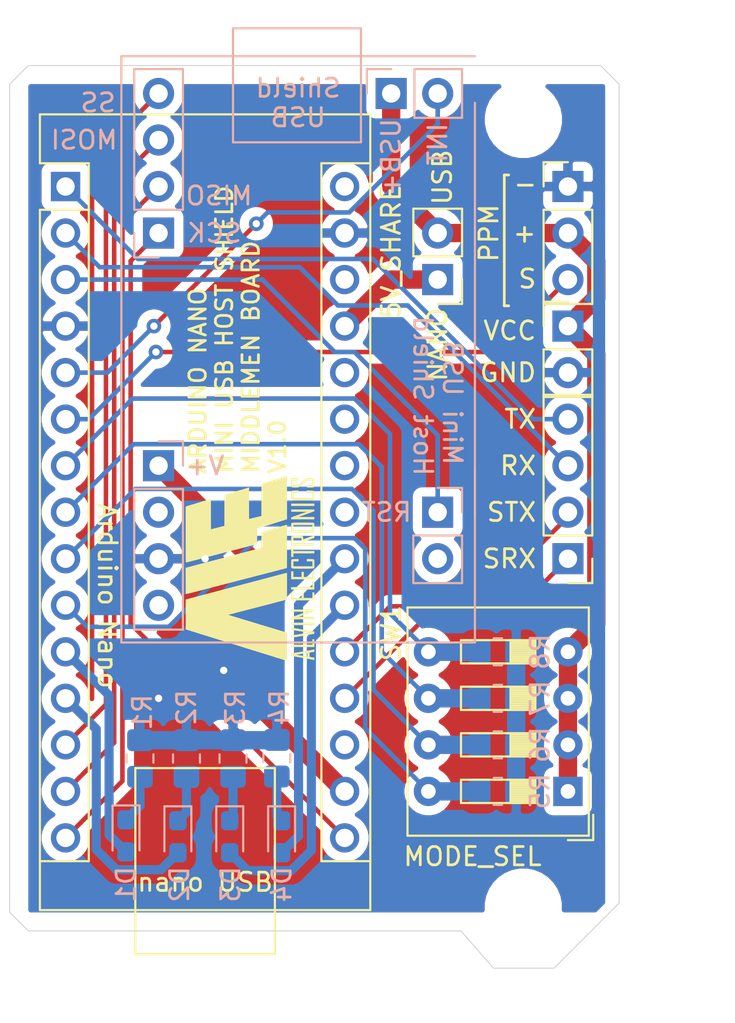
<source format=kicad_pcb>
(kicad_pcb (version 20171130) (host pcbnew "(5.1.10)-1")

  (general
    (thickness 1.6)
    (drawings 56)
    (tracks 125)
    (zones 0)
    (modules 25)
    (nets 38)
  )

  (page A4)
  (layers
    (0 F.Cu signal)
    (31 B.Cu signal)
    (32 B.Adhes user)
    (33 F.Adhes user)
    (34 B.Paste user)
    (35 F.Paste user)
    (36 B.SilkS user)
    (37 F.SilkS user)
    (38 B.Mask user)
    (39 F.Mask user)
    (40 Dwgs.User user)
    (41 Cmts.User user)
    (42 Eco1.User user)
    (43 Eco2.User user)
    (44 Edge.Cuts user)
    (45 Margin user)
    (46 B.CrtYd user)
    (47 F.CrtYd user)
    (48 B.Fab user)
    (49 F.Fab user)
  )

  (setup
    (last_trace_width 1)
    (user_trace_width 0.5)
    (user_trace_width 1)
    (trace_clearance 0.2)
    (zone_clearance 0.508)
    (zone_45_only no)
    (trace_min 0.2)
    (via_size 0.8)
    (via_drill 0.4)
    (via_min_size 0.4)
    (via_min_drill 0.3)
    (uvia_size 0.3)
    (uvia_drill 0.1)
    (uvias_allowed no)
    (uvia_min_size 0.2)
    (uvia_min_drill 0.1)
    (edge_width 0.05)
    (segment_width 0.2)
    (pcb_text_width 0.3)
    (pcb_text_size 1.5 1.5)
    (mod_edge_width 0.12)
    (mod_text_size 1 1)
    (mod_text_width 0.15)
    (pad_size 1.524 1.524)
    (pad_drill 0.762)
    (pad_to_mask_clearance 0)
    (aux_axis_origin 139.3 116)
    (visible_elements 7FFFFFFF)
    (pcbplotparams
      (layerselection 0x010fc_ffffffff)
      (usegerberextensions true)
      (usegerberattributes false)
      (usegerberadvancedattributes false)
      (creategerberjobfile false)
      (excludeedgelayer true)
      (linewidth 0.100000)
      (plotframeref false)
      (viasonmask false)
      (mode 1)
      (useauxorigin false)
      (hpglpennumber 1)
      (hpglpenspeed 20)
      (hpglpendiameter 15.000000)
      (psnegative false)
      (psa4output false)
      (plotreference true)
      (plotvalue true)
      (plotinvisibletext false)
      (padsonsilk true)
      (subtractmaskfromsilk false)
      (outputformat 1)
      (mirror false)
      (drillshape 0)
      (scaleselection 1)
      (outputdirectory "gerber/"))
  )

  (net 0 "")
  (net 1 SCK)
  (net 2 MISO)
  (net 3 "Net-(A1-Pad30)")
  (net 4 MOSI)
  (net 5 GND)
  (net 6 SS)
  (net 7 "Net-(A1-Pad28)")
  (net 8 LED3)
  (net 9 arduino_pwr)
  (net 10 LED2)
  (net 11 "Net-(A1-Pad26)")
  (net 12 LED1)
  (net 13 "Net-(A1-Pad25)")
  (net 14 SW4)
  (net 15 "Net-(A1-Pad24)")
  (net 16 SW3)
  (net 17 "Net-(A1-Pad23)")
  (net 18 SW2)
  (net 19 LED4)
  (net 20 SW1)
  (net 21 PWM_OUT)
  (net 22 INT)
  (net 23 SW_TX)
  (net 24 SW_RX)
  (net 25 RST)
  (net 26 "Net-(A1-Pad18)")
  (net 27 RX)
  (net 28 /chip_pwr)
  (net 29 TX)
  (net 30 "Net-(D1-Pad1)")
  (net 31 "Net-(D2-Pad1)")
  (net 32 "Net-(D3-Pad1)")
  (net 33 "Net-(D4-Pad1)")
  (net 34 "Net-(J2-Pad4)")
  (net 35 "Net-(J2-Pad2)")
  (net 36 +5V)
  (net 37 "Net-(J4-Pad2)")

  (net_class Default "This is the default net class."
    (clearance 0.2)
    (trace_width 0.25)
    (via_dia 0.8)
    (via_drill 0.4)
    (uvia_dia 0.3)
    (uvia_drill 0.1)
    (add_net +5V)
    (add_net /chip_pwr)
    (add_net GND)
    (add_net INT)
    (add_net LED1)
    (add_net LED2)
    (add_net LED3)
    (add_net LED4)
    (add_net MISO)
    (add_net MOSI)
    (add_net "Net-(A1-Pad18)")
    (add_net "Net-(A1-Pad23)")
    (add_net "Net-(A1-Pad24)")
    (add_net "Net-(A1-Pad25)")
    (add_net "Net-(A1-Pad26)")
    (add_net "Net-(A1-Pad28)")
    (add_net "Net-(A1-Pad30)")
    (add_net "Net-(D1-Pad1)")
    (add_net "Net-(D2-Pad1)")
    (add_net "Net-(D3-Pad1)")
    (add_net "Net-(D4-Pad1)")
    (add_net "Net-(J2-Pad2)")
    (add_net "Net-(J2-Pad4)")
    (add_net "Net-(J4-Pad2)")
    (add_net PWM_OUT)
    (add_net RST)
    (add_net RX)
    (add_net SCK)
    (add_net SS)
    (add_net SW1)
    (add_net SW2)
    (add_net SW3)
    (add_net SW4)
    (add_net SW_RX)
    (add_net SW_TX)
    (add_net TX)
    (add_net arduino_pwr)
  )

  (module logo:ALE_2k5 (layer F.Cu) (tedit 0) (tstamp 615D2824)
    (at 124.714 94.234 90)
    (fp_text reference G*** (at 0 0 90) (layer F.SilkS) hide
      (effects (font (size 1.524 1.524) (thickness 0.3)))
    )
    (fp_text value LOGO (at 0.75 0 90) (layer F.SilkS) hide
      (effects (font (size 1.524 1.524) (thickness 0.3)))
    )
    (fp_poly (pts (xy -4.812941 2.53238) (xy -4.793657 2.642194) (xy -4.775465 2.746069) (xy -4.758664 2.842278)
      (xy -4.743554 2.929094) (xy -4.730434 3.004792) (xy -4.719602 3.067644) (xy -4.711358 3.115925)
      (xy -4.706002 3.147908) (xy -4.703831 3.161866) (xy -4.703799 3.1623) (xy -4.713178 3.166364)
      (xy -4.737214 3.169128) (xy -4.763552 3.16992) (xy -4.823024 3.16992) (xy -4.840578 3.0607)
      (xy -4.849616 3.001917) (xy -4.856608 2.96006) (xy -4.864257 2.932293) (xy -4.875264 2.915782)
      (xy -4.892329 2.907695) (xy -4.918152 2.905198) (xy -4.955436 2.905456) (xy -4.988252 2.90576)
      (xy -5.107661 2.90576) (xy -5.124835 3.02006) (xy -5.133442 3.077771) (xy -5.140204 3.118442)
      (xy -5.146835 3.145035) (xy -5.155045 3.160517) (xy -5.166548 3.167851) (xy -5.183056 3.170003)
      (xy -5.206281 3.169938) (xy -5.211384 3.16992) (xy -5.270278 3.16992) (xy -5.252206 3.07086)
      (xy -5.246901 3.041519) (xy -5.23846 2.994496) (xy -5.227296 2.932115) (xy -5.213825 2.856701)
      (xy -5.20264 2.794) (xy -5.091081 2.794) (xy -4.989021 2.794) (xy -4.938927 2.793228)
      (xy -4.90679 2.790721) (xy -4.890302 2.786193) (xy -4.886814 2.7813) (xy -4.888297 2.766933)
      (xy -4.892547 2.736335) (xy -4.899089 2.692445) (xy -4.907445 2.638205) (xy -4.91714 2.576553)
      (xy -4.927696 2.510431) (xy -4.938638 2.442778) (xy -4.949488 2.376535) (xy -4.95977 2.314642)
      (xy -4.969008 2.260039) (xy -4.976724 2.215667) (xy -4.982443 2.184465) (xy -4.985688 2.169374)
      (xy -4.98615 2.168442) (xy -4.988611 2.178978) (xy -4.993827 2.206986) (xy -5.00135 2.249872)
      (xy -5.010734 2.305042) (xy -5.021532 2.369901) (xy -5.033299 2.441854) (xy -5.034607 2.449932)
      (xy -5.046669 2.524372) (xy -5.05793 2.593711) (xy -5.067906 2.654977) (xy -5.076114 2.705201)
      (xy -5.082068 2.741412) (xy -5.085283 2.760641) (xy -5.085342 2.76098) (xy -5.091081 2.794)
      (xy -5.20264 2.794) (xy -5.198462 2.770579) (xy -5.181622 2.676072) (xy -5.163719 2.575506)
      (xy -5.145169 2.471206) (xy -5.139789 2.44094) (xy -5.045444 1.91008) (xy -4.922366 1.91008)
      (xy -4.812941 2.53238)) (layer F.SilkS) (width 0.01))
    (fp_poly (pts (xy -4.43992 3.06832) (xy -4.14528 3.06832) (xy -4.14528 3.16992) (xy -4.56184 3.16992)
      (xy -4.56184 1.91008) (xy -4.43992 1.91008) (xy -4.43992 3.06832)) (layer F.SilkS) (width 0.01))
    (fp_poly (pts (xy -3.86081 2.402102) (xy -3.845736 2.499253) (xy -3.831535 2.589916) (xy -3.818514 2.672188)
      (xy -3.806981 2.744162) (xy -3.797245 2.803933) (xy -3.789613 2.849596) (xy -3.784393 2.879247)
      (xy -3.781892 2.890978) (xy -3.781778 2.891084) (xy -3.779651 2.880735) (xy -3.774767 2.852314)
      (xy -3.767448 2.807835) (xy -3.758018 2.749309) (xy -3.746799 2.678751) (xy -3.734112 2.598173)
      (xy -3.720281 2.509589) (xy -3.708264 2.432081) (xy -3.693569 2.337103) (xy -3.679658 2.247375)
      (xy -3.666873 2.165089) (xy -3.655554 2.092437) (xy -3.646045 2.031611) (xy -3.638687 1.984804)
      (xy -3.633823 1.954207) (xy -3.631996 1.9431) (xy -3.627929 1.924739) (xy -3.620452 1.914877)
      (xy -3.604282 1.910873) (xy -3.574134 1.910084) (xy -3.565954 1.91008) (xy -3.505708 1.91008)
      (xy -3.511271 1.93802) (xy -3.513972 1.952879) (xy -3.519807 1.985921) (xy -3.528457 2.035304)
      (xy -3.539601 2.099186) (xy -3.552919 2.175726) (xy -3.568089 2.263082) (xy -3.584793 2.359412)
      (xy -3.602709 2.462875) (xy -3.620439 2.5654) (xy -3.724045 3.16484) (xy -3.781944 3.167877)
      (xy -3.814997 3.168876) (xy -3.833167 3.166294) (xy -3.841805 3.158416) (xy -3.845352 3.147557)
      (xy -3.848029 3.133567) (xy -3.85383 3.101362) (xy -3.862438 3.052753) (xy -3.873539 2.98955)
      (xy -3.886814 2.913566) (xy -3.901948 2.82661) (xy -3.918624 2.730496) (xy -3.936526 2.627032)
      (xy -3.955338 2.518032) (xy -3.955492 2.51714) (xy -4.060123 1.91008) (xy -3.936799 1.91008)
      (xy -3.86081 2.402102)) (layer F.SilkS) (width 0.01))
    (fp_poly (pts (xy -3.24104 3.16992) (xy -3.36296 3.16992) (xy -3.36296 1.91008) (xy -3.24104 1.91008)
      (xy -3.24104 3.16992)) (layer F.SilkS) (width 0.01))
    (fp_poly (pts (xy -2.929203 1.96342) (xy -2.921315 1.984811) (xy -2.907424 2.022884) (xy -2.888414 2.075204)
      (xy -2.865168 2.139335) (xy -2.838567 2.212841) (xy -2.809495 2.293286) (xy -2.778835 2.378235)
      (xy -2.772853 2.394822) (xy -2.63652 2.772884) (xy -2.631222 1.91008) (xy -2.51968 1.91008)
      (xy -2.51968 3.16992) (xy -2.56286 3.169806) (xy -2.60604 3.169693) (xy -2.921 2.296353)
      (xy -2.923648 2.733136) (xy -2.926296 3.16992) (xy -3.048 3.16992) (xy -3.048 1.91008)
      (xy -2.949221 1.91008) (xy -2.929203 1.96342)) (layer F.SilkS) (width 0.01))
    (fp_poly (pts (xy -1.58496 2.02184) (xy -1.88976 2.02184) (xy -1.88976 2.47904) (xy -1.61544 2.47904)
      (xy -1.61544 2.5908) (xy -1.88976 2.5908) (xy -1.88976 3.06832) (xy -1.58496 3.06832)
      (xy -1.58496 3.16992) (xy -2.01168 3.16992) (xy -2.01168 1.91008) (xy -1.58496 1.91008)
      (xy -1.58496 2.02184)) (layer F.SilkS) (width 0.01))
    (fp_poly (pts (xy -1.30048 3.06832) (xy -1.00584 3.06832) (xy -1.00584 3.16992) (xy -1.4224 3.16992)
      (xy -1.4224 1.91008) (xy -1.30048 1.91008) (xy -1.30048 3.06832)) (layer F.SilkS) (width 0.01))
    (fp_poly (pts (xy -0.43688 2.02184) (xy -0.74168 2.02184) (xy -0.74168 2.47904) (xy -0.46736 2.47904)
      (xy -0.46736 2.5908) (xy -0.74168 2.5908) (xy -0.74168 3.06832) (xy -0.43688 3.06832)
      (xy -0.43688 3.16992) (xy -0.8636 3.16992) (xy -0.8636 1.91008) (xy -0.43688 1.91008)
      (xy -0.43688 2.02184)) (layer F.SilkS) (width 0.01))
    (fp_poly (pts (xy 0.115303 1.910371) (xy 0.15952 1.913785) (xy 0.190574 1.92209) (xy 0.210839 1.937319)
      (xy 0.22269 1.961505) (xy 0.228499 1.996683) (xy 0.23064 2.044886) (xy 0.231488 2.108148)
      (xy 0.231794 2.1276) (xy 0.234989 2.30632) (xy 0.11176 2.30632) (xy 0.11176 2.02184)
      (xy -0.16256 2.02184) (xy -0.16256 3.06832) (xy 0.11176 3.06832) (xy 0.11176 2.76352)
      (xy 0.234962 2.76352) (xy 0.231781 2.947318) (xy 0.230917 3.016176) (xy 0.229435 3.069224)
      (xy 0.224974 3.10851) (xy 0.215175 3.136084) (xy 0.197679 3.153994) (xy 0.170124 3.16429)
      (xy 0.130153 3.169019) (xy 0.075404 3.170232) (xy 0.003519 3.169977) (xy -0.024584 3.16992)
      (xy -0.102511 3.169494) (xy -0.161873 3.16815) (xy -0.204409 3.165789) (xy -0.231859 3.162312)
      (xy -0.245961 3.157617) (xy -0.246521 3.15722) (xy -0.254556 3.150188) (xy -0.261373 3.141194)
      (xy -0.267072 3.128621) (xy -0.271752 3.110853) (xy -0.275514 3.086274) (xy -0.278456 3.053268)
      (xy -0.280678 3.010218) (xy -0.28228 2.955509) (xy -0.283361 2.887525) (xy -0.284021 2.80465)
      (xy -0.284359 2.705266) (xy -0.284474 2.587759) (xy -0.28448 2.540854) (xy -0.284416 2.415211)
      (xy -0.284154 2.308309) (xy -0.283589 2.218566) (xy -0.282617 2.144405) (xy -0.281134 2.084245)
      (xy -0.279035 2.036506) (xy -0.276215 1.999609) (xy -0.272571 1.971974) (xy -0.267998 1.952021)
      (xy -0.262391 1.938171) (xy -0.255647 1.928845) (xy -0.24766 1.922461) (xy -0.24344 1.920025)
      (xy -0.227743 1.91692) (xy -0.195052 1.914224) (xy -0.148691 1.912086) (xy -0.091985 1.910656)
      (xy -0.028257 1.910084) (xy -0.022114 1.91008) (xy 0.055549 1.909813) (xy 0.115303 1.910371)) (layer F.SilkS) (width 0.01))
    (fp_poly (pts (xy 0.8636 2.02184) (xy 0.67056 2.02184) (xy 0.67056 3.16992) (xy 0.54864 3.16992)
      (xy 0.54864 2.02184) (xy 0.3556 2.02184) (xy 0.3556 1.91008) (xy 0.8636 1.91008)
      (xy 0.8636 2.02184)) (layer F.SilkS) (width 0.01))
    (fp_poly (pts (xy 1.280987 1.910503) (xy 1.34437 1.911701) (xy 1.397027 1.913561) (xy 1.436128 1.915971)
      (xy 1.458841 1.918822) (xy 1.462639 1.920025) (xy 1.47887 1.93624) (xy 1.492229 1.961552)
      (xy 1.492451 1.962181) (xy 1.495884 1.98236) (xy 1.498705 2.019067) (xy 1.500903 2.068709)
      (xy 1.502469 2.127691) (xy 1.503392 2.19242) (xy 1.503662 2.259301) (xy 1.50327 2.324741)
      (xy 1.502204 2.385146) (xy 1.500456 2.436922) (xy 1.498014 2.476475) (xy 1.494868 2.500211)
      (xy 1.493973 2.503247) (xy 1.473252 2.534458) (xy 1.438569 2.553595) (xy 1.38837 2.561407)
      (xy 1.372741 2.561676) (xy 1.311871 2.561385) (xy 1.366211 2.715792) (xy 1.390448 2.784615)
      (xy 1.417789 2.862182) (xy 1.445103 2.939612) (xy 1.469258 3.008024) (xy 1.472276 3.016566)
      (xy 1.490161 3.067394) (xy 1.505367 3.11102) (xy 1.516726 3.144062) (xy 1.52307 3.163136)
      (xy 1.524 3.166426) (xy 1.514739 3.168223) (xy 1.490556 3.169484) (xy 1.459425 3.16992)
      (xy 1.394851 3.16992) (xy 1.281625 2.840373) (xy 1.254865 2.761893) (xy 1.230361 2.68888)
      (xy 1.208881 2.623716) (xy 1.191195 2.568783) (xy 1.178072 2.526463) (xy 1.170281 2.499136)
      (xy 1.1684 2.489853) (xy 1.169603 2.480504) (xy 1.175616 2.474442) (xy 1.190039 2.470958)
      (xy 1.216474 2.469345) (xy 1.258523 2.468894) (xy 1.27508 2.46888) (xy 1.38176 2.46888)
      (xy 1.38176 2.02184) (xy 1.09728 2.02184) (xy 1.09728 3.16992) (xy 0.97536 3.16992)
      (xy 0.97536 1.91008) (xy 1.209707 1.91008) (xy 1.280987 1.910503)) (layer F.SilkS) (width 0.01))
    (fp_poly (pts (xy 1.988076 1.910363) (xy 2.047122 1.911111) (xy 2.100104 1.912532) (xy 2.143255 1.914626)
      (xy 2.172806 1.917395) (xy 2.183999 1.920025) (xy 2.192613 1.925575) (xy 2.199933 1.933327)
      (xy 2.206065 1.944865) (xy 2.211113 1.961767) (xy 2.215181 1.985615) (xy 2.218375 2.01799)
      (xy 2.220799 2.060473) (xy 2.222557 2.114644) (xy 2.223754 2.182085) (xy 2.224495 2.264375)
      (xy 2.224885 2.363097) (xy 2.225028 2.479831) (xy 2.22504 2.54) (xy 2.224975 2.665548)
      (xy 2.224712 2.772357) (xy 2.224145 2.862008) (xy 2.223171 2.936082) (xy 2.221683 2.99616)
      (xy 2.219579 3.043822) (xy 2.216752 3.080649) (xy 2.213099 3.108222) (xy 2.208515 3.128123)
      (xy 2.202895 3.141931) (xy 2.196134 3.151228) (xy 2.188128 3.157595) (xy 2.183999 3.159974)
      (xy 2.166721 3.163776) (xy 2.133247 3.166692) (xy 2.087278 3.168743) (xy 2.032515 3.169951)
      (xy 1.972657 3.170338) (xy 1.911407 3.169925) (xy 1.852463 3.168735) (xy 1.799527 3.166788)
      (xy 1.7563 3.164106) (xy 1.726482 3.160712) (xy 1.714359 3.15722) (xy 1.706324 3.150188)
      (xy 1.699507 3.141194) (xy 1.693808 3.128621) (xy 1.689128 3.110853) (xy 1.685366 3.086274)
      (xy 1.682424 3.053268) (xy 1.680202 3.010218) (xy 1.6786 2.955509) (xy 1.677519 2.887525)
      (xy 1.676859 2.80465) (xy 1.676521 2.705266) (xy 1.676406 2.587759) (xy 1.6764 2.540854)
      (xy 1.676464 2.415211) (xy 1.676726 2.308309) (xy 1.677291 2.218566) (xy 1.678263 2.144405)
      (xy 1.679746 2.084245) (xy 1.681845 2.036506) (xy 1.682965 2.02184) (xy 1.79832 2.02184)
      (xy 1.79832 3.06832) (xy 2.10312 3.06832) (xy 2.10312 2.02184) (xy 1.79832 2.02184)
      (xy 1.682965 2.02184) (xy 1.684665 1.999609) (xy 1.688309 1.971974) (xy 1.692882 1.952021)
      (xy 1.698489 1.938171) (xy 1.705233 1.928845) (xy 1.71322 1.922461) (xy 1.71744 1.920025)
      (xy 1.733752 1.916731) (xy 1.766604 1.91411) (xy 1.81223 1.912163) (xy 1.866863 1.91089)
      (xy 1.926734 1.91029) (xy 1.988076 1.910363)) (layer F.SilkS) (width 0.01))
    (fp_poly (pts (xy 2.526717 1.96342) (xy 2.534605 1.984811) (xy 2.548496 2.022884) (xy 2.567506 2.075204)
      (xy 2.590752 2.139335) (xy 2.617353 2.212841) (xy 2.646425 2.293286) (xy 2.677085 2.378235)
      (xy 2.683067 2.394822) (xy 2.8194 2.772884) (xy 2.824698 1.91008) (xy 2.93624 1.91008)
      (xy 2.93624 3.16992) (xy 2.89306 3.169806) (xy 2.84988 3.169693) (xy 2.53492 2.296353)
      (xy 2.532272 2.733136) (xy 2.529624 3.16992) (xy 2.40792 3.16992) (xy 2.40792 1.91008)
      (xy 2.506699 1.91008) (xy 2.526717 1.96342)) (layer F.SilkS) (width 0.01))
    (fp_poly (pts (xy 3.26136 3.16992) (xy 3.13944 3.16992) (xy 3.13944 1.91008) (xy 3.26136 1.91008)
      (xy 3.26136 3.16992)) (layer F.SilkS) (width 0.01))
    (fp_poly (pts (xy 3.854183 1.910371) (xy 3.8984 1.913785) (xy 3.929454 1.92209) (xy 3.949719 1.937319)
      (xy 3.96157 1.961505) (xy 3.967379 1.996683) (xy 3.96952 2.044886) (xy 3.970368 2.108148)
      (xy 3.970674 2.1276) (xy 3.973869 2.30632) (xy 3.85064 2.30632) (xy 3.85064 2.02184)
      (xy 3.57632 2.02184) (xy 3.57632 3.06832) (xy 3.85064 3.06832) (xy 3.85064 2.76352)
      (xy 3.973842 2.76352) (xy 3.970661 2.947318) (xy 3.969797 3.016176) (xy 3.968315 3.069224)
      (xy 3.963854 3.10851) (xy 3.954055 3.136084) (xy 3.936559 3.153994) (xy 3.909004 3.16429)
      (xy 3.869033 3.169019) (xy 3.814284 3.170232) (xy 3.742399 3.169977) (xy 3.714296 3.16992)
      (xy 3.636369 3.169494) (xy 3.577007 3.16815) (xy 3.534471 3.165789) (xy 3.507021 3.162312)
      (xy 3.492919 3.157617) (xy 3.492359 3.15722) (xy 3.484324 3.150188) (xy 3.477507 3.141194)
      (xy 3.471808 3.128621) (xy 3.467128 3.110853) (xy 3.463366 3.086274) (xy 3.460424 3.053268)
      (xy 3.458202 3.010218) (xy 3.4566 2.955509) (xy 3.455519 2.887525) (xy 3.454859 2.80465)
      (xy 3.454521 2.705266) (xy 3.454406 2.587759) (xy 3.4544 2.540854) (xy 3.454464 2.415211)
      (xy 3.454726 2.308309) (xy 3.455291 2.218566) (xy 3.456263 2.144405) (xy 3.457746 2.084245)
      (xy 3.459845 2.036506) (xy 3.462665 1.999609) (xy 3.466309 1.971974) (xy 3.470882 1.952021)
      (xy 3.476489 1.938171) (xy 3.483233 1.928845) (xy 3.49122 1.922461) (xy 3.49544 1.920025)
      (xy 3.511137 1.91692) (xy 3.543828 1.914224) (xy 3.590189 1.912086) (xy 3.646895 1.910656)
      (xy 3.710623 1.910084) (xy 3.716766 1.91008) (xy 3.794429 1.909813) (xy 3.854183 1.910371)) (layer F.SilkS) (width 0.01))
    (fp_poly (pts (xy 4.454825 1.910564) (xy 4.512396 1.911918) (xy 4.55992 1.913994) (xy 4.59408 1.916641)
      (xy 4.611558 1.919712) (xy 4.612239 1.920025) (xy 4.626938 1.932492) (xy 4.637908 1.953639)
      (xy 4.645586 1.985913) (xy 4.650407 2.031759) (xy 4.652806 2.093623) (xy 4.65328 2.150356)
      (xy 4.65328 2.30632) (xy 4.53136 2.30632) (xy 4.53136 2.02184) (xy 4.2672 2.02184)
      (xy 4.2672 2.267103) (xy 4.44754 2.484763) (xy 4.495403 2.543183) (xy 4.539376 2.598095)
      (xy 4.577632 2.647118) (xy 4.608345 2.687874) (xy 4.629687 2.717981) (xy 4.639832 2.735059)
      (xy 4.640006 2.735511) (xy 4.644886 2.759748) (xy 4.648607 2.799589) (xy 4.651144 2.850349)
      (xy 4.652472 2.907343) (xy 4.652565 2.965889) (xy 4.6514 3.021299) (xy 4.648951 3.068891)
      (xy 4.645192 3.10398) (xy 4.642051 3.117818) (xy 4.628853 3.143216) (xy 4.612603 3.159774)
      (xy 4.612239 3.159974) (xy 4.596543 3.163078) (xy 4.563847 3.165773) (xy 4.517466 3.16791)
      (xy 4.460719 3.16934) (xy 4.396923 3.169915) (xy 4.390525 3.16992) (xy 4.187394 3.16992)
      (xy 4.166337 3.143149) (xy 4.158668 3.132011) (xy 4.153119 3.118893) (xy 4.149349 3.100524)
      (xy 4.147021 3.073633) (xy 4.145795 3.034948) (xy 4.145332 2.981197) (xy 4.14528 2.939949)
      (xy 4.14528 2.76352) (xy 4.2672 2.76352) (xy 4.2672 3.06832) (xy 4.53136 3.06832)
      (xy 4.53136 2.778143) (xy 4.347371 2.554931) (xy 4.299379 2.496278) (xy 4.255414 2.441727)
      (xy 4.217226 2.393514) (xy 4.186563 2.353874) (xy 4.165174 2.325043) (xy 4.154809 2.309256)
      (xy 4.154331 2.308198) (xy 4.151209 2.290183) (xy 4.148553 2.255972) (xy 4.146565 2.209688)
      (xy 4.145449 2.155454) (xy 4.14528 2.124148) (xy 4.145482 2.062883) (xy 4.14635 2.018456)
      (xy 4.148275 1.987383) (xy 4.151649 1.966186) (xy 4.156863 1.951381) (xy 4.164307 1.939489)
      (xy 4.166337 1.93685) (xy 4.187394 1.91008) (xy 4.390525 1.91008) (xy 4.454825 1.910564)) (layer F.SilkS) (width 0.01))
    (fp_poly (pts (xy -1.971467 -3.826362) (xy -1.965002 -3.806265) (xy -1.95516 -3.772057) (xy -1.943521 -3.729332)
      (xy -1.936307 -3.701841) (xy -1.90743 -3.590878) (xy -1.874634 -3.466138) (xy -1.83945 -3.333418)
      (xy -1.80341 -3.198518) (xy -1.798462 -3.18008) (xy -1.779716 -3.110037) (xy -1.758752 -3.031328)
      (xy -1.737962 -2.952949) (xy -1.719735 -2.883898) (xy -1.71747 -2.87528) (xy -1.700173 -2.809577)
      (xy -1.6812 -2.737718) (xy -1.662776 -2.668128) (xy -1.647131 -2.609234) (xy -1.646281 -2.60604)
      (xy -1.630477 -2.546629) (xy -1.613484 -2.482582) (xy -1.597669 -2.42283) (xy -1.588372 -2.3876)
      (xy -1.574466 -2.33484) (xy -1.559751 -2.279057) (xy -1.546807 -2.230031) (xy -1.543474 -2.21742)
      (xy -1.530049 -2.16662) (xy -1.515141 -2.110176) (xy -1.504561 -2.0701) (xy -1.478795 -1.972527)
      (xy -1.454648 -1.881213) (xy -1.433 -1.799477) (xy -1.414729 -1.730634) (xy -1.400714 -1.678003)
      (xy -1.400286 -1.6764) (xy -1.386916 -1.626132) (xy -1.372384 -1.571173) (xy -1.361319 -1.52908)
      (xy -1.350126 -1.486614) (xy -1.336008 -1.43347) (xy -1.321343 -1.378585) (xy -1.315375 -1.35636)
      (xy -1.301279 -1.303528) (xy -1.286793 -1.248535) (xy -1.274263 -1.200312) (xy -1.270001 -1.18364)
      (xy -1.258954 -1.140705) (xy -1.245013 -1.087365) (xy -1.230591 -1.032835) (xy -1.225418 -1.01346)
      (xy -1.209877 -0.95545) (xy -1.192309 -0.889869) (xy -1.175943 -0.828777) (xy -1.172343 -0.81534)
      (xy -1.15838 -0.762809) (xy -1.143969 -0.70792) (xy -1.131522 -0.659885) (xy -1.127762 -0.64516)
      (xy -1.117445 -0.605166) (xy -1.103792 -0.553171) (xy -1.088811 -0.49678) (xy -1.078185 -0.4572)
      (xy -1.060366 -0.390937) (xy -1.038236 -0.308251) (xy -1.012654 -0.212371) (xy -0.984476 -0.106527)
      (xy -0.954564 0.006053) (xy -0.923774 0.122139) (xy -0.892965 0.238503) (xy -0.862995 0.351916)
      (xy -0.853981 0.38608) (xy -0.820959 0.511226) (xy -0.792375 0.619448) (xy -0.767508 0.713475)
      (xy -0.745636 0.796036) (xy -0.726351 0.86868) (xy -0.706461 0.943585) (xy -0.686651 1.018346)
      (xy -0.665158 1.099623) (xy -0.640961 1.19126) (xy -0.630253 1.23174) (xy -0.616281 1.284427)
      (xy -0.601015 1.341894) (xy -0.589057 1.38684) (xy -0.569058 1.462419) (xy -0.553879 1.521086)
      (xy -0.542903 1.565509) (xy -0.535515 1.598357) (xy -0.531099 1.622296) (xy -0.52904 1.639996)
      (xy -0.528682 1.64846) (xy -0.52832 1.6764) (xy -1.970473 1.6764) (xy -1.984754 1.62306)
      (xy -2.011318 1.523001) (xy -2.041958 1.406095) (xy -2.075918 1.275233) (xy -2.098217 1.18872)
      (xy -2.11507 1.123292) (xy -2.132198 1.057006) (xy -2.148143 0.995492) (xy -2.161444 0.944382)
      (xy -2.167963 0.91948) (xy -2.198997 0.801144) (xy -2.22787 0.690472) (xy -2.256898 0.578554)
      (xy -2.2884 0.456482) (xy -2.290831 0.44704) (xy -2.307845 0.381073) (xy -2.325264 0.313729)
      (xy -2.341587 0.250807) (xy -2.355308 0.198107) (xy -2.361951 0.17272) (xy -2.373256 0.129458)
      (xy -2.388112 0.072315) (xy -2.405015 0.007088) (xy -2.422461 -0.060423) (xy -2.433076 -0.1016)
      (xy -2.466171 -0.229718) (xy -2.496581 -0.346512) (xy -2.526503 -0.460384) (xy -2.555268 -0.56896)
      (xy -2.565409 -0.607577) (xy -2.579192 -0.660716) (xy -2.595282 -0.723199) (xy -2.612344 -0.789846)
      (xy -2.62595 -0.84328) (xy -2.642847 -0.909511) (xy -2.659895 -0.975768) (xy -2.67575 -1.036871)
      (xy -2.68907 -1.08764) (xy -2.697069 -1.1176) (xy -2.707807 -1.157728) (xy -2.722105 -1.211847)
      (xy -2.738468 -1.274267) (xy -2.755402 -1.339299) (xy -2.764611 -1.374863) (xy -2.808759 -1.545766)
      (xy -2.830533 -1.476463) (xy -2.84111 -1.442283) (xy -2.855862 -1.393908) (xy -2.873187 -1.336624)
      (xy -2.891484 -1.275717) (xy -2.900782 -1.2446) (xy -2.919322 -1.182577) (xy -2.938053 -1.120178)
      (xy -2.955253 -1.063117) (xy -2.969204 -1.017107) (xy -2.9742 -1.00076) (xy -3.017781 -0.857881)
      (xy -3.057963 -0.724425) (xy -3.067965 -0.69088) (xy -3.083331 -0.639659) (xy -3.100657 -0.582547)
      (xy -3.11417 -0.53848) (xy -3.128998 -0.49011) (xy -3.146124 -0.433696) (xy -3.162077 -0.380676)
      (xy -3.163498 -0.37592) (xy -3.176218 -0.333516) (xy -3.192892 -0.278211) (xy -3.211543 -0.216539)
      (xy -3.2302 -0.155035) (xy -3.234089 -0.14224) (xy -3.253102 -0.079575) (xy -3.275654 -0.005008)
      (xy -3.299462 0.073896) (xy -3.322242 0.149569) (xy -3.332247 0.18288) (xy -3.353512 0.253643)
      (xy -3.376726 0.330724) (xy -3.399669 0.406763) (xy -3.420121 0.474399) (xy -3.428767 0.50292)
      (xy -3.447117 0.563561) (xy -3.469051 0.636312) (xy -3.492351 0.713806) (xy -3.514803 0.788679)
      (xy -3.525056 0.82296) (xy -3.543621 0.88494) (xy -3.561648 0.94485) (xy -3.577744 0.998074)
      (xy -3.590513 1.039999) (xy -3.597213 1.06172) (xy -3.609526 1.101489) (xy -3.624735 1.151085)
      (xy -3.639888 1.200871) (xy -3.64236 1.20904) (xy -3.657221 1.257851) (xy -3.672707 1.308191)
      (xy -3.685853 1.350421) (xy -3.687723 1.35636) (xy -3.698184 1.390179) (xy -3.712464 1.437286)
      (xy -3.728692 1.491462) (xy -3.744993 1.54649) (xy -3.745101 1.54686) (xy -3.783231 1.6764)
      (xy -5.30352 1.6764) (xy -5.30352 1.649503) (xy -5.300255 1.625022) (xy -5.291852 1.590579)
      (xy -5.284135 1.565683) (xy -5.271678 1.528134) (xy -5.256275 1.480331) (xy -5.240877 1.431461)
      (xy -5.238069 1.4224) (xy -5.222999 1.373651) (xy -5.207442 1.323366) (xy -5.194367 1.281147)
      (xy -5.192486 1.27508) (xy -5.180534 1.236253) (xy -5.165488 1.186973) (xy -5.150094 1.13625)
      (xy -5.145994 1.12268) (xy -5.130226 1.071208) (xy -5.113153 1.016711) (xy -5.097934 0.96925)
      (xy -5.09494 0.96012) (xy -5.080669 0.915761) (xy -5.06389 0.861971) (xy -5.047739 0.808837)
      (xy -5.04438 0.79756) (xy -5.029774 0.748972) (xy -5.014754 0.700159) (xy -5.001961 0.659676)
      (xy -4.998889 0.65024) (xy -4.987267 0.614064) (xy -4.972522 0.566943) (xy -4.957314 0.517412)
      (xy -4.952928 0.50292) (xy -4.93723 0.451456) (xy -4.920314 0.396966) (xy -4.905308 0.349507)
      (xy -4.902364 0.34036) (xy -4.888265 0.296061) (xy -4.871495 0.242341) (xy -4.855187 0.189252)
      (xy -4.851713 0.1778) (xy -4.836895 0.129264) (xy -4.82177 0.080496) (xy -4.80899 0.040021)
      (xy -4.805915 0.03048) (xy -4.794438 -0.005715) (xy -4.779865 -0.05286) (xy -4.764829 -0.10241)
      (xy -4.76051 -0.11684) (xy -4.745825 -0.165416) (xy -4.730732 -0.214218) (xy -4.717883 -0.254699)
      (xy -4.71479 -0.26416) (xy -4.703158 -0.300354) (xy -4.68845 -0.347497) (xy -4.673321 -0.397046)
      (xy -4.668985 -0.41148) (xy -4.653058 -0.463993) (xy -4.635565 -0.520506) (xy -4.6198 -0.570397)
      (xy -4.616991 -0.57912) (xy -4.603967 -0.61975) (xy -4.58709 -0.67296) (xy -4.567239 -0.735927)
      (xy -4.545292 -0.80583) (xy -4.522128 -0.87985) (xy -4.498626 -0.955163) (xy -4.475666 -1.028948)
      (xy -4.454125 -1.098386) (xy -4.434882 -1.160653) (xy -4.418817 -1.212929) (xy -4.406807 -1.252392)
      (xy -4.399733 -1.276222) (xy -4.398634 -1.28016) (xy -4.394489 -1.294098) (xy -4.384657 -1.326254)
      (xy -4.369506 -1.375447) (xy -4.349402 -1.440498) (xy -4.324711 -1.520227) (xy -4.295799 -1.613453)
      (xy -4.263034 -1.718997) (xy -4.22678 -1.835678) (xy -4.187406 -1.962317) (xy -4.145276 -2.097734)
      (xy -4.100758 -2.240748) (xy -4.054217 -2.390179) (xy -4.006021 -2.544848) (xy -3.994864 -2.58064)
      (xy -3.600558 -3.84556) (xy -1.980744 -3.850762) (xy -1.971467 -3.826362)) (layer F.SilkS) (width 0.01))
    (fp_poly (pts (xy -0.233621 -3.807529) (xy -0.218113 -3.747498) (xy -0.198184 -3.671494) (xy -0.174793 -3.583137)
      (xy -0.148902 -3.486048) (xy -0.121471 -3.383849) (xy -0.107618 -3.33248) (xy -0.102082 -3.311908)
      (xy -0.095897 -3.288732) (xy -0.088396 -3.260419) (xy -0.078913 -3.224438) (xy -0.066781 -3.178256)
      (xy -0.051333 -3.119341) (xy -0.031905 -3.045162) (xy -0.014687 -2.97939) (xy 0.009944 -2.885469)
      (xy 0.035065 -2.790013) (xy 0.059582 -2.697154) (xy 0.082402 -2.611022) (xy 0.102433 -2.535749)
      (xy 0.118582 -2.475467) (xy 0.120358 -2.46888) (xy 0.134609 -2.415643) (xy 0.153259 -2.345321)
      (xy 0.175626 -2.260503) (xy 0.201027 -2.163778) (xy 0.223554 -2.07772) (xy 0.249538 -1.978569)
      (xy 0.273875 -1.886167) (xy 0.295436 -1.80479) (xy 0.313092 -1.738714) (xy 0.313456 -1.73736)
      (xy 0.324598 -1.695688) (xy 0.33887 -1.641955) (xy 0.354256 -1.58376) (xy 0.365977 -1.53924)
      (xy 0.380796 -1.482935) (xy 0.396085 -1.425033) (xy 0.409834 -1.373132) (xy 0.418354 -1.34112)
      (xy 0.431724 -1.290852) (xy 0.446256 -1.235893) (xy 0.457321 -1.1938) (xy 0.468514 -1.151334)
      (xy 0.482632 -1.09819) (xy 0.497297 -1.043305) (xy 0.503265 -1.02108) (xy 0.517369 -0.968247)
      (xy 0.531875 -0.913252) (xy 0.544432 -0.865029) (xy 0.548708 -0.84836) (xy 0.561183 -0.800021)
      (xy 0.575627 -0.744974) (xy 0.58733 -0.70104) (xy 0.600936 -0.650208) (xy 0.61817 -0.585411)
      (xy 0.637523 -0.512347) (xy 0.65749 -0.436711) (xy 0.676564 -0.364202) (xy 0.690793 -0.30988)
      (xy 0.703496 -0.261513) (xy 0.71806 -0.206438) (xy 0.729735 -0.16256) (xy 0.759299 -0.051699)
      (xy 0.783744 0.040477) (xy 0.80331 0.114885) (xy 0.818234 0.172441) (xy 0.828758 0.21406)
      (xy 0.83512 0.240658) (xy 0.83524 0.24119) (xy 0.844878 0.28426) (xy 1.70097 0.28956)
      (xy 1.719665 0.35052) (xy 1.751832 0.455776) (xy 1.785244 0.565782) (xy 1.819396 0.678824)
      (xy 1.853782 0.793193) (xy 1.887897 0.907175) (xy 1.921236 1.019061) (xy 1.953295 1.127138)
      (xy 1.983568 1.229696) (xy 2.011551 1.325022) (xy 2.036738 1.411406) (xy 2.058624 1.487135)
      (xy 2.076705 1.5505) (xy 2.090475 1.599787) (xy 2.09943 1.633287) (xy 2.103064 1.649286)
      (xy 2.10312 1.650022) (xy 2.10312 1.6764) (xy 0.930239 1.6764) (xy 0.741007 1.676351)
      (xy 0.57126 1.676199) (xy 0.420165 1.675935) (xy 0.286887 1.67555) (xy 0.170591 1.675037)
      (xy 0.070444 1.674386) (xy -0.014389 1.67359) (xy -0.084742 1.672639) (xy -0.141449 1.671525)
      (xy -0.185345 1.670239) (xy -0.217264 1.668773) (xy -0.23804 1.667119) (xy -0.248507 1.665268)
      (xy -0.250097 1.664335) (xy -0.256654 1.647986) (xy -0.265145 1.619597) (xy -0.269959 1.600835)
      (xy -0.276561 1.574233) (xy -0.287196 1.532276) (xy -0.300762 1.479273) (xy -0.316157 1.41953)
      (xy -0.329897 1.36652) (xy -0.348358 1.295493) (xy -0.368231 1.219034) (xy -0.387692 1.144164)
      (xy -0.404914 1.077906) (xy -0.413083 1.04648) (xy -0.429518 0.983176) (xy -0.447374 0.914273)
      (xy -0.464414 0.848403) (xy -0.477538 0.79756) (xy -0.515068 0.652108) (xy -0.547978 0.524939)
      (xy -0.576187 0.416367) (xy -0.599612 0.326708) (xy -0.618172 0.256276) (xy -0.625541 0.2286)
      (xy -0.637929 0.181606) (xy -0.649077 0.13811) (xy -0.657407 0.104329) (xy -0.660366 0.09144)
      (xy -0.666004 0.067552) (xy -0.675554 0.02946) (xy -0.687639 -0.017422) (xy -0.699769 -0.0635)
      (xy -0.716556 -0.126616) (xy -0.735642 -0.198377) (xy -0.754105 -0.267792) (xy -0.763272 -0.30226)
      (xy -0.776468 -0.352443) (xy -0.788387 -0.398799) (xy -0.797652 -0.435916) (xy -0.80264 -0.4572)
      (xy -0.808234 -0.480935) (xy -0.817768 -0.518967) (xy -0.829887 -0.565977) (xy -0.842715 -0.61468)
      (xy -0.871603 -0.723401) (xy -0.895404 -0.813452) (xy -0.914362 -0.885774) (xy -0.928723 -0.941307)
      (xy -0.938731 -0.980989) (xy -0.944631 -1.005759) (xy -0.944649 -1.00584) (xy -0.950687 -1.030943)
      (xy -0.960466 -1.069438) (xy -0.972392 -1.11511) (xy -0.979816 -1.143) (xy -0.991269 -1.186118)
      (xy -1.006374 -1.243593) (xy -1.023739 -1.310098) (xy -1.041974 -1.380305) (xy -1.058099 -1.44272)
      (xy -1.083549 -1.541505) (xy -1.104824 -1.624034) (xy -1.122809 -1.69373) (xy -1.138389 -1.754016)
      (xy -1.152449 -1.808317) (xy -1.165876 -1.860055) (xy -1.179554 -1.912654) (xy -1.192114 -1.96088)
      (xy -1.207452 -2.019841) (xy -1.225977 -2.0912) (xy -1.245803 -2.167682) (xy -1.265043 -2.242009)
      (xy -1.273789 -2.27584) (xy -1.291029 -2.342354) (xy -1.308858 -2.41077) (xy -1.325713 -2.475116)
      (xy -1.340033 -2.529423) (xy -1.346901 -2.55524) (xy -1.359281 -2.602233) (xy -1.370408 -2.645728)
      (xy -1.378707 -2.679509) (xy -1.381646 -2.6924) (xy -1.387416 -2.716985) (xy -1.397906 -2.758641)
      (xy -1.413249 -2.817871) (xy -1.433576 -2.895176) (xy -1.459017 -2.991059) (xy -1.489705 -3.106023)
      (xy -1.49049 -3.10896) (xy -1.502653 -3.15503) (xy -1.513635 -3.197714) (xy -1.521774 -3.230505)
      (xy -1.524232 -3.24104) (xy -1.530943 -3.269003) (xy -1.542404 -3.314209) (xy -1.557999 -3.374306)
      (xy -1.577111 -3.446937) (xy -1.599124 -3.52975) (xy -1.623421 -3.620389) (xy -1.627286 -3.63474)
      (xy -1.640176 -3.686125) (xy -1.650763 -3.735041) (xy -1.657867 -3.77559) (xy -1.660306 -3.79984)
      (xy -1.66116 -3.84556) (xy -0.952911 -3.848169) (xy -0.244661 -3.850778) (xy -0.233621 -3.807529)) (layer F.SilkS) (width 0.01))
    (fp_poly (pts (xy 3.309502 -3.167928) (xy 3.34362 -3.054439) (xy 3.375971 -2.946766) (xy 3.406089 -2.846471)
      (xy 3.433504 -2.755115) (xy 3.45775 -2.67426) (xy 3.478357 -2.605468) (xy 3.494858 -2.550298)
      (xy 3.506784 -2.510314) (xy 3.513669 -2.487076) (xy 3.515242 -2.48158) (xy 3.505352 -2.481189)
      (xy 3.476648 -2.480815) (xy 3.430636 -2.480465) (xy 3.368825 -2.480142) (xy 3.292719 -2.479852)
      (xy 3.203825 -2.479599) (xy 3.10365 -2.479387) (xy 2.993699 -2.479222) (xy 2.875481 -2.479107)
      (xy 2.7505 -2.479048) (xy 2.68732 -2.47904) (xy 2.559575 -2.478944) (xy 2.437853 -2.478666)
      (xy 2.323659 -2.47822) (xy 2.218502 -2.477621) (xy 2.123887 -2.476883) (xy 2.041321 -2.476021)
      (xy 1.972311 -2.47505) (xy 1.918363 -2.473985) (xy 1.880985 -2.472839) (xy 1.861682 -2.471627)
      (xy 1.85928 -2.471015) (xy 1.861685 -2.457593) (xy 1.867937 -2.430814) (xy 1.875139 -2.402435)
      (xy 1.891313 -2.340486) (xy 1.910122 -2.268118) (xy 1.930491 -2.189506) (xy 1.951341 -2.108826)
      (xy 1.971594 -2.030255) (xy 1.990174 -1.957968) (xy 2.006003 -1.896141) (xy 2.018003 -1.848949)
      (xy 2.019882 -1.8415) (xy 2.046109 -1.73736) (xy 3.737304 -1.73736) (xy 3.747802 -1.70434)
      (xy 3.754021 -1.684203) (xy 3.765212 -1.647356) (xy 3.780769 -1.595822) (xy 3.800089 -1.531622)
      (xy 3.822567 -1.456778) (xy 3.847599 -1.373314) (xy 3.874581 -1.283251) (xy 3.902908 -1.18861)
      (xy 3.931977 -1.091416) (xy 3.961181 -0.993688) (xy 3.989919 -0.89745) (xy 4.017584 -0.804724)
      (xy 4.043573 -0.717532) (xy 4.067281 -0.637896) (xy 4.088105 -0.567839) (xy 4.105439 -0.509381)
      (xy 4.11868 -0.464546) (xy 4.127222 -0.435356) (xy 4.130382 -0.42418) (xy 4.137322 -0.39624)
      (xy 2.419598 -0.39624) (xy 2.433303 -0.3429) (xy 2.439214 -0.31958) (xy 2.446476 -0.290286)
      (xy 2.455634 -0.252755) (xy 2.467235 -0.204729) (xy 2.481824 -0.143944) (xy 2.499947 -0.068141)
      (xy 2.522151 0.024942) (xy 2.524682 0.03556) (xy 2.537465 0.089075) (xy 2.550913 0.145171)
      (xy 2.562803 0.194582) (xy 2.566726 0.21082) (xy 2.584556 0.28448) (xy 3.460838 0.28448)
      (xy 3.592465 0.284569) (xy 3.718209 0.284828) (xy 3.836593 0.285243) (xy 3.946142 0.285802)
      (xy 4.045381 0.286491) (xy 4.132835 0.287297) (xy 4.207027 0.288207) (xy 4.266483 0.289207)
      (xy 4.309726 0.290285) (xy 4.335282 0.291427) (xy 4.34199 0.292358) (xy 4.346689 0.304941)
      (xy 4.356486 0.335052) (xy 4.370801 0.38074) (xy 4.389057 0.440055) (xy 4.410673 0.511045)
      (xy 4.435072 0.591759) (xy 4.461674 0.680247) (xy 4.489901 0.774556) (xy 4.519175 0.872736)
      (xy 4.548916 0.972837) (xy 4.578545 1.072906) (xy 4.607485 1.170993) (xy 4.635156 1.265147)
      (xy 4.660979 1.353417) (xy 4.684376 1.433851) (xy 4.704769 1.504499) (xy 4.721577 1.563409)
      (xy 4.734223 1.608631) (xy 4.742128 1.638213) (xy 4.74472 1.650068) (xy 4.74472 1.6764)
      (xy 2.412923 1.6764) (xy 2.287977 1.2827) (xy 2.246749 1.152742) (xy 2.211249 1.040702)
      (xy 2.181031 0.945141) (xy 2.155649 0.864616) (xy 2.134658 0.797687) (xy 2.117612 0.742913)
      (xy 2.104067 0.698853) (xy 2.093575 0.664065) (xy 2.085693 0.637109) (xy 2.079974 0.616544)
      (xy 2.075973 0.600929) (xy 2.073245 0.588823) (xy 2.072834 0.586805) (xy 2.067929 0.566828)
      (xy 2.058093 0.530464) (xy 2.044199 0.480799) (xy 2.027117 0.420921) (xy 2.007718 0.353916)
      (xy 1.990367 0.294705) (xy 1.915502 0.04064) (xy 1.057423 0.04064) (xy 1.047433 0.00254)
      (xy 1.041553 -0.019828) (xy 1.031578 -0.057716) (xy 1.018595 -0.106994) (xy 1.003692 -0.163535)
      (xy 0.991894 -0.20828) (xy 0.972797 -0.280871) (xy 0.951522 -0.362028) (xy 0.930271 -0.443335)
      (xy 0.911246 -0.516372) (xy 0.905506 -0.53848) (xy 0.876457 -0.650432) (xy 0.851469 -0.746571)
      (xy 0.829536 -0.830764) (xy 0.80965 -0.906876) (xy 0.790803 -0.978773) (xy 0.782355 -1.01092)
      (xy 0.76785 -1.066296) (xy 0.750537 -1.132712) (xy 0.732665 -1.201525) (xy 0.717581 -1.25984)
      (xy 0.693904 -1.351419) (xy 0.667353 -1.453744) (xy 0.637266 -1.569361) (xy 0.60298 -1.700814)
      (xy 0.584149 -1.77292) (xy 0.566599 -1.840192) (xy 0.545906 -1.919665) (xy 0.523549 -2.005648)
      (xy 0.501007 -2.092447) (xy 0.479759 -2.174369) (xy 0.461282 -2.245721) (xy 0.452186 -2.28092)
      (xy 0.440403 -2.326422) (xy 0.425327 -2.384418) (xy 0.408822 -2.44775) (xy 0.392752 -2.509258)
      (xy 0.391354 -2.5146) (xy 0.374136 -2.58057) (xy 0.354252 -2.657049) (xy 0.334082 -2.734864)
      (xy 0.316009 -2.804839) (xy 0.314876 -2.80924) (xy 0.298464 -2.872781) (xy 0.281153 -2.939493)
      (xy 0.264789 -3.002278) (xy 0.251218 -3.05404) (xy 0.248792 -3.06324) (xy 0.236095 -3.111635)
      (xy 0.220221 -3.172618) (xy 0.203014 -3.239088) (xy 0.186314 -3.303943) (xy 0.182904 -3.31724)
      (xy 0.165072 -3.386345) (xy 0.14485 -3.463939) (xy 0.124642 -3.540837) (xy 0.106853 -3.607855)
      (xy 0.105776 -3.61188) (xy 0.086085 -3.687754) (xy 0.072423 -3.746213) (xy 0.064475 -3.789147)
      (xy 0.061929 -3.818448) (xy 0.064469 -3.836005) (xy 0.067712 -3.841137) (xy 0.078849 -3.842256)
      (xy 0.109347 -3.843336) (xy 0.158247 -3.84437) (xy 0.224592 -3.845353) (xy 0.307422 -3.846278)
      (xy 0.405778 -3.847139) (xy 0.518703 -3.84793) (xy 0.645237 -3.848645) (xy 0.784421 -3.849277)
      (xy 0.935298 -3.849821) (xy 1.096908 -3.850269) (xy 1.268292 -3.850617) (xy 1.448493 -3.850857)
      (xy 1.590323 -3.850964) (xy 3.10388 -3.851736) (xy 3.309502 -3.167928)) (layer F.SilkS) (width 0.01))
  )

  (module Connector_PinHeader_2.54mm:PinHeader_1x04_P2.54mm_Vertical (layer B.Cu) (tedit 59FED5CC) (tstamp 6154EE73)
    (at 119.38 76.2)
    (descr "Through hole straight pin header, 1x04, 2.54mm pitch, single row")
    (tags "Through hole pin header THT 1x04 2.54mm single row")
    (path /61539BC8)
    (fp_text reference J1 (at 0.508 2.54) (layer B.SilkS) hide
      (effects (font (size 1 1) (thickness 0.15)) (justify mirror))
    )
    (fp_text value Conn_01x04_Male (at -2.921 -3.8735 90) (layer B.Fab)
      (effects (font (size 1 1) (thickness 0.15)) (justify mirror))
    )
    (fp_line (start 1.8 1.8) (end -1.8 1.8) (layer B.CrtYd) (width 0.05))
    (fp_line (start 1.8 -9.4) (end 1.8 1.8) (layer B.CrtYd) (width 0.05))
    (fp_line (start -1.8 -9.4) (end 1.8 -9.4) (layer B.CrtYd) (width 0.05))
    (fp_line (start -1.8 1.8) (end -1.8 -9.4) (layer B.CrtYd) (width 0.05))
    (fp_line (start -1.33 1.33) (end 0 1.33) (layer B.SilkS) (width 0.12))
    (fp_line (start -1.33 0) (end -1.33 1.33) (layer B.SilkS) (width 0.12))
    (fp_line (start -1.33 -1.27) (end 1.33 -1.27) (layer B.SilkS) (width 0.12))
    (fp_line (start 1.33 -1.27) (end 1.33 -8.95) (layer B.SilkS) (width 0.12))
    (fp_line (start -1.33 -1.27) (end -1.33 -8.95) (layer B.SilkS) (width 0.12))
    (fp_line (start -1.33 -8.95) (end 1.33 -8.95) (layer B.SilkS) (width 0.12))
    (fp_line (start -1.27 0.635) (end -0.635 1.27) (layer B.Fab) (width 0.1))
    (fp_line (start -1.27 -8.89) (end -1.27 0.635) (layer B.Fab) (width 0.1))
    (fp_line (start 1.27 -8.89) (end -1.27 -8.89) (layer B.Fab) (width 0.1))
    (fp_line (start 1.27 1.27) (end 1.27 -8.89) (layer B.Fab) (width 0.1))
    (fp_line (start -0.635 1.27) (end 1.27 1.27) (layer B.Fab) (width 0.1))
    (fp_text user %R (at 0 -3.81 -90) (layer B.Fab)
      (effects (font (size 1 1) (thickness 0.15)) (justify mirror))
    )
    (pad 4 thru_hole oval (at 0 -7.62) (size 1.7 1.7) (drill 1) (layers *.Cu *.Mask)
      (net 6 SS))
    (pad 3 thru_hole oval (at 0 -5.08) (size 1.7 1.7) (drill 1) (layers *.Cu *.Mask)
      (net 4 MOSI))
    (pad 2 thru_hole oval (at 0 -2.54) (size 1.7 1.7) (drill 1) (layers *.Cu *.Mask)
      (net 2 MISO))
    (pad 1 thru_hole rect (at 0 0) (size 1.7 1.7) (drill 1) (layers *.Cu *.Mask)
      (net 1 SCK))
    (model ${KISYS3DMOD}/Connector_PinHeader_2.54mm.3dshapes/PinHeader_1x04_P2.54mm_Vertical.wrl
      (at (xyz 0 0 0))
      (scale (xyz 1 1 1))
      (rotate (xyz 0 0 0))
    )
  )

  (module MountingHole:MountingHole_3.2mm_M3 (layer F.Cu) (tedit 56D1B4CB) (tstamp 61588D5C)
    (at 139.3 70)
    (descr "Mounting Hole 3.2mm, no annular, M3")
    (tags "mounting hole 3.2mm no annular m3")
    (attr virtual)
    (fp_text reference REF** (at 0 -4.2) (layer F.SilkS) hide
      (effects (font (size 1 1) (thickness 0.15)))
    )
    (fp_text value MountingHole_3.2mm_M3 (at 0 4.2) (layer F.Fab)
      (effects (font (size 1 1) (thickness 0.15)))
    )
    (fp_circle (center 0 0) (end 3.2 0) (layer Cmts.User) (width 0.15))
    (fp_circle (center 0 0) (end 3.45 0) (layer F.CrtYd) (width 0.05))
    (fp_text user %R (at 2.288 -2.944) (layer F.Fab)
      (effects (font (size 1 1) (thickness 0.15)))
    )
    (pad 1 np_thru_hole circle (at 0 0) (size 3.2 3.2) (drill 3.2) (layers *.Cu *.Mask))
  )

  (module MountingHole:MountingHole_3.2mm_M3 (layer F.Cu) (tedit 56D1B4CB) (tstamp 6158931E)
    (at 139.2936 113)
    (descr "Mounting Hole 3.2mm, no annular, M3")
    (tags "mounting hole 3.2mm no annular m3")
    (attr virtual)
    (fp_text reference REF** (at 0 -4.2) (layer F.SilkS) hide
      (effects (font (size 1 1) (thickness 0.15)))
    )
    (fp_text value MountingHole_3.2mm_M3 (at -1.8 5.5) (layer F.Fab)
      (effects (font (size 1 1) (thickness 0.15)))
    )
    (fp_circle (center 0 0) (end 3.2 0) (layer Cmts.User) (width 0.15))
    (fp_circle (center 0 0) (end 3.45 0) (layer F.CrtYd) (width 0.05))
    (fp_text user %R (at -1.78 -1.224) (layer F.Fab)
      (effects (font (size 1 1) (thickness 0.15)))
    )
    (pad 1 np_thru_hole circle (at 0 0) (size 3.2 3.2) (drill 3.2) (layers *.Cu *.Mask))
  )

  (module Module:Arduino_Nano (layer F.Cu) (tedit 58ACAF70) (tstamp 6154EE0F)
    (at 114.3 73.66)
    (descr "Arduino Nano, http://www.mouser.com/pdfdocs/Gravitech_Arduino_Nano3_0.pdf")
    (tags "Arduino Nano")
    (path /61531C3D)
    (fp_text reference A1 (at 7.62 -5.08) (layer F.SilkS) hide
      (effects (font (size 1 1) (thickness 0.15)))
    )
    (fp_text value Arduino_Nano_v2.x (at -2.7305 5.461 270) (layer F.Fab)
      (effects (font (size 1 1) (thickness 0.15)))
    )
    (fp_line (start 16.75 42.16) (end -1.53 42.16) (layer F.CrtYd) (width 0.05))
    (fp_line (start 16.75 42.16) (end 16.75 -4.06) (layer F.CrtYd) (width 0.05))
    (fp_line (start -1.53 -4.06) (end -1.53 42.16) (layer F.CrtYd) (width 0.05))
    (fp_line (start -1.53 -4.06) (end 16.75 -4.06) (layer F.CrtYd) (width 0.05))
    (fp_line (start 16.51 -3.81) (end 16.51 39.37) (layer F.Fab) (width 0.1))
    (fp_line (start 0 -3.81) (end 16.51 -3.81) (layer F.Fab) (width 0.1))
    (fp_line (start -1.27 -2.54) (end 0 -3.81) (layer F.Fab) (width 0.1))
    (fp_line (start -1.27 39.37) (end -1.27 -2.54) (layer F.Fab) (width 0.1))
    (fp_line (start 16.51 39.37) (end -1.27 39.37) (layer F.Fab) (width 0.1))
    (fp_line (start 16.64 -3.94) (end -1.4 -3.94) (layer F.SilkS) (width 0.12))
    (fp_line (start 16.64 39.5) (end 16.64 -3.94) (layer F.SilkS) (width 0.12))
    (fp_line (start -1.4 39.5) (end 16.64 39.5) (layer F.SilkS) (width 0.12))
    (fp_line (start 3.81 41.91) (end 3.81 31.75) (layer F.Fab) (width 0.1))
    (fp_line (start 11.43 41.91) (end 3.81 41.91) (layer F.Fab) (width 0.1))
    (fp_line (start 11.43 31.75) (end 11.43 41.91) (layer F.Fab) (width 0.1))
    (fp_line (start 3.81 31.75) (end 11.43 31.75) (layer F.Fab) (width 0.1))
    (fp_line (start 1.27 36.83) (end -1.4 36.83) (layer F.SilkS) (width 0.12))
    (fp_line (start 1.27 1.27) (end 1.27 36.83) (layer F.SilkS) (width 0.12))
    (fp_line (start 1.27 1.27) (end -1.4 1.27) (layer F.SilkS) (width 0.12))
    (fp_line (start 13.97 36.83) (end 16.64 36.83) (layer F.SilkS) (width 0.12))
    (fp_line (start 13.97 -1.27) (end 13.97 36.83) (layer F.SilkS) (width 0.12))
    (fp_line (start 13.97 -1.27) (end 16.64 -1.27) (layer F.SilkS) (width 0.12))
    (fp_line (start -1.4 -3.94) (end -1.4 -1.27) (layer F.SilkS) (width 0.12))
    (fp_line (start -1.4 1.27) (end -1.4 39.5) (layer F.SilkS) (width 0.12))
    (fp_line (start 1.27 -1.27) (end -1.4 -1.27) (layer F.SilkS) (width 0.12))
    (fp_line (start 1.27 1.27) (end 1.27 -1.27) (layer F.SilkS) (width 0.12))
    (fp_text user %R (at -2.286 28.829 90) (layer F.Fab)
      (effects (font (size 1 1) (thickness 0.15)))
    )
    (pad 16 thru_hole oval (at 15.24 35.56) (size 1.6 1.6) (drill 1) (layers *.Cu *.Mask)
      (net 1 SCK))
    (pad 15 thru_hole oval (at 0 35.56) (size 1.6 1.6) (drill 1) (layers *.Cu *.Mask)
      (net 2 MISO))
    (pad 30 thru_hole oval (at 15.24 0) (size 1.6 1.6) (drill 1) (layers *.Cu *.Mask)
      (net 3 "Net-(A1-Pad30)"))
    (pad 14 thru_hole oval (at 0 33.02) (size 1.6 1.6) (drill 1) (layers *.Cu *.Mask)
      (net 4 MOSI))
    (pad 29 thru_hole oval (at 15.24 2.54) (size 1.6 1.6) (drill 1) (layers *.Cu *.Mask)
      (net 5 GND))
    (pad 13 thru_hole oval (at 0 30.48) (size 1.6 1.6) (drill 1) (layers *.Cu *.Mask)
      (net 6 SS))
    (pad 28 thru_hole oval (at 15.24 5.08) (size 1.6 1.6) (drill 1) (layers *.Cu *.Mask)
      (net 7 "Net-(A1-Pad28)"))
    (pad 12 thru_hole oval (at 0 27.94) (size 1.6 1.6) (drill 1) (layers *.Cu *.Mask)
      (net 10 LED2))
    (pad 27 thru_hole oval (at 15.24 7.62) (size 1.6 1.6) (drill 1) (layers *.Cu *.Mask)
      (net 9 arduino_pwr))
    (pad 11 thru_hole oval (at 0 25.4) (size 1.6 1.6) (drill 1) (layers *.Cu *.Mask)
      (net 12 LED1))
    (pad 26 thru_hole oval (at 15.24 10.16) (size 1.6 1.6) (drill 1) (layers *.Cu *.Mask)
      (net 11 "Net-(A1-Pad26)"))
    (pad 10 thru_hole oval (at 0 22.86) (size 1.6 1.6) (drill 1) (layers *.Cu *.Mask)
      (net 14 SW4))
    (pad 25 thru_hole oval (at 15.24 12.7) (size 1.6 1.6) (drill 1) (layers *.Cu *.Mask)
      (net 13 "Net-(A1-Pad25)"))
    (pad 9 thru_hole oval (at 0 20.32) (size 1.6 1.6) (drill 1) (layers *.Cu *.Mask)
      (net 16 SW3))
    (pad 24 thru_hole oval (at 15.24 15.24) (size 1.6 1.6) (drill 1) (layers *.Cu *.Mask)
      (net 15 "Net-(A1-Pad24)"))
    (pad 8 thru_hole oval (at 0 17.78) (size 1.6 1.6) (drill 1) (layers *.Cu *.Mask)
      (net 18 SW2))
    (pad 23 thru_hole oval (at 15.24 17.78) (size 1.6 1.6) (drill 1) (layers *.Cu *.Mask)
      (net 17 "Net-(A1-Pad23)"))
    (pad 7 thru_hole oval (at 0 15.24) (size 1.6 1.6) (drill 1) (layers *.Cu *.Mask)
      (net 20 SW1))
    (pad 22 thru_hole oval (at 15.24 20.32) (size 1.6 1.6) (drill 1) (layers *.Cu *.Mask)
      (net 19 LED4))
    (pad 6 thru_hole oval (at 0 12.7) (size 1.6 1.6) (drill 1) (layers *.Cu *.Mask)
      (net 21 PWM_OUT))
    (pad 21 thru_hole oval (at 15.24 22.86) (size 1.6 1.6) (drill 1) (layers *.Cu *.Mask)
      (net 8 LED3))
    (pad 5 thru_hole oval (at 0 10.16) (size 1.6 1.6) (drill 1) (layers *.Cu *.Mask)
      (net 22 INT))
    (pad 20 thru_hole oval (at 15.24 25.4) (size 1.6 1.6) (drill 1) (layers *.Cu *.Mask)
      (net 23 SW_TX))
    (pad 4 thru_hole oval (at 0 7.62) (size 1.6 1.6) (drill 1) (layers *.Cu *.Mask)
      (net 5 GND))
    (pad 19 thru_hole oval (at 15.24 27.94) (size 1.6 1.6) (drill 1) (layers *.Cu *.Mask)
      (net 24 SW_RX))
    (pad 3 thru_hole oval (at 0 5.08) (size 1.6 1.6) (drill 1) (layers *.Cu *.Mask)
      (net 25 RST))
    (pad 18 thru_hole oval (at 15.24 30.48) (size 1.6 1.6) (drill 1) (layers *.Cu *.Mask)
      (net 26 "Net-(A1-Pad18)"))
    (pad 2 thru_hole oval (at 0 2.54) (size 1.6 1.6) (drill 1) (layers *.Cu *.Mask)
      (net 27 RX))
    (pad 17 thru_hole oval (at 15.24 33.02) (size 1.6 1.6) (drill 1) (layers *.Cu *.Mask)
      (net 28 /chip_pwr))
    (pad 1 thru_hole rect (at 0 0) (size 1.6 1.6) (drill 1) (layers *.Cu *.Mask)
      (net 29 TX))
    (model ${KISYS3DMOD}/Module.3dshapes/Arduino_Nano_WithMountingHoles.wrl
      (at (xyz 0 0 0))
      (scale (xyz 1 1 1))
      (rotate (xyz 0 0 0))
    )
  )

  (module Button_Switch_THT:SW_DIP_SPSTx04_Slide_9.78x12.34mm_W7.62mm_P2.54mm (layer F.Cu) (tedit 5A4E1404) (tstamp 615CAC24)
    (at 141.732 106.68 180)
    (descr "4x-dip-switch SPST , Slide, row spacing 7.62 mm (300 mils), body size 9.78x12.34mm (see e.g. https://www.ctscorp.com/wp-content/uploads/206-208.pdf)")
    (tags "DIP Switch SPST Slide 7.62mm 300mil")
    (path /61553F5A)
    (fp_text reference SW1 (at 9.652 8.636 270) (layer F.SilkS)
      (effects (font (size 1 1) (thickness 0.15)))
    )
    (fp_text value SW_DIP_x04 (at 10.16 1.27 90) (layer F.Fab)
      (effects (font (size 1 1) (thickness 0.15)))
    )
    (fp_line (start 8.95 -2.7) (end -1.35 -2.7) (layer F.CrtYd) (width 0.05))
    (fp_line (start 8.95 10.3) (end 8.95 -2.7) (layer F.CrtYd) (width 0.05))
    (fp_line (start -1.35 10.3) (end 8.95 10.3) (layer F.CrtYd) (width 0.05))
    (fp_line (start -1.35 -2.7) (end -1.35 10.3) (layer F.CrtYd) (width 0.05))
    (fp_line (start 3.133333 6.985) (end 3.133333 8.255) (layer F.SilkS) (width 0.12))
    (fp_line (start 1.78 8.185) (end 3.133333 8.185) (layer F.SilkS) (width 0.12))
    (fp_line (start 1.78 8.065) (end 3.133333 8.065) (layer F.SilkS) (width 0.12))
    (fp_line (start 1.78 7.945) (end 3.133333 7.945) (layer F.SilkS) (width 0.12))
    (fp_line (start 1.78 7.825) (end 3.133333 7.825) (layer F.SilkS) (width 0.12))
    (fp_line (start 1.78 7.705) (end 3.133333 7.705) (layer F.SilkS) (width 0.12))
    (fp_line (start 1.78 7.585) (end 3.133333 7.585) (layer F.SilkS) (width 0.12))
    (fp_line (start 1.78 7.465) (end 3.133333 7.465) (layer F.SilkS) (width 0.12))
    (fp_line (start 1.78 7.345) (end 3.133333 7.345) (layer F.SilkS) (width 0.12))
    (fp_line (start 1.78 7.225) (end 3.133333 7.225) (layer F.SilkS) (width 0.12))
    (fp_line (start 1.78 7.105) (end 3.133333 7.105) (layer F.SilkS) (width 0.12))
    (fp_line (start 5.84 6.985) (end 1.78 6.985) (layer F.SilkS) (width 0.12))
    (fp_line (start 5.84 8.255) (end 5.84 6.985) (layer F.SilkS) (width 0.12))
    (fp_line (start 1.78 8.255) (end 5.84 8.255) (layer F.SilkS) (width 0.12))
    (fp_line (start 1.78 6.985) (end 1.78 8.255) (layer F.SilkS) (width 0.12))
    (fp_line (start 3.133333 4.445) (end 3.133333 5.715) (layer F.SilkS) (width 0.12))
    (fp_line (start 1.78 5.645) (end 3.133333 5.645) (layer F.SilkS) (width 0.12))
    (fp_line (start 1.78 5.525) (end 3.133333 5.525) (layer F.SilkS) (width 0.12))
    (fp_line (start 1.78 5.405) (end 3.133333 5.405) (layer F.SilkS) (width 0.12))
    (fp_line (start 1.78 5.285) (end 3.133333 5.285) (layer F.SilkS) (width 0.12))
    (fp_line (start 1.78 5.165) (end 3.133333 5.165) (layer F.SilkS) (width 0.12))
    (fp_line (start 1.78 5.045) (end 3.133333 5.045) (layer F.SilkS) (width 0.12))
    (fp_line (start 1.78 4.925) (end 3.133333 4.925) (layer F.SilkS) (width 0.12))
    (fp_line (start 1.78 4.805) (end 3.133333 4.805) (layer F.SilkS) (width 0.12))
    (fp_line (start 1.78 4.685) (end 3.133333 4.685) (layer F.SilkS) (width 0.12))
    (fp_line (start 1.78 4.565) (end 3.133333 4.565) (layer F.SilkS) (width 0.12))
    (fp_line (start 5.84 4.445) (end 1.78 4.445) (layer F.SilkS) (width 0.12))
    (fp_line (start 5.84 5.715) (end 5.84 4.445) (layer F.SilkS) (width 0.12))
    (fp_line (start 1.78 5.715) (end 5.84 5.715) (layer F.SilkS) (width 0.12))
    (fp_line (start 1.78 4.445) (end 1.78 5.715) (layer F.SilkS) (width 0.12))
    (fp_line (start 3.133333 1.905) (end 3.133333 3.175) (layer F.SilkS) (width 0.12))
    (fp_line (start 1.78 3.105) (end 3.133333 3.105) (layer F.SilkS) (width 0.12))
    (fp_line (start 1.78 2.985) (end 3.133333 2.985) (layer F.SilkS) (width 0.12))
    (fp_line (start 1.78 2.865) (end 3.133333 2.865) (layer F.SilkS) (width 0.12))
    (fp_line (start 1.78 2.745) (end 3.133333 2.745) (layer F.SilkS) (width 0.12))
    (fp_line (start 1.78 2.625) (end 3.133333 2.625) (layer F.SilkS) (width 0.12))
    (fp_line (start 1.78 2.505) (end 3.133333 2.505) (layer F.SilkS) (width 0.12))
    (fp_line (start 1.78 2.385) (end 3.133333 2.385) (layer F.SilkS) (width 0.12))
    (fp_line (start 1.78 2.265) (end 3.133333 2.265) (layer F.SilkS) (width 0.12))
    (fp_line (start 1.78 2.145) (end 3.133333 2.145) (layer F.SilkS) (width 0.12))
    (fp_line (start 1.78 2.025) (end 3.133333 2.025) (layer F.SilkS) (width 0.12))
    (fp_line (start 5.84 1.905) (end 1.78 1.905) (layer F.SilkS) (width 0.12))
    (fp_line (start 5.84 3.175) (end 5.84 1.905) (layer F.SilkS) (width 0.12))
    (fp_line (start 1.78 3.175) (end 5.84 3.175) (layer F.SilkS) (width 0.12))
    (fp_line (start 1.78 1.905) (end 1.78 3.175) (layer F.SilkS) (width 0.12))
    (fp_line (start 3.133333 -0.635) (end 3.133333 0.635) (layer F.SilkS) (width 0.12))
    (fp_line (start 1.78 0.565) (end 3.133333 0.565) (layer F.SilkS) (width 0.12))
    (fp_line (start 1.78 0.445) (end 3.133333 0.445) (layer F.SilkS) (width 0.12))
    (fp_line (start 1.78 0.325) (end 3.133333 0.325) (layer F.SilkS) (width 0.12))
    (fp_line (start 1.78 0.205) (end 3.133333 0.205) (layer F.SilkS) (width 0.12))
    (fp_line (start 1.78 0.085) (end 3.133333 0.085) (layer F.SilkS) (width 0.12))
    (fp_line (start 1.78 -0.035) (end 3.133333 -0.035) (layer F.SilkS) (width 0.12))
    (fp_line (start 1.78 -0.155) (end 3.133333 -0.155) (layer F.SilkS) (width 0.12))
    (fp_line (start 1.78 -0.275) (end 3.133333 -0.275) (layer F.SilkS) (width 0.12))
    (fp_line (start 1.78 -0.395) (end 3.133333 -0.395) (layer F.SilkS) (width 0.12))
    (fp_line (start 1.78 -0.515) (end 3.133333 -0.515) (layer F.SilkS) (width 0.12))
    (fp_line (start 5.84 -0.635) (end 1.78 -0.635) (layer F.SilkS) (width 0.12))
    (fp_line (start 5.84 0.635) (end 5.84 -0.635) (layer F.SilkS) (width 0.12))
    (fp_line (start 1.78 0.635) (end 5.84 0.635) (layer F.SilkS) (width 0.12))
    (fp_line (start 1.78 -0.635) (end 1.78 0.635) (layer F.SilkS) (width 0.12))
    (fp_line (start -1.38 -2.66) (end -1.38 -1.277) (layer F.SilkS) (width 0.12))
    (fp_line (start -1.38 -2.66) (end 0.004 -2.66) (layer F.SilkS) (width 0.12))
    (fp_line (start 8.76 -2.42) (end 8.76 10.04) (layer F.SilkS) (width 0.12))
    (fp_line (start -1.14 -2.42) (end -1.14 10.04) (layer F.SilkS) (width 0.12))
    (fp_line (start -1.14 10.04) (end 8.76 10.04) (layer F.SilkS) (width 0.12))
    (fp_line (start -1.14 -2.42) (end 8.76 -2.42) (layer F.SilkS) (width 0.12))
    (fp_line (start 3.133333 6.985) (end 3.133333 8.255) (layer F.Fab) (width 0.1))
    (fp_line (start 1.78 8.185) (end 3.133333 8.185) (layer F.Fab) (width 0.1))
    (fp_line (start 1.78 8.085) (end 3.133333 8.085) (layer F.Fab) (width 0.1))
    (fp_line (start 1.78 7.985) (end 3.133333 7.985) (layer F.Fab) (width 0.1))
    (fp_line (start 1.78 7.885) (end 3.133333 7.885) (layer F.Fab) (width 0.1))
    (fp_line (start 1.78 7.785) (end 3.133333 7.785) (layer F.Fab) (width 0.1))
    (fp_line (start 1.78 7.685) (end 3.133333 7.685) (layer F.Fab) (width 0.1))
    (fp_line (start 1.78 7.585) (end 3.133333 7.585) (layer F.Fab) (width 0.1))
    (fp_line (start 1.78 7.485) (end 3.133333 7.485) (layer F.Fab) (width 0.1))
    (fp_line (start 1.78 7.385) (end 3.133333 7.385) (layer F.Fab) (width 0.1))
    (fp_line (start 1.78 7.285) (end 3.133333 7.285) (layer F.Fab) (width 0.1))
    (fp_line (start 1.78 7.185) (end 3.133333 7.185) (layer F.Fab) (width 0.1))
    (fp_line (start 1.78 7.085) (end 3.133333 7.085) (layer F.Fab) (width 0.1))
    (fp_line (start 5.84 6.985) (end 1.78 6.985) (layer F.Fab) (width 0.1))
    (fp_line (start 5.84 8.255) (end 5.84 6.985) (layer F.Fab) (width 0.1))
    (fp_line (start 1.78 8.255) (end 5.84 8.255) (layer F.Fab) (width 0.1))
    (fp_line (start 1.78 6.985) (end 1.78 8.255) (layer F.Fab) (width 0.1))
    (fp_line (start 3.133333 4.445) (end 3.133333 5.715) (layer F.Fab) (width 0.1))
    (fp_line (start 1.78 5.645) (end 3.133333 5.645) (layer F.Fab) (width 0.1))
    (fp_line (start 1.78 5.545) (end 3.133333 5.545) (layer F.Fab) (width 0.1))
    (fp_line (start 1.78 5.445) (end 3.133333 5.445) (layer F.Fab) (width 0.1))
    (fp_line (start 1.78 5.345) (end 3.133333 5.345) (layer F.Fab) (width 0.1))
    (fp_line (start 1.78 5.245) (end 3.133333 5.245) (layer F.Fab) (width 0.1))
    (fp_line (start 1.78 5.145) (end 3.133333 5.145) (layer F.Fab) (width 0.1))
    (fp_line (start 1.78 5.045) (end 3.133333 5.045) (layer F.Fab) (width 0.1))
    (fp_line (start 1.78 4.945) (end 3.133333 4.945) (layer F.Fab) (width 0.1))
    (fp_line (start 1.78 4.845) (end 3.133333 4.845) (layer F.Fab) (width 0.1))
    (fp_line (start 1.78 4.745) (end 3.133333 4.745) (layer F.Fab) (width 0.1))
    (fp_line (start 1.78 4.645) (end 3.133333 4.645) (layer F.Fab) (width 0.1))
    (fp_line (start 1.78 4.545) (end 3.133333 4.545) (layer F.Fab) (width 0.1))
    (fp_line (start 5.84 4.445) (end 1.78 4.445) (layer F.Fab) (width 0.1))
    (fp_line (start 5.84 5.715) (end 5.84 4.445) (layer F.Fab) (width 0.1))
    (fp_line (start 1.78 5.715) (end 5.84 5.715) (layer F.Fab) (width 0.1))
    (fp_line (start 1.78 4.445) (end 1.78 5.715) (layer F.Fab) (width 0.1))
    (fp_line (start 3.133333 1.905) (end 3.133333 3.175) (layer F.Fab) (width 0.1))
    (fp_line (start 1.78 3.105) (end 3.133333 3.105) (layer F.Fab) (width 0.1))
    (fp_line (start 1.78 3.005) (end 3.133333 3.005) (layer F.Fab) (width 0.1))
    (fp_line (start 1.78 2.905) (end 3.133333 2.905) (layer F.Fab) (width 0.1))
    (fp_line (start 1.78 2.805) (end 3.133333 2.805) (layer F.Fab) (width 0.1))
    (fp_line (start 1.78 2.705) (end 3.133333 2.705) (layer F.Fab) (width 0.1))
    (fp_line (start 1.78 2.605) (end 3.133333 2.605) (layer F.Fab) (width 0.1))
    (fp_line (start 1.78 2.505) (end 3.133333 2.505) (layer F.Fab) (width 0.1))
    (fp_line (start 1.78 2.405) (end 3.133333 2.405) (layer F.Fab) (width 0.1))
    (fp_line (start 1.78 2.305) (end 3.133333 2.305) (layer F.Fab) (width 0.1))
    (fp_line (start 1.78 2.205) (end 3.133333 2.205) (layer F.Fab) (width 0.1))
    (fp_line (start 1.78 2.105) (end 3.133333 2.105) (layer F.Fab) (width 0.1))
    (fp_line (start 1.78 2.005) (end 3.133333 2.005) (layer F.Fab) (width 0.1))
    (fp_line (start 5.84 1.905) (end 1.78 1.905) (layer F.Fab) (width 0.1))
    (fp_line (start 5.84 3.175) (end 5.84 1.905) (layer F.Fab) (width 0.1))
    (fp_line (start 1.78 3.175) (end 5.84 3.175) (layer F.Fab) (width 0.1))
    (fp_line (start 1.78 1.905) (end 1.78 3.175) (layer F.Fab) (width 0.1))
    (fp_line (start 3.133333 -0.635) (end 3.133333 0.635) (layer F.Fab) (width 0.1))
    (fp_line (start 1.78 0.565) (end 3.133333 0.565) (layer F.Fab) (width 0.1))
    (fp_line (start 1.78 0.465) (end 3.133333 0.465) (layer F.Fab) (width 0.1))
    (fp_line (start 1.78 0.365) (end 3.133333 0.365) (layer F.Fab) (width 0.1))
    (fp_line (start 1.78 0.265) (end 3.133333 0.265) (layer F.Fab) (width 0.1))
    (fp_line (start 1.78 0.165) (end 3.133333 0.165) (layer F.Fab) (width 0.1))
    (fp_line (start 1.78 0.065) (end 3.133333 0.065) (layer F.Fab) (width 0.1))
    (fp_line (start 1.78 -0.035) (end 3.133333 -0.035) (layer F.Fab) (width 0.1))
    (fp_line (start 1.78 -0.135) (end 3.133333 -0.135) (layer F.Fab) (width 0.1))
    (fp_line (start 1.78 -0.235) (end 3.133333 -0.235) (layer F.Fab) (width 0.1))
    (fp_line (start 1.78 -0.335) (end 3.133333 -0.335) (layer F.Fab) (width 0.1))
    (fp_line (start 1.78 -0.435) (end 3.133333 -0.435) (layer F.Fab) (width 0.1))
    (fp_line (start 1.78 -0.535) (end 3.133333 -0.535) (layer F.Fab) (width 0.1))
    (fp_line (start 5.84 -0.635) (end 1.78 -0.635) (layer F.Fab) (width 0.1))
    (fp_line (start 5.84 0.635) (end 5.84 -0.635) (layer F.Fab) (width 0.1))
    (fp_line (start 1.78 0.635) (end 5.84 0.635) (layer F.Fab) (width 0.1))
    (fp_line (start 1.78 -0.635) (end 1.78 0.635) (layer F.Fab) (width 0.1))
    (fp_line (start -1.08 -1.36) (end -0.08 -2.36) (layer F.Fab) (width 0.1))
    (fp_line (start -1.08 9.98) (end -1.08 -1.36) (layer F.Fab) (width 0.1))
    (fp_line (start 8.7 9.98) (end -1.08 9.98) (layer F.Fab) (width 0.1))
    (fp_line (start 8.7 -2.36) (end 8.7 9.98) (layer F.Fab) (width 0.1))
    (fp_line (start -0.08 -2.36) (end 8.7 -2.36) (layer F.Fab) (width 0.1))
    (fp_text user on (at 6.35 -1.4975) (layer F.Fab)
      (effects (font (size 0.8 0.8) (thickness 0.12)))
    )
    (fp_text user %R (at 7.27 3.81 90) (layer F.Fab)
      (effects (font (size 0.8 0.8) (thickness 0.12)))
    )
    (pad 8 thru_hole oval (at 7.62 0 180) (size 1.6 1.6) (drill 0.8) (layers *.Cu *.Mask)
      (net 14 SW4))
    (pad 4 thru_hole oval (at 0 7.62 180) (size 1.6 1.6) (drill 0.8) (layers *.Cu *.Mask)
      (net 36 +5V))
    (pad 7 thru_hole oval (at 7.62 2.54 180) (size 1.6 1.6) (drill 0.8) (layers *.Cu *.Mask)
      (net 16 SW3))
    (pad 3 thru_hole oval (at 0 5.08 180) (size 1.6 1.6) (drill 0.8) (layers *.Cu *.Mask)
      (net 36 +5V))
    (pad 6 thru_hole oval (at 7.62 5.08 180) (size 1.6 1.6) (drill 0.8) (layers *.Cu *.Mask)
      (net 18 SW2))
    (pad 2 thru_hole oval (at 0 2.54 180) (size 1.6 1.6) (drill 0.8) (layers *.Cu *.Mask)
      (net 36 +5V))
    (pad 5 thru_hole oval (at 7.62 7.62 180) (size 1.6 1.6) (drill 0.8) (layers *.Cu *.Mask)
      (net 20 SW1))
    (pad 1 thru_hole rect (at 0 0 180) (size 1.6 1.6) (drill 0.8) (layers *.Cu *.Mask)
      (net 36 +5V))
    (model ${KISYS3DMOD}/Button_Switch_THT.3dshapes/SW_DIP_SPSTx04_Slide_9.78x12.34mm_W7.62mm_P2.54mm.wrl
      (at (xyz 0 0 0))
      (scale (xyz 1 1 1))
      (rotate (xyz 0 0 90))
    )
  )

  (module Resistor_SMD:R_0805_2012Metric_Pad1.20x1.40mm_HandSolder (layer B.Cu) (tedit 5F68FEEE) (tstamp 615CA8F7)
    (at 137.906 99.06 180)
    (descr "Resistor SMD 0805 (2012 Metric), square (rectangular) end terminal, IPC_7351 nominal with elongated pad for handsoldering. (Body size source: IPC-SM-782 page 72, https://www.pcb-3d.com/wordpress/wp-content/uploads/ipc-sm-782a_amendment_1_and_2.pdf), generated with kicad-footprint-generator")
    (tags "resistor handsolder")
    (path /6157BF31)
    (attr smd)
    (fp_text reference R8 (at -2.302 0 270) (layer B.SilkS)
      (effects (font (size 1 1) (thickness 0.15)) (justify mirror))
    )
    (fp_text value 10k (at -2.413 0.1905 270) (layer B.Fab)
      (effects (font (size 1 1) (thickness 0.15)) (justify mirror))
    )
    (fp_line (start 1.85 -0.95) (end -1.85 -0.95) (layer B.CrtYd) (width 0.05))
    (fp_line (start 1.85 0.95) (end 1.85 -0.95) (layer B.CrtYd) (width 0.05))
    (fp_line (start -1.85 0.95) (end 1.85 0.95) (layer B.CrtYd) (width 0.05))
    (fp_line (start -1.85 -0.95) (end -1.85 0.95) (layer B.CrtYd) (width 0.05))
    (fp_line (start -0.227064 -0.735) (end 0.227064 -0.735) (layer B.SilkS) (width 0.12))
    (fp_line (start -0.227064 0.735) (end 0.227064 0.735) (layer B.SilkS) (width 0.12))
    (fp_line (start 1 -0.625) (end -1 -0.625) (layer B.Fab) (width 0.1))
    (fp_line (start 1 0.625) (end 1 -0.625) (layer B.Fab) (width 0.1))
    (fp_line (start -1 0.625) (end 1 0.625) (layer B.Fab) (width 0.1))
    (fp_line (start -1 -0.625) (end -1 0.625) (layer B.Fab) (width 0.1))
    (fp_text user %R (at 0 0 180) (layer B.Fab)
      (effects (font (size 0.5 0.5) (thickness 0.08)) (justify mirror))
    )
    (pad 2 smd roundrect (at 1 0 180) (size 1.2 1.4) (layers B.Cu B.Paste B.Mask) (roundrect_rratio 0.2083325)
      (net 20 SW1))
    (pad 1 smd roundrect (at -1 0 180) (size 1.2 1.4) (layers B.Cu B.Paste B.Mask) (roundrect_rratio 0.2083325)
      (net 5 GND))
    (model ${KISYS3DMOD}/Resistor_SMD.3dshapes/R_0805_2012Metric.wrl
      (at (xyz 0 0 0))
      (scale (xyz 1 1 1))
      (rotate (xyz 0 0 0))
    )
  )

  (module Resistor_SMD:R_0805_2012Metric_Pad1.20x1.40mm_HandSolder (layer B.Cu) (tedit 5F68FEEE) (tstamp 6158BA08)
    (at 137.906 101.6 180)
    (descr "Resistor SMD 0805 (2012 Metric), square (rectangular) end terminal, IPC_7351 nominal with elongated pad for handsoldering. (Body size source: IPC-SM-782 page 72, https://www.pcb-3d.com/wordpress/wp-content/uploads/ipc-sm-782a_amendment_1_and_2.pdf), generated with kicad-footprint-generator")
    (tags "resistor handsolder")
    (path /6157AFBE)
    (attr smd)
    (fp_text reference R7 (at -2.302 0 90) (layer B.SilkS)
      (effects (font (size 1 1) (thickness 0.15)) (justify mirror))
    )
    (fp_text value 10k (at -2.397 0 270) (layer B.Fab)
      (effects (font (size 1 1) (thickness 0.15)) (justify mirror))
    )
    (fp_line (start 1.85 -0.95) (end -1.85 -0.95) (layer B.CrtYd) (width 0.05))
    (fp_line (start 1.85 0.95) (end 1.85 -0.95) (layer B.CrtYd) (width 0.05))
    (fp_line (start -1.85 0.95) (end 1.85 0.95) (layer B.CrtYd) (width 0.05))
    (fp_line (start -1.85 -0.95) (end -1.85 0.95) (layer B.CrtYd) (width 0.05))
    (fp_line (start -0.227064 -0.735) (end 0.227064 -0.735) (layer B.SilkS) (width 0.12))
    (fp_line (start -0.227064 0.735) (end 0.227064 0.735) (layer B.SilkS) (width 0.12))
    (fp_line (start 1 -0.625) (end -1 -0.625) (layer B.Fab) (width 0.1))
    (fp_line (start 1 0.625) (end 1 -0.625) (layer B.Fab) (width 0.1))
    (fp_line (start -1 0.625) (end 1 0.625) (layer B.Fab) (width 0.1))
    (fp_line (start -1 -0.625) (end -1 0.625) (layer B.Fab) (width 0.1))
    (fp_text user %R (at 0.287 0.180286 180) (layer B.Fab)
      (effects (font (size 0.5 0.5) (thickness 0.08)) (justify mirror))
    )
    (pad 2 smd roundrect (at 1 0 180) (size 1.2 1.4) (layers B.Cu B.Paste B.Mask) (roundrect_rratio 0.2083325)
      (net 18 SW2))
    (pad 1 smd roundrect (at -1 0 180) (size 1.2 1.4) (layers B.Cu B.Paste B.Mask) (roundrect_rratio 0.2083325)
      (net 5 GND))
    (model ${KISYS3DMOD}/Resistor_SMD.3dshapes/R_0805_2012Metric.wrl
      (at (xyz 0 0 0))
      (scale (xyz 1 1 1))
      (rotate (xyz 0 0 0))
    )
  )

  (module Resistor_SMD:R_0805_2012Metric_Pad1.20x1.40mm_HandSolder (layer B.Cu) (tedit 5F68FEEE) (tstamp 61587B96)
    (at 137.906 104.14 180)
    (descr "Resistor SMD 0805 (2012 Metric), square (rectangular) end terminal, IPC_7351 nominal with elongated pad for handsoldering. (Body size source: IPC-SM-782 page 72, https://www.pcb-3d.com/wordpress/wp-content/uploads/ipc-sm-782a_amendment_1_and_2.pdf), generated with kicad-footprint-generator")
    (tags "resistor handsolder")
    (path /6157A012)
    (attr smd)
    (fp_text reference R6 (at -2.302 0 90) (layer B.SilkS)
      (effects (font (size 1 1) (thickness 0.15)) (justify mirror))
    )
    (fp_text value 10k (at 3.191 0.127 180) (layer B.Fab)
      (effects (font (size 1 1) (thickness 0.15)) (justify mirror))
    )
    (fp_line (start 1.85 -0.95) (end -1.85 -0.95) (layer B.CrtYd) (width 0.05))
    (fp_line (start 1.85 0.95) (end 1.85 -0.95) (layer B.CrtYd) (width 0.05))
    (fp_line (start -1.85 0.95) (end 1.85 0.95) (layer B.CrtYd) (width 0.05))
    (fp_line (start -1.85 -0.95) (end -1.85 0.95) (layer B.CrtYd) (width 0.05))
    (fp_line (start -0.227064 -0.735) (end 0.227064 -0.735) (layer B.SilkS) (width 0.12))
    (fp_line (start -0.227064 0.735) (end 0.227064 0.735) (layer B.SilkS) (width 0.12))
    (fp_line (start 1 -0.625) (end -1 -0.625) (layer B.Fab) (width 0.1))
    (fp_line (start 1 0.625) (end 1 -0.625) (layer B.Fab) (width 0.1))
    (fp_line (start -1 0.625) (end 1 0.625) (layer B.Fab) (width 0.1))
    (fp_line (start -1 -0.625) (end -1 0.625) (layer B.Fab) (width 0.1))
    (fp_text user %R (at 0 0 180) (layer B.Fab)
      (effects (font (size 0.5 0.5) (thickness 0.08)) (justify mirror))
    )
    (pad 2 smd roundrect (at 1 0 180) (size 1.2 1.4) (layers B.Cu B.Paste B.Mask) (roundrect_rratio 0.2083325)
      (net 16 SW3))
    (pad 1 smd roundrect (at -1 0 180) (size 1.2 1.4) (layers B.Cu B.Paste B.Mask) (roundrect_rratio 0.2083325)
      (net 5 GND))
    (model ${KISYS3DMOD}/Resistor_SMD.3dshapes/R_0805_2012Metric.wrl
      (at (xyz 0 0 0))
      (scale (xyz 1 1 1))
      (rotate (xyz 0 0 0))
    )
  )

  (module Resistor_SMD:R_0805_2012Metric_Pad1.20x1.40mm_HandSolder (layer B.Cu) (tedit 5F68FEEE) (tstamp 615CC5C9)
    (at 137.906 106.68 180)
    (descr "Resistor SMD 0805 (2012 Metric), square (rectangular) end terminal, IPC_7351 nominal with elongated pad for handsoldering. (Body size source: IPC-SM-782 page 72, https://www.pcb-3d.com/wordpress/wp-content/uploads/ipc-sm-782a_amendment_1_and_2.pdf), generated with kicad-footprint-generator")
    (tags "resistor handsolder")
    (path /61572532)
    (attr smd)
    (fp_text reference R5 (at -2.302 0 90) (layer B.SilkS)
      (effects (font (size 1 1) (thickness 0.15)) (justify mirror))
    )
    (fp_text value 10k (at 3.159 0.127 180) (layer B.Fab)
      (effects (font (size 1 1) (thickness 0.15)) (justify mirror))
    )
    (fp_line (start 1.85 -0.95) (end -1.85 -0.95) (layer B.CrtYd) (width 0.05))
    (fp_line (start 1.85 0.95) (end 1.85 -0.95) (layer B.CrtYd) (width 0.05))
    (fp_line (start -1.85 0.95) (end 1.85 0.95) (layer B.CrtYd) (width 0.05))
    (fp_line (start -1.85 -0.95) (end -1.85 0.95) (layer B.CrtYd) (width 0.05))
    (fp_line (start -0.227064 -0.735) (end 0.227064 -0.735) (layer B.SilkS) (width 0.12))
    (fp_line (start -0.227064 0.735) (end 0.227064 0.735) (layer B.SilkS) (width 0.12))
    (fp_line (start 1 -0.625) (end -1 -0.625) (layer B.Fab) (width 0.1))
    (fp_line (start 1 0.625) (end 1 -0.625) (layer B.Fab) (width 0.1))
    (fp_line (start -1 0.625) (end 1 0.625) (layer B.Fab) (width 0.1))
    (fp_line (start -1 -0.625) (end -1 0.625) (layer B.Fab) (width 0.1))
    (fp_text user %R (at 0.143 1.016 -90) (layer B.Fab)
      (effects (font (size 0.5 0.5) (thickness 0.08)) (justify mirror))
    )
    (pad 2 smd roundrect (at 1 0 180) (size 1.2 1.4) (layers B.Cu B.Paste B.Mask) (roundrect_rratio 0.2083325)
      (net 14 SW4))
    (pad 1 smd roundrect (at -1 0 180) (size 1.2 1.4) (layers B.Cu B.Paste B.Mask) (roundrect_rratio 0.2083325)
      (net 5 GND))
    (model ${KISYS3DMOD}/Resistor_SMD.3dshapes/R_0805_2012Metric.wrl
      (at (xyz 0 0 0))
      (scale (xyz 1 1 1))
      (rotate (xyz 0 0 0))
    )
  )

  (module Resistor_SMD:R_0805_2012Metric_Pad1.20x1.40mm_HandSolder (layer B.Cu) (tedit 5F68FEEE) (tstamp 6154EF56)
    (at 125.836572 104.869 270)
    (descr "Resistor SMD 0805 (2012 Metric), square (rectangular) end terminal, IPC_7351 nominal with elongated pad for handsoldering. (Body size source: IPC-SM-782 page 72, https://www.pcb-3d.com/wordpress/wp-content/uploads/ipc-sm-782a_amendment_1_and_2.pdf), generated with kicad-footprint-generator")
    (tags "resistor handsolder")
    (path /615C9BE0)
    (attr smd)
    (fp_text reference R4 (at -2.761 -0.147428 90) (layer B.SilkS)
      (effects (font (size 1 1) (thickness 0.15)) (justify mirror))
    )
    (fp_text value 220 (at 0 -1.65 90) (layer B.Fab)
      (effects (font (size 1 1) (thickness 0.15)) (justify mirror))
    )
    (fp_line (start 1.85 -0.95) (end -1.85 -0.95) (layer B.CrtYd) (width 0.05))
    (fp_line (start 1.85 0.95) (end 1.85 -0.95) (layer B.CrtYd) (width 0.05))
    (fp_line (start -1.85 0.95) (end 1.85 0.95) (layer B.CrtYd) (width 0.05))
    (fp_line (start -1.85 -0.95) (end -1.85 0.95) (layer B.CrtYd) (width 0.05))
    (fp_line (start -0.227064 -0.735) (end 0.227064 -0.735) (layer B.SilkS) (width 0.12))
    (fp_line (start -0.227064 0.735) (end 0.227064 0.735) (layer B.SilkS) (width 0.12))
    (fp_line (start 1 -0.625) (end -1 -0.625) (layer B.Fab) (width 0.1))
    (fp_line (start 1 0.625) (end 1 -0.625) (layer B.Fab) (width 0.1))
    (fp_line (start -1 0.625) (end 1 0.625) (layer B.Fab) (width 0.1))
    (fp_line (start -1 -0.625) (end -1 0.625) (layer B.Fab) (width 0.1))
    (fp_text user %R (at 0 0 90) (layer B.Fab)
      (effects (font (size 0.5 0.5) (thickness 0.08)) (justify mirror))
    )
    (pad 2 smd roundrect (at 1 0 270) (size 1.2 1.4) (layers B.Cu B.Paste B.Mask) (roundrect_rratio 0.2083325)
      (net 33 "Net-(D4-Pad1)"))
    (pad 1 smd roundrect (at -1 0 270) (size 1.2 1.4) (layers B.Cu B.Paste B.Mask) (roundrect_rratio 0.2083325)
      (net 5 GND))
    (model ${KISYS3DMOD}/Resistor_SMD.3dshapes/R_0805_2012Metric.wrl
      (at (xyz 0 0 0))
      (scale (xyz 1 1 1))
      (rotate (xyz 0 0 0))
    )
  )

  (module Resistor_SMD:R_0805_2012Metric_Pad1.20x1.40mm_HandSolder (layer B.Cu) (tedit 5F68FEEE) (tstamp 6154EF45)
    (at 123.444 104.886 270)
    (descr "Resistor SMD 0805 (2012 Metric), square (rectangular) end terminal, IPC_7351 nominal with elongated pad for handsoldering. (Body size source: IPC-SM-782 page 72, https://www.pcb-3d.com/wordpress/wp-content/uploads/ipc-sm-782a_amendment_1_and_2.pdf), generated with kicad-footprint-generator")
    (tags "resistor handsolder")
    (path /615C80C3)
    (attr smd)
    (fp_text reference R3 (at -2.778 -0.127 90) (layer B.SilkS)
      (effects (font (size 1 1) (thickness 0.15)) (justify mirror))
    )
    (fp_text value 220 (at 0 -1.65 90) (layer B.Fab)
      (effects (font (size 1 1) (thickness 0.15)) (justify mirror))
    )
    (fp_line (start 1.85 -0.95) (end -1.85 -0.95) (layer B.CrtYd) (width 0.05))
    (fp_line (start 1.85 0.95) (end 1.85 -0.95) (layer B.CrtYd) (width 0.05))
    (fp_line (start -1.85 0.95) (end 1.85 0.95) (layer B.CrtYd) (width 0.05))
    (fp_line (start -1.85 -0.95) (end -1.85 0.95) (layer B.CrtYd) (width 0.05))
    (fp_line (start -0.227064 -0.735) (end 0.227064 -0.735) (layer B.SilkS) (width 0.12))
    (fp_line (start -0.227064 0.735) (end 0.227064 0.735) (layer B.SilkS) (width 0.12))
    (fp_line (start 1 -0.625) (end -1 -0.625) (layer B.Fab) (width 0.1))
    (fp_line (start 1 0.625) (end 1 -0.625) (layer B.Fab) (width 0.1))
    (fp_line (start -1 0.625) (end 1 0.625) (layer B.Fab) (width 0.1))
    (fp_line (start -1 -0.625) (end -1 0.625) (layer B.Fab) (width 0.1))
    (fp_text user %R (at 0 0 90) (layer B.Fab)
      (effects (font (size 0.5 0.5) (thickness 0.08)) (justify mirror))
    )
    (pad 2 smd roundrect (at 1 0 270) (size 1.2 1.4) (layers B.Cu B.Paste B.Mask) (roundrect_rratio 0.2083325)
      (net 32 "Net-(D3-Pad1)"))
    (pad 1 smd roundrect (at -1 0 270) (size 1.2 1.4) (layers B.Cu B.Paste B.Mask) (roundrect_rratio 0.2083325)
      (net 5 GND))
    (model ${KISYS3DMOD}/Resistor_SMD.3dshapes/R_0805_2012Metric.wrl
      (at (xyz 0 0 0))
      (scale (xyz 1 1 1))
      (rotate (xyz 0 0 0))
    )
  )

  (module Resistor_SMD:R_0805_2012Metric_Pad1.20x1.40mm_HandSolder (layer B.Cu) (tedit 5F68FEEE) (tstamp 6154EF34)
    (at 120.904 104.886 270)
    (descr "Resistor SMD 0805 (2012 Metric), square (rectangular) end terminal, IPC_7351 nominal with elongated pad for handsoldering. (Body size source: IPC-SM-782 page 72, https://www.pcb-3d.com/wordpress/wp-content/uploads/ipc-sm-782a_amendment_1_and_2.pdf), generated with kicad-footprint-generator")
    (tags "resistor handsolder")
    (path /615C6529)
    (attr smd)
    (fp_text reference R2 (at -2.778 0 90) (layer B.SilkS)
      (effects (font (size 1 1) (thickness 0.15)) (justify mirror))
    )
    (fp_text value 220 (at 0.016 1.3335 90) (layer B.Fab)
      (effects (font (size 1 1) (thickness 0.15)) (justify mirror))
    )
    (fp_line (start 1.85 -0.95) (end -1.85 -0.95) (layer B.CrtYd) (width 0.05))
    (fp_line (start 1.85 0.95) (end 1.85 -0.95) (layer B.CrtYd) (width 0.05))
    (fp_line (start -1.85 0.95) (end 1.85 0.95) (layer B.CrtYd) (width 0.05))
    (fp_line (start -1.85 -0.95) (end -1.85 0.95) (layer B.CrtYd) (width 0.05))
    (fp_line (start -0.227064 -0.735) (end 0.227064 -0.735) (layer B.SilkS) (width 0.12))
    (fp_line (start -0.227064 0.735) (end 0.227064 0.735) (layer B.SilkS) (width 0.12))
    (fp_line (start 1 -0.625) (end -1 -0.625) (layer B.Fab) (width 0.1))
    (fp_line (start 1 0.625) (end 1 -0.625) (layer B.Fab) (width 0.1))
    (fp_line (start -1 0.625) (end 1 0.625) (layer B.Fab) (width 0.1))
    (fp_line (start -1 -0.625) (end -1 0.625) (layer B.Fab) (width 0.1))
    (fp_text user %R (at 0 0 90) (layer B.Fab)
      (effects (font (size 0.5 0.5) (thickness 0.08)) (justify mirror))
    )
    (pad 2 smd roundrect (at 1 0 270) (size 1.2 1.4) (layers B.Cu B.Paste B.Mask) (roundrect_rratio 0.2083325)
      (net 31 "Net-(D2-Pad1)"))
    (pad 1 smd roundrect (at -1 0 270) (size 1.2 1.4) (layers B.Cu B.Paste B.Mask) (roundrect_rratio 0.2083325)
      (net 5 GND))
    (model ${KISYS3DMOD}/Resistor_SMD.3dshapes/R_0805_2012Metric.wrl
      (at (xyz 0 0 0))
      (scale (xyz 1 1 1))
      (rotate (xyz 0 0 0))
    )
  )

  (module Resistor_SMD:R_0805_2012Metric_Pad1.20x1.40mm_HandSolder (layer B.Cu) (tedit 5F68FEEE) (tstamp 6154EF23)
    (at 118.364 104.886 270)
    (descr "Resistor SMD 0805 (2012 Metric), square (rectangular) end terminal, IPC_7351 nominal with elongated pad for handsoldering. (Body size source: IPC-SM-782 page 72, https://www.pcb-3d.com/wordpress/wp-content/uploads/ipc-sm-782a_amendment_1_and_2.pdf), generated with kicad-footprint-generator")
    (tags "resistor handsolder")
    (path /615B25F5)
    (attr smd)
    (fp_text reference R1 (at -2.524 -0.127 90) (layer B.SilkS)
      (effects (font (size 1 1) (thickness 0.15)) (justify mirror))
    )
    (fp_text value 220 (at -0.0475 1.651 90) (layer B.Fab)
      (effects (font (size 1 1) (thickness 0.15)) (justify mirror))
    )
    (fp_line (start 1.85 -0.95) (end -1.85 -0.95) (layer B.CrtYd) (width 0.05))
    (fp_line (start 1.85 0.95) (end 1.85 -0.95) (layer B.CrtYd) (width 0.05))
    (fp_line (start -1.85 0.95) (end 1.85 0.95) (layer B.CrtYd) (width 0.05))
    (fp_line (start -1.85 -0.95) (end -1.85 0.95) (layer B.CrtYd) (width 0.05))
    (fp_line (start -0.227064 -0.735) (end 0.227064 -0.735) (layer B.SilkS) (width 0.12))
    (fp_line (start -0.227064 0.735) (end 0.227064 0.735) (layer B.SilkS) (width 0.12))
    (fp_line (start 1 -0.625) (end -1 -0.625) (layer B.Fab) (width 0.1))
    (fp_line (start 1 0.625) (end 1 -0.625) (layer B.Fab) (width 0.1))
    (fp_line (start -1 0.625) (end 1 0.625) (layer B.Fab) (width 0.1))
    (fp_line (start -1 -0.625) (end -1 0.625) (layer B.Fab) (width 0.1))
    (fp_text user %R (at 0 0 90) (layer B.Fab)
      (effects (font (size 0.5 0.5) (thickness 0.08)) (justify mirror))
    )
    (pad 2 smd roundrect (at 1 0 270) (size 1.2 1.4) (layers B.Cu B.Paste B.Mask) (roundrect_rratio 0.2083325)
      (net 30 "Net-(D1-Pad1)"))
    (pad 1 smd roundrect (at -1 0 270) (size 1.2 1.4) (layers B.Cu B.Paste B.Mask) (roundrect_rratio 0.2083325)
      (net 5 GND))
    (model ${KISYS3DMOD}/Resistor_SMD.3dshapes/R_0805_2012Metric.wrl
      (at (xyz 0 0 0))
      (scale (xyz 1 1 1))
      (rotate (xyz 0 0 0))
    )
  )

  (module Connector_PinHeader_2.54mm:PinHeader_1x02_P2.54mm_Vertical (layer F.Cu) (tedit 59FED5CC) (tstamp 615D28D0)
    (at 134.62 78.74 180)
    (descr "Through hole straight pin header, 1x02, 2.54mm pitch, single row")
    (tags "Through hole pin header THT 1x02 2.54mm single row")
    (path /6167CED8)
    (fp_text reference J8 (at 0.508 5.08 180) (layer F.SilkS) hide
      (effects (font (size 1 1) (thickness 0.15)))
    )
    (fp_text value Conn_01x02_Male (at 5.08 2.8575 90) (layer F.Fab)
      (effects (font (size 1 1) (thickness 0.15)))
    )
    (fp_line (start 1.8 -1.8) (end -1.8 -1.8) (layer F.CrtYd) (width 0.05))
    (fp_line (start 1.8 4.35) (end 1.8 -1.8) (layer F.CrtYd) (width 0.05))
    (fp_line (start -1.8 4.35) (end 1.8 4.35) (layer F.CrtYd) (width 0.05))
    (fp_line (start -1.8 -1.8) (end -1.8 4.35) (layer F.CrtYd) (width 0.05))
    (fp_line (start -1.33 -1.33) (end 0 -1.33) (layer F.SilkS) (width 0.12))
    (fp_line (start -1.33 0) (end -1.33 -1.33) (layer F.SilkS) (width 0.12))
    (fp_line (start -1.33 1.27) (end 1.33 1.27) (layer F.SilkS) (width 0.12))
    (fp_line (start 1.33 1.27) (end 1.33 3.87) (layer F.SilkS) (width 0.12))
    (fp_line (start -1.33 1.27) (end -1.33 3.87) (layer F.SilkS) (width 0.12))
    (fp_line (start -1.33 3.87) (end 1.33 3.87) (layer F.SilkS) (width 0.12))
    (fp_line (start -1.27 -0.635) (end -0.635 -1.27) (layer F.Fab) (width 0.1))
    (fp_line (start -1.27 3.81) (end -1.27 -0.635) (layer F.Fab) (width 0.1))
    (fp_line (start 1.27 3.81) (end -1.27 3.81) (layer F.Fab) (width 0.1))
    (fp_line (start 1.27 -1.27) (end 1.27 3.81) (layer F.Fab) (width 0.1))
    (fp_line (start -0.635 -1.27) (end 1.27 -1.27) (layer F.Fab) (width 0.1))
    (fp_text user %R (at -2.54 0 180) (layer F.Fab)
      (effects (font (size 1 1) (thickness 0.15)))
    )
    (pad 2 thru_hole oval (at 0 2.54 180) (size 1.7 1.7) (drill 1) (layers *.Cu *.Mask)
      (net 36 +5V))
    (pad 1 thru_hole rect (at 0 0 180) (size 1.7 1.7) (drill 1) (layers *.Cu *.Mask)
      (net 9 arduino_pwr))
    (model ${KISYS3DMOD}/Connector_PinHeader_2.54mm.3dshapes/PinHeader_1x02_P2.54mm_Vertical.wrl
      (at (xyz 0 0 0))
      (scale (xyz 1 1 1))
      (rotate (xyz 0 0 0))
    )
  )

  (module Connector_PinHeader_2.54mm:PinHeader_1x03_P2.54mm_Vertical (layer F.Cu) (tedit 59FED5CC) (tstamp 615A1A62)
    (at 141.732 73.66)
    (descr "Through hole straight pin header, 1x03, 2.54mm pitch, single row")
    (tags "Through hole pin header THT 1x03 2.54mm single row")
    (path /615525F5)
    (fp_text reference J7 (at -2.54 5.334 90) (layer F.SilkS) hide
      (effects (font (size 1 1) (thickness 0.15)))
    )
    (fp_text value Conn_01x03_Male (at 2.9845 5.1435 90) (layer F.Fab)
      (effects (font (size 1 1) (thickness 0.15)))
    )
    (fp_line (start 1.8 -1.8) (end -1.8 -1.8) (layer F.CrtYd) (width 0.05))
    (fp_line (start 1.8 6.85) (end 1.8 -1.8) (layer F.CrtYd) (width 0.05))
    (fp_line (start -1.8 6.85) (end 1.8 6.85) (layer F.CrtYd) (width 0.05))
    (fp_line (start -1.8 -1.8) (end -1.8 6.85) (layer F.CrtYd) (width 0.05))
    (fp_line (start -1.33 -1.33) (end 0 -1.33) (layer F.SilkS) (width 0.12))
    (fp_line (start -1.33 0) (end -1.33 -1.33) (layer F.SilkS) (width 0.12))
    (fp_line (start -1.33 1.27) (end 1.33 1.27) (layer F.SilkS) (width 0.12))
    (fp_line (start 1.33 1.27) (end 1.33 6.41) (layer F.SilkS) (width 0.12))
    (fp_line (start -1.33 1.27) (end -1.33 6.41) (layer F.SilkS) (width 0.12))
    (fp_line (start -1.33 6.41) (end 1.33 6.41) (layer F.SilkS) (width 0.12))
    (fp_line (start -1.27 -0.635) (end -0.635 -1.27) (layer F.Fab) (width 0.1))
    (fp_line (start -1.27 6.35) (end -1.27 -0.635) (layer F.Fab) (width 0.1))
    (fp_line (start 1.27 6.35) (end -1.27 6.35) (layer F.Fab) (width 0.1))
    (fp_line (start 1.27 -1.27) (end 1.27 6.35) (layer F.Fab) (width 0.1))
    (fp_line (start -0.635 -1.27) (end 1.27 -1.27) (layer F.Fab) (width 0.1))
    (fp_text user %R (at 1.27 -1.27 90) (layer F.Fab)
      (effects (font (size 1 1) (thickness 0.15)))
    )
    (pad 3 thru_hole oval (at 0 5.08) (size 1.7 1.7) (drill 1) (layers *.Cu *.Mask)
      (net 21 PWM_OUT))
    (pad 2 thru_hole oval (at 0 2.54) (size 1.7 1.7) (drill 1) (layers *.Cu *.Mask)
      (net 36 +5V))
    (pad 1 thru_hole rect (at 0 0) (size 1.7 1.7) (drill 1) (layers *.Cu *.Mask)
      (net 5 GND))
    (model ${KISYS3DMOD}/Connector_PinHeader_2.54mm.3dshapes/PinHeader_1x03_P2.54mm_Vertical.wrl
      (at (xyz 0 0 0))
      (scale (xyz 1 1 1))
      (rotate (xyz 0 0 0))
    )
  )

  (module Connector_PinHeader_2.54mm:PinHeader_1x04_P2.54mm_Vertical (layer F.Cu) (tedit 59FED5CC) (tstamp 615A1BB1)
    (at 141.732 93.98 180)
    (descr "Through hole straight pin header, 1x04, 2.54mm pitch, single row")
    (tags "Through hole pin header THT 1x04 2.54mm single row")
    (path /6155E594)
    (fp_text reference J6 (at 2.54 2.667 90) (layer F.SilkS) hide
      (effects (font (size 1 1) (thickness 0.15)))
    )
    (fp_text value Conn_01x04_Male (at -4.572 10.414 270) (layer F.Fab)
      (effects (font (size 1 1) (thickness 0.15)))
    )
    (fp_line (start -0.635 -1.27) (end 1.27 -1.27) (layer F.Fab) (width 0.1))
    (fp_line (start 1.27 -1.27) (end 1.27 8.89) (layer F.Fab) (width 0.1))
    (fp_line (start 1.27 8.89) (end -1.27 8.89) (layer F.Fab) (width 0.1))
    (fp_line (start -1.27 8.89) (end -1.27 -0.635) (layer F.Fab) (width 0.1))
    (fp_line (start -1.27 -0.635) (end -0.635 -1.27) (layer F.Fab) (width 0.1))
    (fp_line (start -1.33 8.95) (end 1.33 8.95) (layer F.SilkS) (width 0.12))
    (fp_line (start -1.33 1.27) (end -1.33 8.95) (layer F.SilkS) (width 0.12))
    (fp_line (start 1.33 1.27) (end 1.33 8.95) (layer F.SilkS) (width 0.12))
    (fp_line (start -1.33 1.27) (end 1.33 1.27) (layer F.SilkS) (width 0.12))
    (fp_line (start -1.33 0) (end -1.33 -1.33) (layer F.SilkS) (width 0.12))
    (fp_line (start -1.33 -1.33) (end 0 -1.33) (layer F.SilkS) (width 0.12))
    (fp_line (start -1.8 -1.8) (end -1.8 9.4) (layer F.CrtYd) (width 0.05))
    (fp_line (start -1.8 9.4) (end 1.8 9.4) (layer F.CrtYd) (width 0.05))
    (fp_line (start 1.8 9.4) (end 1.8 -1.8) (layer F.CrtYd) (width 0.05))
    (fp_line (start 1.8 -1.8) (end -1.8 -1.8) (layer F.CrtYd) (width 0.05))
    (fp_text user %R (at 2.54 3.81 90) (layer F.Fab)
      (effects (font (size 1 1) (thickness 0.15)))
    )
    (pad 1 thru_hole rect (at 0 0 180) (size 1.7 1.7) (drill 1) (layers *.Cu *.Mask)
      (net 24 SW_RX))
    (pad 2 thru_hole oval (at 0 2.54 180) (size 1.7 1.7) (drill 1) (layers *.Cu *.Mask)
      (net 23 SW_TX))
    (pad 3 thru_hole oval (at 0 5.08 180) (size 1.7 1.7) (drill 1) (layers *.Cu *.Mask)
      (net 27 RX))
    (pad 4 thru_hole oval (at 0 7.62 180) (size 1.7 1.7) (drill 1) (layers *.Cu *.Mask)
      (net 29 TX))
    (model ${KISYS3DMOD}/Connector_PinHeader_2.54mm.3dshapes/PinHeader_1x04_P2.54mm_Vertical.wrl
      (at (xyz 0 0 0))
      (scale (xyz 1 1 1))
      (rotate (xyz 0 0 0))
    )
  )

  (module Connector_PinHeader_2.54mm:PinHeader_1x02_P2.54mm_Vertical (layer B.Cu) (tedit 59FED5CC) (tstamp 6154EECD)
    (at 132.08 68.58 270)
    (descr "Through hole straight pin header, 1x02, 2.54mm pitch, single row")
    (tags "Through hole pin header THT 1x02 2.54mm single row")
    (path /6153E06D)
    (fp_text reference J5 (at 1.524 2.032) (layer B.SilkS) hide
      (effects (font (size 1 1) (thickness 0.15)) (justify mirror))
    )
    (fp_text value Conn_01x02_Male (at -4.2545 -1.143) (layer B.Fab)
      (effects (font (size 1 1) (thickness 0.15)) (justify mirror))
    )
    (fp_line (start 1.8 1.8) (end -1.8 1.8) (layer B.CrtYd) (width 0.05))
    (fp_line (start 1.8 -4.35) (end 1.8 1.8) (layer B.CrtYd) (width 0.05))
    (fp_line (start -1.8 -4.35) (end 1.8 -4.35) (layer B.CrtYd) (width 0.05))
    (fp_line (start -1.8 1.8) (end -1.8 -4.35) (layer B.CrtYd) (width 0.05))
    (fp_line (start -1.33 1.33) (end 0 1.33) (layer B.SilkS) (width 0.12))
    (fp_line (start -1.33 0) (end -1.33 1.33) (layer B.SilkS) (width 0.12))
    (fp_line (start -1.33 -1.27) (end 1.33 -1.27) (layer B.SilkS) (width 0.12))
    (fp_line (start 1.33 -1.27) (end 1.33 -3.87) (layer B.SilkS) (width 0.12))
    (fp_line (start -1.33 -1.27) (end -1.33 -3.87) (layer B.SilkS) (width 0.12))
    (fp_line (start -1.33 -3.87) (end 1.33 -3.87) (layer B.SilkS) (width 0.12))
    (fp_line (start -1.27 0.635) (end -0.635 1.27) (layer B.Fab) (width 0.1))
    (fp_line (start -1.27 -3.81) (end -1.27 0.635) (layer B.Fab) (width 0.1))
    (fp_line (start 1.27 -3.81) (end -1.27 -3.81) (layer B.Fab) (width 0.1))
    (fp_line (start 1.27 1.27) (end 1.27 -3.81) (layer B.Fab) (width 0.1))
    (fp_line (start -0.635 1.27) (end 1.27 1.27) (layer B.Fab) (width 0.1))
    (fp_text user %R (at -2.54 -0.0635) (layer B.Fab)
      (effects (font (size 1 1) (thickness 0.15)) (justify mirror))
    )
    (pad 2 thru_hole oval (at 0 -2.54 270) (size 1.7 1.7) (drill 1) (layers *.Cu *.Mask)
      (net 22 INT))
    (pad 1 thru_hole rect (at 0 0 270) (size 1.7 1.7) (drill 1) (layers *.Cu *.Mask)
      (net 36 +5V))
    (model ${KISYS3DMOD}/Connector_PinHeader_2.54mm.3dshapes/PinHeader_1x02_P2.54mm_Vertical.wrl
      (at (xyz 0 0 0))
      (scale (xyz 1 1 1))
      (rotate (xyz 0 0 0))
    )
  )

  (module Connector_PinHeader_2.54mm:PinHeader_1x02_P2.54mm_Vertical (layer B.Cu) (tedit 59FED5CC) (tstamp 615D2B71)
    (at 134.62 91.44 180)
    (descr "Through hole straight pin header, 1x02, 2.54mm pitch, single row")
    (tags "Through hole pin header THT 1x02 2.54mm single row")
    (path /6153C5BC)
    (fp_text reference J4 (at -0.508 -4.826) (layer B.SilkS) hide
      (effects (font (size 1 1) (thickness 0.15)) (justify mirror))
    )
    (fp_text value Conn_01x02_Male (at 5.461 -1.016 90) (layer B.Fab)
      (effects (font (size 1 1) (thickness 0.15)) (justify mirror))
    )
    (fp_line (start 1.8 1.8) (end -1.8 1.8) (layer B.CrtYd) (width 0.05))
    (fp_line (start 1.8 -4.35) (end 1.8 1.8) (layer B.CrtYd) (width 0.05))
    (fp_line (start -1.8 -4.35) (end 1.8 -4.35) (layer B.CrtYd) (width 0.05))
    (fp_line (start -1.8 1.8) (end -1.8 -4.35) (layer B.CrtYd) (width 0.05))
    (fp_line (start -1.33 1.33) (end 0 1.33) (layer B.SilkS) (width 0.12))
    (fp_line (start -1.33 0) (end -1.33 1.33) (layer B.SilkS) (width 0.12))
    (fp_line (start -1.33 -1.27) (end 1.33 -1.27) (layer B.SilkS) (width 0.12))
    (fp_line (start 1.33 -1.27) (end 1.33 -3.87) (layer B.SilkS) (width 0.12))
    (fp_line (start -1.33 -1.27) (end -1.33 -3.87) (layer B.SilkS) (width 0.12))
    (fp_line (start -1.33 -3.87) (end 1.33 -3.87) (layer B.SilkS) (width 0.12))
    (fp_line (start -1.27 0.635) (end -0.635 1.27) (layer B.Fab) (width 0.1))
    (fp_line (start -1.27 -3.81) (end -1.27 0.635) (layer B.Fab) (width 0.1))
    (fp_line (start 1.27 -3.81) (end -1.27 -3.81) (layer B.Fab) (width 0.1))
    (fp_line (start 1.27 1.27) (end 1.27 -3.81) (layer B.Fab) (width 0.1))
    (fp_line (start -0.635 1.27) (end 1.27 1.27) (layer B.Fab) (width 0.1))
    (fp_text user %R (at -1.82 0.91 270) (layer B.Fab)
      (effects (font (size 1 1) (thickness 0.15)) (justify mirror))
    )
    (pad 2 thru_hole oval (at 0 -2.54 180) (size 1.7 1.7) (drill 1) (layers *.Cu *.Mask)
      (net 37 "Net-(J4-Pad2)"))
    (pad 1 thru_hole rect (at 0 0 180) (size 1.7 1.7) (drill 1) (layers *.Cu *.Mask)
      (net 25 RST))
    (model ${KISYS3DMOD}/Connector_PinHeader_2.54mm.3dshapes/PinHeader_1x02_P2.54mm_Vertical.wrl
      (at (xyz 0 0 0))
      (scale (xyz 1 1 1))
      (rotate (xyz 0 0 0))
    )
  )

  (module Connector_PinHeader_2.54mm:PinHeader_1x02_P2.54mm_Vertical (layer F.Cu) (tedit 59FED5CC) (tstamp 615A1B3C)
    (at 141.732 81.28)
    (descr "Through hole straight pin header, 1x02, 2.54mm pitch, single row")
    (tags "Through hole pin header THT 1x02 2.54mm single row")
    (path /6153BF5C)
    (fp_text reference J3 (at -2.54 3.048 90) (layer F.SilkS) hide
      (effects (font (size 1 1) (thickness 0.15)))
    )
    (fp_text value Conn_01x02_Male (at 3.1115 0.4445 90) (layer F.Fab)
      (effects (font (size 1 1) (thickness 0.15)))
    )
    (fp_line (start 1.8 -1.8) (end -1.8 -1.8) (layer F.CrtYd) (width 0.05))
    (fp_line (start 1.8 4.35) (end 1.8 -1.8) (layer F.CrtYd) (width 0.05))
    (fp_line (start -1.8 4.35) (end 1.8 4.35) (layer F.CrtYd) (width 0.05))
    (fp_line (start -1.8 -1.8) (end -1.8 4.35) (layer F.CrtYd) (width 0.05))
    (fp_line (start -1.33 -1.33) (end 0 -1.33) (layer F.SilkS) (width 0.12))
    (fp_line (start -1.33 0) (end -1.33 -1.33) (layer F.SilkS) (width 0.12))
    (fp_line (start -1.33 1.27) (end 1.33 1.27) (layer F.SilkS) (width 0.12))
    (fp_line (start 1.33 1.27) (end 1.33 3.87) (layer F.SilkS) (width 0.12))
    (fp_line (start -1.33 1.27) (end -1.33 3.87) (layer F.SilkS) (width 0.12))
    (fp_line (start -1.33 3.87) (end 1.33 3.87) (layer F.SilkS) (width 0.12))
    (fp_line (start -1.27 -0.635) (end -0.635 -1.27) (layer F.Fab) (width 0.1))
    (fp_line (start -1.27 3.81) (end -1.27 -0.635) (layer F.Fab) (width 0.1))
    (fp_line (start 1.27 3.81) (end -1.27 3.81) (layer F.Fab) (width 0.1))
    (fp_line (start 1.27 -1.27) (end 1.27 3.81) (layer F.Fab) (width 0.1))
    (fp_line (start -0.635 -1.27) (end 1.27 -1.27) (layer F.Fab) (width 0.1))
    (fp_text user %R (at -2.54 0) (layer F.Fab)
      (effects (font (size 1 1) (thickness 0.15)))
    )
    (pad 2 thru_hole oval (at 0 2.54) (size 1.7 1.7) (drill 1) (layers *.Cu *.Mask)
      (net 5 GND))
    (pad 1 thru_hole rect (at 0 0) (size 1.7 1.7) (drill 1) (layers *.Cu *.Mask)
      (net 36 +5V))
    (model ${KISYS3DMOD}/Connector_PinHeader_2.54mm.3dshapes/PinHeader_1x02_P2.54mm_Vertical.wrl
      (at (xyz 0 0 0))
      (scale (xyz 1 1 1))
      (rotate (xyz 0 0 0))
    )
  )

  (module Connector_PinHeader_2.54mm:PinHeader_1x04_P2.54mm_Vertical (layer B.Cu) (tedit 59FED5CC) (tstamp 6158E9B0)
    (at 119.38 88.9 180)
    (descr "Through hole straight pin header, 1x04, 2.54mm pitch, single row")
    (tags "Through hole pin header THT 1x04 2.54mm single row")
    (path /6153B59C)
    (fp_text reference J2 (at -0.762 2.54) (layer B.SilkS) hide
      (effects (font (size 1 1) (thickness 0.15)) (justify mirror))
    )
    (fp_text value Conn_01x04_Male (at -3.1115 -3.175 90) (layer B.Fab)
      (effects (font (size 1 1) (thickness 0.15)) (justify mirror))
    )
    (fp_line (start 1.8 1.8) (end -1.8 1.8) (layer B.CrtYd) (width 0.05))
    (fp_line (start 1.8 -9.4) (end 1.8 1.8) (layer B.CrtYd) (width 0.05))
    (fp_line (start -1.8 -9.4) (end 1.8 -9.4) (layer B.CrtYd) (width 0.05))
    (fp_line (start -1.8 1.8) (end -1.8 -9.4) (layer B.CrtYd) (width 0.05))
    (fp_line (start -1.33 1.33) (end 0 1.33) (layer B.SilkS) (width 0.12))
    (fp_line (start -1.33 0) (end -1.33 1.33) (layer B.SilkS) (width 0.12))
    (fp_line (start -1.33 -1.27) (end 1.33 -1.27) (layer B.SilkS) (width 0.12))
    (fp_line (start 1.33 -1.27) (end 1.33 -8.95) (layer B.SilkS) (width 0.12))
    (fp_line (start -1.33 -1.27) (end -1.33 -8.95) (layer B.SilkS) (width 0.12))
    (fp_line (start -1.33 -8.95) (end 1.33 -8.95) (layer B.SilkS) (width 0.12))
    (fp_line (start -1.27 0.635) (end -0.635 1.27) (layer B.Fab) (width 0.1))
    (fp_line (start -1.27 -8.89) (end -1.27 0.635) (layer B.Fab) (width 0.1))
    (fp_line (start 1.27 -8.89) (end -1.27 -8.89) (layer B.Fab) (width 0.1))
    (fp_line (start 1.27 1.27) (end 1.27 -8.89) (layer B.Fab) (width 0.1))
    (fp_line (start -0.635 1.27) (end 1.27 1.27) (layer B.Fab) (width 0.1))
    (fp_text user %R (at 2.7305 -2.54 270) (layer B.Fab)
      (effects (font (size 1 1) (thickness 0.15)) (justify mirror))
    )
    (pad 4 thru_hole oval (at 0 -7.62 180) (size 1.7 1.7) (drill 1) (layers *.Cu *.Mask)
      (net 34 "Net-(J2-Pad4)"))
    (pad 3 thru_hole oval (at 0 -5.08 180) (size 1.7 1.7) (drill 1) (layers *.Cu *.Mask)
      (net 5 GND))
    (pad 2 thru_hole oval (at 0 -2.54 180) (size 1.7 1.7) (drill 1) (layers *.Cu *.Mask)
      (net 35 "Net-(J2-Pad2)"))
    (pad 1 thru_hole rect (at 0 0 180) (size 1.7 1.7) (drill 1) (layers *.Cu *.Mask)
      (net 28 /chip_pwr))
    (model ${KISYS3DMOD}/Connector_PinHeader_2.54mm.3dshapes/PinHeader_1x04_P2.54mm_Vertical.wrl
      (at (xyz 0 0 0))
      (scale (xyz 1 1 1))
      (rotate (xyz 0 0 0))
    )
  )

  (module LED_SMD:LED_0603_1608Metric_Pad1.05x0.95mm_HandSolder (layer B.Cu) (tedit 5F68FEF1) (tstamp 615CB930)
    (at 126.097 109.156 270)
    (descr "LED SMD 0603 (1608 Metric), square (rectangular) end terminal, IPC_7351 nominal, (Body size source: http://www.tortai-tech.com/upload/download/2011102023233369053.pdf), generated with kicad-footprint-generator")
    (tags "LED handsolder")
    (path /615C4130)
    (attr smd)
    (fp_text reference D4 (at 2.604 -0.014 90) (layer B.SilkS)
      (effects (font (size 1 1) (thickness 0.15)) (justify mirror))
    )
    (fp_text value LED (at 0 -1.43 90) (layer B.Fab)
      (effects (font (size 1 1) (thickness 0.15)) (justify mirror))
    )
    (fp_line (start 1.65 -0.73) (end -1.65 -0.73) (layer B.CrtYd) (width 0.05))
    (fp_line (start 1.65 0.73) (end 1.65 -0.73) (layer B.CrtYd) (width 0.05))
    (fp_line (start -1.65 0.73) (end 1.65 0.73) (layer B.CrtYd) (width 0.05))
    (fp_line (start -1.65 -0.73) (end -1.65 0.73) (layer B.CrtYd) (width 0.05))
    (fp_line (start -1.66 -0.735) (end 0.8 -0.735) (layer B.SilkS) (width 0.12))
    (fp_line (start -1.66 0.735) (end -1.66 -0.735) (layer B.SilkS) (width 0.12))
    (fp_line (start 0.8 0.735) (end -1.66 0.735) (layer B.SilkS) (width 0.12))
    (fp_line (start 0.8 -0.4) (end 0.8 0.4) (layer B.Fab) (width 0.1))
    (fp_line (start -0.8 -0.4) (end 0.8 -0.4) (layer B.Fab) (width 0.1))
    (fp_line (start -0.8 0.1) (end -0.8 -0.4) (layer B.Fab) (width 0.1))
    (fp_line (start -0.5 0.4) (end -0.8 0.1) (layer B.Fab) (width 0.1))
    (fp_line (start 0.8 0.4) (end -0.5 0.4) (layer B.Fab) (width 0.1))
    (fp_text user %R (at 0 0 90) (layer B.Fab)
      (effects (font (size 0.4 0.4) (thickness 0.06)) (justify mirror))
    )
    (pad 2 smd roundrect (at 0.875 0 270) (size 1.05 0.95) (layers B.Cu B.Paste B.Mask) (roundrect_rratio 0.25)
      (net 19 LED4))
    (pad 1 smd roundrect (at -0.875 0 270) (size 1.05 0.95) (layers B.Cu B.Paste B.Mask) (roundrect_rratio 0.25)
      (net 33 "Net-(D4-Pad1)"))
    (model ${KISYS3DMOD}/LED_SMD.3dshapes/LED_0603_1608Metric.wrl
      (at (xyz 0 0 0))
      (scale (xyz 1 1 1))
      (rotate (xyz 0 0 0))
    )
  )

  (module LED_SMD:LED_0603_1608Metric_Pad1.05x0.95mm_HandSolder (layer B.Cu) (tedit 5F68FEF1) (tstamp 6154EE48)
    (at 123.265332 109.156 270)
    (descr "LED SMD 0603 (1608 Metric), square (rectangular) end terminal, IPC_7351 nominal, (Body size source: http://www.tortai-tech.com/upload/download/2011102023233369053.pdf), generated with kicad-footprint-generator")
    (tags "LED handsolder")
    (path /615C263F)
    (attr smd)
    (fp_text reference D3 (at 2.604 -0.051668 90) (layer B.SilkS)
      (effects (font (size 1 1) (thickness 0.15)) (justify mirror))
    )
    (fp_text value LED (at 0 -1.43 90) (layer B.Fab)
      (effects (font (size 1 1) (thickness 0.15)) (justify mirror))
    )
    (fp_line (start 1.65 -0.73) (end -1.65 -0.73) (layer B.CrtYd) (width 0.05))
    (fp_line (start 1.65 0.73) (end 1.65 -0.73) (layer B.CrtYd) (width 0.05))
    (fp_line (start -1.65 0.73) (end 1.65 0.73) (layer B.CrtYd) (width 0.05))
    (fp_line (start -1.65 -0.73) (end -1.65 0.73) (layer B.CrtYd) (width 0.05))
    (fp_line (start -1.66 -0.735) (end 0.8 -0.735) (layer B.SilkS) (width 0.12))
    (fp_line (start -1.66 0.735) (end -1.66 -0.735) (layer B.SilkS) (width 0.12))
    (fp_line (start 0.8 0.735) (end -1.66 0.735) (layer B.SilkS) (width 0.12))
    (fp_line (start 0.8 -0.4) (end 0.8 0.4) (layer B.Fab) (width 0.1))
    (fp_line (start -0.8 -0.4) (end 0.8 -0.4) (layer B.Fab) (width 0.1))
    (fp_line (start -0.8 0.1) (end -0.8 -0.4) (layer B.Fab) (width 0.1))
    (fp_line (start -0.5 0.4) (end -0.8 0.1) (layer B.Fab) (width 0.1))
    (fp_line (start 0.8 0.4) (end -0.5 0.4) (layer B.Fab) (width 0.1))
    (fp_text user %R (at 0 0 90) (layer B.Fab)
      (effects (font (size 0.4 0.4) (thickness 0.06)) (justify mirror))
    )
    (pad 2 smd roundrect (at 0.875 0 270) (size 1.05 0.95) (layers B.Cu B.Paste B.Mask) (roundrect_rratio 0.25)
      (net 8 LED3))
    (pad 1 smd roundrect (at -0.875 0 270) (size 1.05 0.95) (layers B.Cu B.Paste B.Mask) (roundrect_rratio 0.25)
      (net 32 "Net-(D3-Pad1)"))
    (model ${KISYS3DMOD}/LED_SMD.3dshapes/LED_0603_1608Metric.wrl
      (at (xyz 0 0 0))
      (scale (xyz 1 1 1))
      (rotate (xyz 0 0 0))
    )
  )

  (module LED_SMD:LED_0603_1608Metric_Pad1.05x0.95mm_HandSolder (layer B.Cu) (tedit 5F68FEF1) (tstamp 6154EE35)
    (at 120.433666 109.156 270)
    (descr "LED SMD 0603 (1608 Metric), square (rectangular) end terminal, IPC_7351 nominal, (Body size source: http://www.tortai-tech.com/upload/download/2011102023233369053.pdf), generated with kicad-footprint-generator")
    (tags "LED handsolder")
    (path /615C0A8D)
    (attr smd)
    (fp_text reference D2 (at 2.604 -0.089334 90) (layer B.SilkS)
      (effects (font (size 1 1) (thickness 0.15)) (justify mirror))
    )
    (fp_text value LED (at -0.063 -1.486334 90) (layer B.Fab)
      (effects (font (size 1 1) (thickness 0.15)) (justify mirror))
    )
    (fp_line (start 1.65 -0.73) (end -1.65 -0.73) (layer B.CrtYd) (width 0.05))
    (fp_line (start 1.65 0.73) (end 1.65 -0.73) (layer B.CrtYd) (width 0.05))
    (fp_line (start -1.65 0.73) (end 1.65 0.73) (layer B.CrtYd) (width 0.05))
    (fp_line (start -1.65 -0.73) (end -1.65 0.73) (layer B.CrtYd) (width 0.05))
    (fp_line (start -1.66 -0.735) (end 0.8 -0.735) (layer B.SilkS) (width 0.12))
    (fp_line (start -1.66 0.735) (end -1.66 -0.735) (layer B.SilkS) (width 0.12))
    (fp_line (start 0.8 0.735) (end -1.66 0.735) (layer B.SilkS) (width 0.12))
    (fp_line (start 0.8 -0.4) (end 0.8 0.4) (layer B.Fab) (width 0.1))
    (fp_line (start -0.8 -0.4) (end 0.8 -0.4) (layer B.Fab) (width 0.1))
    (fp_line (start -0.8 0.1) (end -0.8 -0.4) (layer B.Fab) (width 0.1))
    (fp_line (start -0.5 0.4) (end -0.8 0.1) (layer B.Fab) (width 0.1))
    (fp_line (start 0.8 0.4) (end -0.5 0.4) (layer B.Fab) (width 0.1))
    (fp_text user %R (at 0 0 90) (layer B.Fab)
      (effects (font (size 0.4 0.4) (thickness 0.06)) (justify mirror))
    )
    (pad 2 smd roundrect (at 0.875 0 270) (size 1.05 0.95) (layers B.Cu B.Paste B.Mask) (roundrect_rratio 0.25)
      (net 10 LED2))
    (pad 1 smd roundrect (at -0.875 0 270) (size 1.05 0.95) (layers B.Cu B.Paste B.Mask) (roundrect_rratio 0.25)
      (net 31 "Net-(D2-Pad1)"))
    (model ${KISYS3DMOD}/LED_SMD.3dshapes/LED_0603_1608Metric.wrl
      (at (xyz 0 0 0))
      (scale (xyz 1 1 1))
      (rotate (xyz 0 0 0))
    )
  )

  (module LED_SMD:LED_0603_1608Metric_Pad1.05x0.95mm_HandSolder (layer B.Cu) (tedit 5F68FEF1) (tstamp 6154EE22)
    (at 117.602 109.107 270)
    (descr "LED SMD 0603 (1608 Metric), square (rectangular) end terminal, IPC_7351 nominal, (Body size source: http://www.tortai-tech.com/upload/download/2011102023233369053.pdf), generated with kicad-footprint-generator")
    (tags "LED handsolder")
    (path /615ABDCE)
    (attr smd)
    (fp_text reference D1 (at 2.653 0 90) (layer B.SilkS)
      (effects (font (size 1 1) (thickness 0.15)) (justify mirror))
    )
    (fp_text value LED (at 0 -1.43 90) (layer B.Fab)
      (effects (font (size 1 1) (thickness 0.15)) (justify mirror))
    )
    (fp_line (start 1.65 -0.73) (end -1.65 -0.73) (layer B.CrtYd) (width 0.05))
    (fp_line (start 1.65 0.73) (end 1.65 -0.73) (layer B.CrtYd) (width 0.05))
    (fp_line (start -1.65 0.73) (end 1.65 0.73) (layer B.CrtYd) (width 0.05))
    (fp_line (start -1.65 -0.73) (end -1.65 0.73) (layer B.CrtYd) (width 0.05))
    (fp_line (start -1.66 -0.735) (end 0.8 -0.735) (layer B.SilkS) (width 0.12))
    (fp_line (start -1.66 0.735) (end -1.66 -0.735) (layer B.SilkS) (width 0.12))
    (fp_line (start 0.8 0.735) (end -1.66 0.735) (layer B.SilkS) (width 0.12))
    (fp_line (start 0.8 -0.4) (end 0.8 0.4) (layer B.Fab) (width 0.1))
    (fp_line (start -0.8 -0.4) (end 0.8 -0.4) (layer B.Fab) (width 0.1))
    (fp_line (start -0.8 0.1) (end -0.8 -0.4) (layer B.Fab) (width 0.1))
    (fp_line (start -0.5 0.4) (end -0.8 0.1) (layer B.Fab) (width 0.1))
    (fp_line (start 0.8 0.4) (end -0.5 0.4) (layer B.Fab) (width 0.1))
    (fp_text user %R (at 0 -0.775 90) (layer B.Fab)
      (effects (font (size 0.4 0.4) (thickness 0.06)) (justify mirror))
    )
    (pad 2 smd roundrect (at 0.875 0 270) (size 1.05 0.95) (layers B.Cu B.Paste B.Mask) (roundrect_rratio 0.25)
      (net 12 LED1))
    (pad 1 smd roundrect (at -0.875 0 270) (size 1.05 0.95) (layers B.Cu B.Paste B.Mask) (roundrect_rratio 0.25)
      (net 30 "Net-(D1-Pad1)"))
    (model ${KISYS3DMOD}/LED_SMD.3dshapes/LED_0603_1608Metric.wrl
      (at (xyz 0 0 0))
      (scale (xyz 1 1 1))
      (rotate (xyz 0 0 0))
    )
  )

  (gr_text SS (at 116.078 69.088) (layer B.SilkS)
    (effects (font (size 1 1) (thickness 0.15)) (justify mirror))
  )
  (gr_text MOSI (at 115.316 71.12) (layer B.SilkS)
    (effects (font (size 1 1) (thickness 0.15)) (justify mirror))
  )
  (gr_text MISO (at 122.682 74.168) (layer B.SilkS)
    (effects (font (size 1 1) (thickness 0.15)) (justify mirror))
  )
  (gr_text SCK (at 122.428 76.2) (layer B.SilkS)
    (effects (font (size 1 1) (thickness 0.15)) (justify mirror))
  )
  (gr_text V+ (at 121.92 88.9) (layer B.SilkS)
    (effects (font (size 1 1) (thickness 0.15)) (justify mirror))
  )
  (gr_text RST (at 131.826 91.44) (layer B.SilkS)
    (effects (font (size 1 1) (thickness 0.15)) (justify mirror))
  )
  (gr_text INT (at 134.62 70.104 90) (layer B.SilkS)
    (effects (font (size 1 1) (thickness 0.15)) (justify left mirror))
  )
  (gr_text USB+ (at 132.08 69.85 90) (layer B.SilkS)
    (effects (font (size 1 1) (thickness 0.15)) (justify left mirror))
  )
  (gr_line (start 111.252 68.072) (end 112.268 67.056) (layer Edge.Cuts) (width 0.05) (tstamp 615D5675))
  (gr_line (start 144.526 68.072) (end 143.51 67.056) (layer Edge.Cuts) (width 0.05) (tstamp 615D5674))
  (gr_line (start 111.252 113.284) (end 112.268 114.3) (layer Edge.Cuts) (width 0.05) (tstamp 615D5551))
  (gr_line (start 140.97 116.332) (end 144.526 112.776) (layer Edge.Cuts) (width 0.05))
  (gr_line (start 144.526 68.072) (end 144.526 69.088) (layer Edge.Cuts) (width 0.05) (tstamp 615D50B1))
  (gr_line (start 137.668 116.332) (end 140.97 116.332) (layer Edge.Cuts) (width 0.05) (tstamp 615D4F98))
  (gr_line (start 135.89 114.3) (end 137.668 116.332) (layer Edge.Cuts) (width 0.05))
  (gr_line (start 112.268 114.3) (end 135.89 114.3) (layer Edge.Cuts) (width 0.05))
  (gr_text PPM (at 137.414 76.2 90) (layer F.SilkS)
    (effects (font (size 1 1) (thickness 0.15)))
  )
  (gr_text [ (at 138.303 76.2) (layer F.SilkS)
    (effects (font (size 5 1) (thickness 0.15)))
  )
  (gr_text "ARDUINO NANO\nMINI USB HOST SHIELD\nMIDDLEMEN BOARD\nV1.0" (at 123.698 89.408 90) (layer F.SilkS)
    (effects (font (size 0.9 0.9) (thickness 0.15)) (justify left))
  )
  (gr_text NANO (at 134.62 82.296 90) (layer F.SilkS)
    (effects (font (size 1 1) (thickness 0.15)))
  )
  (gr_text USB (at 134.874 73.152 90) (layer F.SilkS)
    (effects (font (size 1 1) (thickness 0.15)))
  )
  (gr_text MODE_SEL (at 136.525 110.236) (layer F.SilkS)
    (effects (font (size 1 1) (thickness 0.15)))
  )
  (gr_text 5V_SHARE (at 132.08 77.216 90) (layer F.SilkS)
    (effects (font (size 1 1) (thickness 0.15)))
  )
  (gr_text SRX (at 140.081 93.98) (layer F.SilkS)
    (effects (font (size 1 1) (thickness 0.15)) (justify right))
  )
  (gr_text STX (at 140.081 91.44) (layer F.SilkS)
    (effects (font (size 1 1) (thickness 0.15)) (justify right))
  )
  (gr_text RX (at 140.081 88.9) (layer F.SilkS)
    (effects (font (size 1 1) (thickness 0.15)) (justify right))
  )
  (gr_text TX (at 140.081 86.36) (layer F.SilkS)
    (effects (font (size 1 1) (thickness 0.15)) (justify right))
  )
  (gr_text GND (at 140.081 83.82) (layer F.SilkS)
    (effects (font (size 1 1) (thickness 0.15)) (justify right))
  )
  (gr_text VCC (at 140.081 81.534) (layer F.SilkS)
    (effects (font (size 1 1) (thickness 0.15)) (justify right))
  )
  (gr_text - (at 138.684 73.66 180) (layer F.SilkS)
    (effects (font (size 1 1) (thickness 0.15)) (justify right))
  )
  (gr_text S (at 138.938 78.613 180) (layer F.SilkS)
    (effects (font (size 1 1) (thickness 0.15)) (justify right))
  )
  (gr_text + (at 140.081 76.2) (layer F.SilkS)
    (effects (font (size 1 1) (thickness 0.15)) (justify right) hide)
  )
  (gr_text "Arduino Nano" (at 116.586 96.012 270) (layer F.SilkS)
    (effects (font (size 1 1) (thickness 0.15)))
  )
  (gr_text "Mini USB \nHost Shield" (at 134.62 85.09 270) (layer B.SilkS)
    (effects (font (size 1 1) (thickness 0.15)) (justify mirror))
  )
  (gr_text "Shield\nUSB" (at 127 69.088) (layer B.SilkS) (tstamp 615D36B9)
    (effects (font (size 1 1) (thickness 0.15)) (justify mirror))
  )
  (gr_text "nano USB" (at 121.92 111.633) (layer F.SilkS)
    (effects (font (size 1 1) (thickness 0.15)))
  )
  (gr_line (start 144.526 69.088) (end 144.526 112.776) (layer Edge.Cuts) (width 0.05))
  (gr_line (start 112.268 67.056) (end 143.51 67.056) (layer Edge.Cuts) (width 0.05))
  (gr_line (start 111.252 113.284) (end 111.252 68.072) (layer Edge.Cuts) (width 0.05))
  (gr_line (start 139.3 64.92) (end 139.3 116) (layer Dwgs.User) (width 0.15))
  (gr_line (start 114.3 116) (end 150.8 116) (layer Dwgs.User) (width 0.15))
  (gr_line (start 123.444 71.247) (end 130.429 71.247) (layer B.SilkS) (width 0.12))
  (gr_line (start 123.444 65.024) (end 123.444 71.247) (layer B.SilkS) (width 0.12))
  (gr_line (start 130.429 65.024) (end 123.444 65.024) (layer B.SilkS) (width 0.12))
  (gr_line (start 130.429 71.247) (end 130.429 65.024) (layer B.SilkS) (width 0.12))
  (gr_line (start 136.652 91.694) (end 136.652 72.263) (layer B.SilkS) (width 0.12) (tstamp 61582331))
  (gr_line (start 136.652 89.154) (end 136.652 98.552) (layer B.SilkS) (width 0.12))
  (gr_line (start 127.889 98.552) (end 136.652 98.552) (layer B.SilkS) (width 0.12))
  (gr_line (start 117.348 98.552) (end 127.889 98.552) (layer B.SilkS) (width 0.12))
  (gr_line (start 117.348 66.548) (end 117.348 98.552) (layer B.SilkS) (width 0.12) (tstamp 615880ED))
  (gr_line (start 136.652 69.088) (end 136.652 72.263) (layer B.SilkS) (width 0.12))
  (gr_line (start 117.348 66.548) (end 136.652 66.548) (layer B.SilkS) (width 0.12))
  (gr_line (start 118.11 115.57) (end 118.11 105.41) (layer F.SilkS) (width 0.12) (tstamp 61581E62))
  (gr_line (start 125.73 115.57) (end 118.11 115.57) (layer F.SilkS) (width 0.12))
  (gr_line (start 125.73 105.41) (end 125.73 115.57) (layer F.SilkS) (width 0.12))
  (gr_line (start 118.11 105.41) (end 125.73 105.41) (layer F.SilkS) (width 0.12))

  (segment (start 117.856 97.536) (end 117.856 77.724) (width 0.25) (layer F.Cu) (net 1))
  (segment (start 117.856 77.724) (end 119.38 76.2) (width 0.25) (layer F.Cu) (net 1))
  (segment (start 129.54 109.22) (end 117.856 97.536) (width 0.25) (layer F.Cu) (net 1))
  (segment (start 117.40599 106.11401) (end 117.40599 75.63401) (width 0.25) (layer F.Cu) (net 2))
  (segment (start 117.40599 75.63401) (end 119.38 73.66) (width 0.25) (layer F.Cu) (net 2))
  (segment (start 114.3 109.22) (end 117.40599 106.11401) (width 0.25) (layer F.Cu) (net 2))
  (segment (start 116.95598 73.54402) (end 116.95598 104.02402) (width 0.25) (layer F.Cu) (net 4))
  (segment (start 116.95598 104.02402) (end 114.3 106.68) (width 0.25) (layer F.Cu) (net 4))
  (segment (start 119.38 71.12) (end 116.95598 73.54402) (width 0.25) (layer F.Cu) (net 4))
  (segment (start 125.819572 103.886) (end 125.836572 103.869) (width 1) (layer B.Cu) (net 5))
  (segment (start 118.364 103.886) (end 125.819572 103.886) (width 1) (layer B.Cu) (net 5))
  (segment (start 138.906 99.06) (end 138.906 106.68) (width 1) (layer B.Cu) (net 5))
  (via (at 121.92 93.98) (size 0.8) (drill 0.4) (layers F.Cu B.Cu) (net 5))
  (via (at 122.936 100.076) (size 0.8) (drill 0.4) (layers F.Cu B.Cu) (net 5))
  (via (at 119.38 101.6) (size 0.8) (drill 0.4) (layers F.Cu B.Cu) (net 5))
  (segment (start 116.50597 101.93403) (end 116.50597 71.45403) (width 0.25) (layer F.Cu) (net 6))
  (segment (start 116.50597 71.45403) (end 119.38 68.58) (width 0.25) (layer F.Cu) (net 6))
  (segment (start 114.3 104.14) (end 116.50597 101.93403) (width 0.25) (layer F.Cu) (net 6))
  (segment (start 129.54 96.52) (end 127.72202 98.33798) (width 0.5) (layer B.Cu) (net 8))
  (segment (start 126.619278 111.00601) (end 124.240342 111.00601) (width 0.5) (layer B.Cu) (net 8))
  (segment (start 127.72202 109.903268) (end 126.619278 111.00601) (width 0.5) (layer B.Cu) (net 8))
  (segment (start 124.240342 111.00601) (end 123.265332 110.031) (width 0.5) (layer B.Cu) (net 8))
  (segment (start 127.72202 98.33798) (end 127.72202 109.903268) (width 0.5) (layer B.Cu) (net 8))
  (segment (start 132.08 78.74) (end 129.54 81.28) (width 1) (layer F.Cu) (net 9))
  (segment (start 134.62 78.74) (end 132.08 78.74) (width 1) (layer F.Cu) (net 9))
  (segment (start 119.507656 110.95701) (end 120.433666 110.031) (width 0.5) (layer B.Cu) (net 10))
  (segment (start 117.079722 110.95701) (end 119.507656 110.95701) (width 0.5) (layer B.Cu) (net 10))
  (segment (start 115.97698 109.854268) (end 117.079722 110.95701) (width 0.5) (layer B.Cu) (net 10))
  (segment (start 115.97698 103.27698) (end 114.3 101.6) (width 0.5) (layer B.Cu) (net 10))
  (segment (start 115.97698 109.854268) (end 115.97698 103.27698) (width 0.5) (layer B.Cu) (net 10))
  (segment (start 117.602 109.982) (end 116.67699 109.05699) (width 0.5) (layer B.Cu) (net 12))
  (segment (start 116.67699 101.43699) (end 114.3 99.06) (width 0.5) (layer B.Cu) (net 12))
  (segment (start 116.67699 109.05699) (end 116.67699 101.43699) (width 0.5) (layer B.Cu) (net 12))
  (segment (start 134.112 106.68) (end 134.874 106.68) (width 0.5) (layer B.Cu) (net 14))
  (segment (start 115.475001 97.695001) (end 114.3 96.52) (width 0.25) (layer B.Cu) (net 14))
  (segment (start 119.944001 97.695001) (end 115.475001 97.695001) (width 0.25) (layer B.Cu) (net 14))
  (segment (start 124.784003 92.854999) (end 119.944001 97.695001) (width 0.25) (layer B.Cu) (net 14))
  (segment (start 130.665001 93.439999) (end 130.080001 92.854999) (width 0.25) (layer B.Cu) (net 14))
  (segment (start 130.080001 92.854999) (end 124.784003 92.854999) (width 0.25) (layer B.Cu) (net 14))
  (segment (start 130.665001 103.233001) (end 130.665001 93.439999) (width 0.25) (layer B.Cu) (net 14))
  (segment (start 134.112 106.68) (end 130.665001 103.233001) (width 0.25) (layer B.Cu) (net 14))
  (segment (start 134.112 106.68) (end 136.906 106.68) (width 1) (layer B.Cu) (net 14))
  (segment (start 134.112 104.14) (end 134.874 104.14) (width 0.5) (layer B.Cu) (net 16))
  (segment (start 134.112 104.14) (end 131.115011 101.143011) (width 0.25) (layer B.Cu) (net 16))
  (segment (start 129.935002 90.17) (end 118.11 90.17) (width 0.25) (layer B.Cu) (net 16))
  (segment (start 131.115011 91.350009) (end 129.935002 90.17) (width 0.25) (layer B.Cu) (net 16))
  (segment (start 118.11 90.17) (end 114.3 93.98) (width 0.25) (layer B.Cu) (net 16))
  (segment (start 131.115011 101.143011) (end 131.115011 91.350009) (width 0.25) (layer B.Cu) (net 16))
  (segment (start 134.112 104.14) (end 136.906 104.14) (width 1) (layer B.Cu) (net 16))
  (segment (start 134.112 101.6) (end 134.874 101.6) (width 0.5) (layer B.Cu) (net 18))
  (segment (start 118.015001 87.724999) (end 114.3 91.44) (width 0.25) (layer B.Cu) (net 18))
  (segment (start 130.319999 87.724999) (end 118.015001 87.724999) (width 0.25) (layer B.Cu) (net 18))
  (segment (start 131.565021 99.053021) (end 131.565021 88.970021) (width 0.25) (layer B.Cu) (net 18))
  (segment (start 131.565021 88.970021) (end 130.319999 87.724999) (width 0.25) (layer B.Cu) (net 18))
  (segment (start 134.112 101.6) (end 131.565021 99.053021) (width 0.25) (layer B.Cu) (net 18))
  (segment (start 134.112 101.6) (end 136.906 101.6) (width 1) (layer B.Cu) (net 18))
  (segment (start 127.02201 96.49799) (end 129.54 93.98) (width 0.5) (layer B.Cu) (net 19))
  (segment (start 127.02201 109.10599) (end 127.02201 96.49799) (width 0.5) (layer B.Cu) (net 19))
  (segment (start 126.097 110.031) (end 127.02201 109.10599) (width 0.5) (layer B.Cu) (net 19))
  (segment (start 134.112 99.06) (end 134.874 99.06) (width 0.5) (layer B.Cu) (net 20))
  (segment (start 134.112 99.06) (end 132.015031 96.963031) (width 0.25) (layer B.Cu) (net 20))
  (segment (start 117.965001 85.234999) (end 114.3 88.9) (width 0.25) (layer B.Cu) (net 20))
  (segment (start 130.080001 85.234999) (end 117.965001 85.234999) (width 0.25) (layer B.Cu) (net 20))
  (segment (start 132.01503 87.170028) (end 130.080001 85.234999) (width 0.25) (layer B.Cu) (net 20))
  (segment (start 132.015031 96.963031) (end 132.01503 87.170028) (width 0.25) (layer B.Cu) (net 20))
  (segment (start 134.112 99.06) (end 136.906 99.06) (width 1) (layer B.Cu) (net 20))
  (segment (start 119.235001 82.694999) (end 119.235001 82.694999) (width 0.25) (layer F.Cu) (net 21) (tstamp 615D44E2))
  (via (at 119.235001 82.694999) (size 0.8) (drill 0.4) (layers F.Cu B.Cu) (net 21))
  (segment (start 115.57 86.36) (end 119.235001 82.694999) (width 0.25) (layer B.Cu) (net 21))
  (segment (start 114.3 86.36) (end 115.57 86.36) (width 0.25) (layer B.Cu) (net 21))
  (segment (start 141.732 78.74) (end 137.777001 82.694999) (width 0.25) (layer F.Cu) (net 21))
  (segment (start 137.777001 82.694999) (end 120.759001 82.694999) (width 0.25) (layer F.Cu) (net 21))
  (segment (start 120.759001 82.694999) (end 119.235001 82.694999) (width 0.25) (layer F.Cu) (net 21))
  (segment (start 114.3 83.82) (end 116.586 83.82) (width 0.25) (layer B.Cu) (net 22))
  (segment (start 116.586 83.82) (end 119.126 81.28) (width 0.25) (layer B.Cu) (net 22))
  (segment (start 119.126 81.28) (end 119.126 81.28) (width 0.25) (layer B.Cu) (net 22) (tstamp 615D5D87))
  (via (at 119.126 81.28) (size 0.8) (drill 0.4) (layers F.Cu B.Cu) (net 22))
  (via (at 124.714 75.692) (size 0.8) (drill 0.4) (layers F.Cu B.Cu) (net 22))
  (segment (start 119.126 81.28) (end 124.714 75.692) (width 0.25) (layer F.Cu) (net 22))
  (segment (start 134.62 70.245002) (end 134.62 68.58) (width 0.25) (layer B.Cu) (net 22))
  (segment (start 129.790003 75.074999) (end 134.62 70.245002) (width 0.25) (layer B.Cu) (net 22))
  (segment (start 125.331001 75.074999) (end 129.790003 75.074999) (width 0.25) (layer B.Cu) (net 22))
  (segment (start 124.714 75.692) (end 125.331001 75.074999) (width 0.25) (layer B.Cu) (net 22))
  (segment (start 129.54 99.06) (end 132.02201 96.57799) (width 0.25) (layer F.Cu) (net 23))
  (segment (start 141.732 91.694998) (end 141.732 91.44) (width 0.25) (layer F.Cu) (net 23))
  (segment (start 136.849008 96.57799) (end 141.732 91.694998) (width 0.25) (layer F.Cu) (net 23))
  (segment (start 132.02201 96.57799) (end 136.849008 96.57799) (width 0.25) (layer F.Cu) (net 23))
  (segment (start 129.54 101.6) (end 134.112 97.028) (width 0.25) (layer F.Cu) (net 24))
  (segment (start 138.684 97.028) (end 141.732 93.98) (width 0.25) (layer F.Cu) (net 24))
  (segment (start 134.112 97.028) (end 138.684 97.028) (width 0.25) (layer F.Cu) (net 24))
  (segment (start 114.3 78.74) (end 125.045 78.74) (width 0.25) (layer B.Cu) (net 25))
  (segment (start 125.045 78.74) (end 128.999999 82.694999) (width 0.25) (layer B.Cu) (net 25))
  (segment (start 134.62 87.234998) (end 134.62 91.44) (width 0.25) (layer B.Cu) (net 25))
  (segment (start 128.999999 82.694999) (end 130.080001 82.694999) (width 0.25) (layer B.Cu) (net 25))
  (segment (start 130.080001 82.694999) (end 134.62 87.234998) (width 0.25) (layer B.Cu) (net 25))
  (segment (start 129.176999 80.154999) (end 132.986999 80.154999) (width 0.25) (layer B.Cu) (net 27))
  (segment (start 132.986999 80.154999) (end 141.732 88.9) (width 0.25) (layer B.Cu) (net 27))
  (segment (start 114.3 76.2) (end 116.165009 78.065009) (width 0.25) (layer B.Cu) (net 27))
  (segment (start 127.087009 78.065009) (end 129.176999 80.154999) (width 0.25) (layer B.Cu) (net 27))
  (segment (start 116.165009 78.065009) (end 127.087009 78.065009) (width 0.25) (layer B.Cu) (net 27))
  (segment (start 124.968 94.488) (end 124.968 102.108) (width 1) (layer F.Cu) (net 28))
  (segment (start 124.968 102.108) (end 129.54 106.68) (width 1) (layer F.Cu) (net 28))
  (segment (start 119.38 88.9) (end 124.968 94.488) (width 1) (layer F.Cu) (net 28))
  (segment (start 139.82841 86.36) (end 141.732 86.36) (width 0.25) (layer B.Cu) (net 29))
  (segment (start 118.254999 77.614999) (end 131.083409 77.614999) (width 0.25) (layer B.Cu) (net 29))
  (segment (start 131.083409 77.614999) (end 139.82841 86.36) (width 0.25) (layer B.Cu) (net 29))
  (segment (start 114.3 73.66) (end 118.254999 77.614999) (width 0.25) (layer B.Cu) (net 29))
  (segment (start 118.364 107.47) (end 117.602 108.232) (width 0.5) (layer B.Cu) (net 30))
  (segment (start 118.364 105.886) (end 118.364 107.47) (width 0.5) (layer B.Cu) (net 30))
  (segment (start 120.904 107.810666) (end 120.433666 108.281) (width 0.5) (layer B.Cu) (net 31))
  (segment (start 120.904 105.886) (end 120.904 107.810666) (width 0.5) (layer B.Cu) (net 31))
  (segment (start 123.444 108.102332) (end 123.265332 108.281) (width 0.5) (layer B.Cu) (net 32))
  (segment (start 123.444 105.886) (end 123.444 108.102332) (width 0.5) (layer B.Cu) (net 32))
  (segment (start 125.836572 108.020572) (end 126.097 108.281) (width 0.5) (layer B.Cu) (net 33))
  (segment (start 125.836572 105.869) (end 125.836572 108.020572) (width 0.5) (layer B.Cu) (net 33))
  (segment (start 141.732 99.06) (end 143.282001 97.509999) (width 1) (layer F.Cu) (net 36))
  (segment (start 143.282001 97.509999) (end 143.282001 82.830001) (width 1) (layer F.Cu) (net 36))
  (segment (start 143.282001 82.830001) (end 141.732 81.28) (width 1) (layer F.Cu) (net 36))
  (segment (start 141.732 106.68) (end 141.732 99.06) (width 1) (layer F.Cu) (net 36))
  (segment (start 143.282001 79.729999) (end 141.732 81.28) (width 1) (layer F.Cu) (net 36))
  (segment (start 143.282001 77.750001) (end 143.282001 79.729999) (width 1) (layer F.Cu) (net 36))
  (segment (start 141.732 76.2) (end 143.282001 77.750001) (width 1) (layer F.Cu) (net 36))
  (segment (start 132.08 68.58) (end 132.08 73.66) (width 1) (layer F.Cu) (net 36))
  (segment (start 132.08 73.66) (end 134.62 76.2) (width 1) (layer F.Cu) (net 36))
  (segment (start 134.62 76.2) (end 141.732 76.2) (width 1) (layer F.Cu) (net 36))

  (zone (net 5) (net_name GND) (layer F.Cu) (tstamp 615D7F61) (hatch edge 0.508)
    (connect_pads (clearance 0.508))
    (min_thickness 0.254)
    (fill yes (arc_segments 32) (thermal_gap 0.508) (thermal_bridge_width 0.508))
    (polygon
      (pts
        (xy 143.764 113.284) (xy 112.268 113.284) (xy 112.268 68.072) (xy 143.764 68.072)
      )
    )
    (filled_polygon
      (pts
        (xy 117.895 68.43374) (xy 117.895 68.72626) (xy 117.93879 68.946408) (xy 115.994968 70.890231) (xy 115.96597 70.914029)
        (xy 115.942172 70.943027) (xy 115.942171 70.943028) (xy 115.870996 71.029754) (xy 115.800424 71.161784) (xy 115.756968 71.305045)
        (xy 115.742294 71.45403) (xy 115.745971 71.491363) (xy 115.74597 101.619228) (xy 115.735 101.630198) (xy 115.735 101.458665)
        (xy 115.679853 101.181426) (xy 115.57168 100.920273) (xy 115.414637 100.685241) (xy 115.214759 100.485363) (xy 114.982241 100.33)
        (xy 115.214759 100.174637) (xy 115.414637 99.974759) (xy 115.57168 99.739727) (xy 115.679853 99.478574) (xy 115.735 99.201335)
        (xy 115.735 98.918665) (xy 115.679853 98.641426) (xy 115.57168 98.380273) (xy 115.414637 98.145241) (xy 115.214759 97.945363)
        (xy 114.982241 97.79) (xy 115.214759 97.634637) (xy 115.414637 97.434759) (xy 115.57168 97.199727) (xy 115.679853 96.938574)
        (xy 115.735 96.661335) (xy 115.735 96.378665) (xy 115.679853 96.101426) (xy 115.57168 95.840273) (xy 115.414637 95.605241)
        (xy 115.214759 95.405363) (xy 114.982241 95.25) (xy 115.214759 95.094637) (xy 115.414637 94.894759) (xy 115.57168 94.659727)
        (xy 115.679853 94.398574) (xy 115.735 94.121335) (xy 115.735 93.838665) (xy 115.679853 93.561426) (xy 115.57168 93.300273)
        (xy 115.414637 93.065241) (xy 115.214759 92.865363) (xy 114.982241 92.71) (xy 115.214759 92.554637) (xy 115.414637 92.354759)
        (xy 115.57168 92.119727) (xy 115.679853 91.858574) (xy 115.735 91.581335) (xy 115.735 91.298665) (xy 115.679853 91.021426)
        (xy 115.57168 90.760273) (xy 115.414637 90.525241) (xy 115.214759 90.325363) (xy 114.982241 90.17) (xy 115.214759 90.014637)
        (xy 115.414637 89.814759) (xy 115.57168 89.579727) (xy 115.679853 89.318574) (xy 115.735 89.041335) (xy 115.735 88.758665)
        (xy 115.679853 88.481426) (xy 115.57168 88.220273) (xy 115.414637 87.985241) (xy 115.214759 87.785363) (xy 114.982241 87.63)
        (xy 115.214759 87.474637) (xy 115.414637 87.274759) (xy 115.57168 87.039727) (xy 115.679853 86.778574) (xy 115.735 86.501335)
        (xy 115.735 86.218665) (xy 115.679853 85.941426) (xy 115.57168 85.680273) (xy 115.414637 85.445241) (xy 115.214759 85.245363)
        (xy 114.982241 85.09) (xy 115.214759 84.934637) (xy 115.414637 84.734759) (xy 115.57168 84.499727) (xy 115.679853 84.238574)
        (xy 115.735 83.961335) (xy 115.735 83.678665) (xy 115.679853 83.401426) (xy 115.57168 83.140273) (xy 115.414637 82.905241)
        (xy 115.214759 82.705363) (xy 114.979727 82.54832) (xy 114.969135 82.543933) (xy 115.155131 82.432385) (xy 115.363519 82.243414)
        (xy 115.531037 82.01742) (xy 115.651246 81.763087) (xy 115.691904 81.629039) (xy 115.569915 81.407) (xy 114.427 81.407)
        (xy 114.427 81.427) (xy 114.173 81.427) (xy 114.173 81.407) (xy 113.030085 81.407) (xy 112.908096 81.629039)
        (xy 112.948754 81.763087) (xy 113.068963 82.01742) (xy 113.236481 82.243414) (xy 113.444869 82.432385) (xy 113.630865 82.543933)
        (xy 113.620273 82.54832) (xy 113.385241 82.705363) (xy 113.185363 82.905241) (xy 113.02832 83.140273) (xy 112.920147 83.401426)
        (xy 112.865 83.678665) (xy 112.865 83.961335) (xy 112.920147 84.238574) (xy 113.02832 84.499727) (xy 113.185363 84.734759)
        (xy 113.385241 84.934637) (xy 113.617759 85.09) (xy 113.385241 85.245363) (xy 113.185363 85.445241) (xy 113.02832 85.680273)
        (xy 112.920147 85.941426) (xy 112.865 86.218665) (xy 112.865 86.501335) (xy 112.920147 86.778574) (xy 113.02832 87.039727)
        (xy 113.185363 87.274759) (xy 113.385241 87.474637) (xy 113.617759 87.63) (xy 113.385241 87.785363) (xy 113.185363 87.985241)
        (xy 113.02832 88.220273) (xy 112.920147 88.481426) (xy 112.865 88.758665) (xy 112.865 89.041335) (xy 112.920147 89.318574)
        (xy 113.02832 89.579727) (xy 113.185363 89.814759) (xy 113.385241 90.014637) (xy 113.617759 90.17) (xy 113.385241 90.325363)
        (xy 113.185363 90.525241) (xy 113.02832 90.760273) (xy 112.920147 91.021426) (xy 112.865 91.298665) (xy 112.865 91.581335)
        (xy 112.920147 91.858574) (xy 113.02832 92.119727) (xy 113.185363 92.354759) (xy 113.385241 92.554637) (xy 113.617759 92.71)
        (xy 113.385241 92.865363) (xy 113.185363 93.065241) (xy 113.02832 93.300273) (xy 112.920147 93.561426) (xy 112.865 93.838665)
        (xy 112.865 94.121335) (xy 112.920147 94.398574) (xy 113.02832 94.659727) (xy 113.185363 94.894759) (xy 113.385241 95.094637)
        (xy 113.617759 95.25) (xy 113.385241 95.405363) (xy 113.185363 95.605241) (xy 113.02832 95.840273) (xy 112.920147 96.101426)
        (xy 112.865 96.378665) (xy 112.865 96.661335) (xy 112.920147 96.938574) (xy 113.02832 97.199727) (xy 113.185363 97.434759)
        (xy 113.385241 97.634637) (xy 113.617759 97.79) (xy 113.385241 97.945363) (xy 113.185363 98.145241) (xy 113.02832 98.380273)
        (xy 112.920147 98.641426) (xy 112.865 98.918665) (xy 112.865 99.201335) (xy 112.920147 99.478574) (xy 113.02832 99.739727)
        (xy 113.185363 99.974759) (xy 113.385241 100.174637) (xy 113.617759 100.33) (xy 113.385241 100.485363) (xy 113.185363 100.685241)
        (xy 113.02832 100.920273) (xy 112.920147 101.181426) (xy 112.865 101.458665) (xy 112.865 101.741335) (xy 112.920147 102.018574)
        (xy 113.02832 102.279727) (xy 113.185363 102.514759) (xy 113.385241 102.714637) (xy 113.617759 102.87) (xy 113.385241 103.025363)
        (xy 113.185363 103.225241) (xy 113.02832 103.460273) (xy 112.920147 103.721426) (xy 112.865 103.998665) (xy 112.865 104.281335)
        (xy 112.920147 104.558574) (xy 113.02832 104.819727) (xy 113.185363 105.054759) (xy 113.385241 105.254637) (xy 113.617759 105.41)
        (xy 113.385241 105.565363) (xy 113.185363 105.765241) (xy 113.02832 106.000273) (xy 112.920147 106.261426) (xy 112.865 106.538665)
        (xy 112.865 106.821335) (xy 112.920147 107.098574) (xy 113.02832 107.359727) (xy 113.185363 107.594759) (xy 113.385241 107.794637)
        (xy 113.617759 107.95) (xy 113.385241 108.105363) (xy 113.185363 108.305241) (xy 113.02832 108.540273) (xy 112.920147 108.801426)
        (xy 112.865 109.078665) (xy 112.865 109.361335) (xy 112.920147 109.638574) (xy 113.02832 109.899727) (xy 113.185363 110.134759)
        (xy 113.385241 110.334637) (xy 113.620273 110.49168) (xy 113.881426 110.599853) (xy 114.158665 110.655) (xy 114.441335 110.655)
        (xy 114.718574 110.599853) (xy 114.979727 110.49168) (xy 115.214759 110.334637) (xy 115.414637 110.134759) (xy 115.57168 109.899727)
        (xy 115.679853 109.638574) (xy 115.735 109.361335) (xy 115.735 109.078665) (xy 115.698688 108.896114) (xy 117.916994 106.677808)
        (xy 117.945991 106.654011) (xy 118.040964 106.538286) (xy 118.111536 106.406257) (xy 118.154993 106.262996) (xy 118.16599 106.151343)
        (xy 118.16599 106.151334) (xy 118.169666 106.114011) (xy 118.16599 106.076688) (xy 118.16599 98.920791) (xy 128.141312 108.896114)
        (xy 128.105 109.078665) (xy 128.105 109.361335) (xy 128.160147 109.638574) (xy 128.26832 109.899727) (xy 128.425363 110.134759)
        (xy 128.625241 110.334637) (xy 128.860273 110.49168) (xy 129.121426 110.599853) (xy 129.398665 110.655) (xy 129.681335 110.655)
        (xy 129.958574 110.599853) (xy 130.219727 110.49168) (xy 130.454759 110.334637) (xy 130.654637 110.134759) (xy 130.81168 109.899727)
        (xy 130.919853 109.638574) (xy 130.975 109.361335) (xy 130.975 109.078665) (xy 130.919853 108.801426) (xy 130.81168 108.540273)
        (xy 130.654637 108.305241) (xy 130.454759 108.105363) (xy 130.222241 107.95) (xy 130.454759 107.794637) (xy 130.654637 107.594759)
        (xy 130.81168 107.359727) (xy 130.919853 107.098574) (xy 130.975 106.821335) (xy 130.975 106.538665) (xy 130.919853 106.261426)
        (xy 130.81168 106.000273) (xy 130.654637 105.765241) (xy 130.454759 105.565363) (xy 130.222241 105.41) (xy 130.454759 105.254637)
        (xy 130.654637 105.054759) (xy 130.81168 104.819727) (xy 130.919853 104.558574) (xy 130.975 104.281335) (xy 130.975 103.998665)
        (xy 130.919853 103.721426) (xy 130.81168 103.460273) (xy 130.654637 103.225241) (xy 130.454759 103.025363) (xy 130.222241 102.87)
        (xy 130.454759 102.714637) (xy 130.654637 102.514759) (xy 130.81168 102.279727) (xy 130.919853 102.018574) (xy 130.975 101.741335)
        (xy 130.975 101.458665) (xy 130.938688 101.276114) (xy 132.733342 99.48146) (xy 132.84032 99.739727) (xy 132.997363 99.974759)
        (xy 133.197241 100.174637) (xy 133.429759 100.33) (xy 133.197241 100.485363) (xy 132.997363 100.685241) (xy 132.84032 100.920273)
        (xy 132.732147 101.181426) (xy 132.677 101.458665) (xy 132.677 101.741335) (xy 132.732147 102.018574) (xy 132.84032 102.279727)
        (xy 132.997363 102.514759) (xy 133.197241 102.714637) (xy 133.429759 102.87) (xy 133.197241 103.025363) (xy 132.997363 103.225241)
        (xy 132.84032 103.460273) (xy 132.732147 103.721426) (xy 132.677 103.998665) (xy 132.677 104.281335) (xy 132.732147 104.558574)
        (xy 132.84032 104.819727) (xy 132.997363 105.054759) (xy 133.197241 105.254637) (xy 133.429759 105.41) (xy 133.197241 105.565363)
        (xy 132.997363 105.765241) (xy 132.84032 106.000273) (xy 132.732147 106.261426) (xy 132.677 106.538665) (xy 132.677 106.821335)
        (xy 132.732147 107.098574) (xy 132.84032 107.359727) (xy 132.997363 107.594759) (xy 133.197241 107.794637) (xy 133.432273 107.95168)
        (xy 133.693426 108.059853) (xy 133.970665 108.115) (xy 134.253335 108.115) (xy 134.530574 108.059853) (xy 134.791727 107.95168)
        (xy 135.026759 107.794637) (xy 135.226637 107.594759) (xy 135.38368 107.359727) (xy 135.491853 107.098574) (xy 135.547 106.821335)
        (xy 135.547 106.538665) (xy 135.491853 106.261426) (xy 135.38368 106.000273) (xy 135.226637 105.765241) (xy 135.026759 105.565363)
        (xy 134.794241 105.41) (xy 135.026759 105.254637) (xy 135.226637 105.054759) (xy 135.38368 104.819727) (xy 135.491853 104.558574)
        (xy 135.547 104.281335) (xy 135.547 103.998665) (xy 135.491853 103.721426) (xy 135.38368 103.460273) (xy 135.226637 103.225241)
        (xy 135.026759 103.025363) (xy 134.794241 102.87) (xy 135.026759 102.714637) (xy 135.226637 102.514759) (xy 135.38368 102.279727)
        (xy 135.491853 102.018574) (xy 135.547 101.741335) (xy 135.547 101.458665) (xy 135.491853 101.181426) (xy 135.38368 100.920273)
        (xy 135.226637 100.685241) (xy 135.026759 100.485363) (xy 134.794241 100.33) (xy 135.026759 100.174637) (xy 135.226637 99.974759)
        (xy 135.38368 99.739727) (xy 135.491853 99.478574) (xy 135.547 99.201335) (xy 135.547 98.918665) (xy 135.491853 98.641426)
        (xy 135.38368 98.380273) (xy 135.226637 98.145241) (xy 135.026759 97.945363) (xy 134.791727 97.78832) (xy 134.790954 97.788)
        (xy 138.646678 97.788) (xy 138.684 97.791676) (xy 138.721322 97.788) (xy 138.721333 97.788) (xy 138.832986 97.777003)
        (xy 138.976247 97.733546) (xy 139.108276 97.662974) (xy 139.224001 97.568001) (xy 139.247804 97.538997) (xy 141.31873 95.468072)
        (xy 142.147001 95.468072) (xy 142.147001 97.039867) (xy 141.554718 97.63215) (xy 141.313426 97.680147) (xy 141.052273 97.78832)
        (xy 140.817241 97.945363) (xy 140.617363 98.145241) (xy 140.46032 98.380273) (xy 140.352147 98.641426) (xy 140.297 98.918665)
        (xy 140.297 99.201335) (xy 140.352147 99.478574) (xy 140.46032 99.739727) (xy 140.597001 99.944285) (xy 140.597001 100.715715)
        (xy 140.46032 100.920273) (xy 140.352147 101.181426) (xy 140.297 101.458665) (xy 140.297 101.741335) (xy 140.352147 102.018574)
        (xy 140.46032 102.279727) (xy 140.597001 102.484284) (xy 140.597 103.255716) (xy 140.46032 103.460273) (xy 140.352147 103.721426)
        (xy 140.297 103.998665) (xy 140.297 104.281335) (xy 140.352147 104.558574) (xy 140.46032 104.819727) (xy 140.597 105.024284)
        (xy 140.597 105.339043) (xy 140.577506 105.349463) (xy 140.480815 105.428815) (xy 140.401463 105.525506) (xy 140.342498 105.63582)
        (xy 140.306188 105.755518) (xy 140.293928 105.88) (xy 140.293928 107.48) (xy 140.306188 107.604482) (xy 140.342498 107.72418)
        (xy 140.401463 107.834494) (xy 140.480815 107.931185) (xy 140.577506 108.010537) (xy 140.68782 108.069502) (xy 140.807518 108.105812)
        (xy 140.932 108.118072) (xy 142.532 108.118072) (xy 142.656482 108.105812) (xy 142.77618 108.069502) (xy 142.886494 108.010537)
        (xy 142.983185 107.931185) (xy 143.062537 107.834494) (xy 143.121502 107.72418) (xy 143.157812 107.604482) (xy 143.170072 107.48)
        (xy 143.170072 105.88) (xy 143.157812 105.755518) (xy 143.121502 105.63582) (xy 143.062537 105.525506) (xy 142.983185 105.428815)
        (xy 142.886494 105.349463) (xy 142.867 105.339043) (xy 142.867 105.024284) (xy 143.00368 104.819727) (xy 143.111853 104.558574)
        (xy 143.167 104.281335) (xy 143.167 103.998665) (xy 143.111853 103.721426) (xy 143.00368 103.460273) (xy 142.867 103.255716)
        (xy 142.867 102.484284) (xy 143.00368 102.279727) (xy 143.111853 102.018574) (xy 143.167 101.741335) (xy 143.167 101.458665)
        (xy 143.111853 101.181426) (xy 143.00368 100.920273) (xy 142.867 100.715716) (xy 142.867 99.944284) (xy 143.00368 99.739727)
        (xy 143.111853 99.478574) (xy 143.15985 99.237282) (xy 143.637 98.760131) (xy 143.637 112.731619) (xy 143.211619 113.157)
        (xy 141.5286 113.157) (xy 141.5286 112.779872) (xy 141.44271 112.348075) (xy 141.274231 111.941331) (xy 141.029638 111.575271)
        (xy 140.718329 111.263962) (xy 140.352269 111.019369) (xy 139.945525 110.85089) (xy 139.513728 110.765) (xy 139.073472 110.765)
        (xy 138.641675 110.85089) (xy 138.234931 111.019369) (xy 137.868871 111.263962) (xy 137.557562 111.575271) (xy 137.312969 111.941331)
        (xy 137.14449 112.348075) (xy 137.0586 112.779872) (xy 137.0586 113.157) (xy 112.395 113.157) (xy 112.395 72.86)
        (xy 112.861928 72.86) (xy 112.861928 74.46) (xy 112.874188 74.584482) (xy 112.910498 74.70418) (xy 112.969463 74.814494)
        (xy 113.048815 74.911185) (xy 113.145506 74.990537) (xy 113.25582 75.049502) (xy 113.375518 75.085812) (xy 113.383961 75.086643)
        (xy 113.185363 75.285241) (xy 113.02832 75.520273) (xy 112.920147 75.781426) (xy 112.865 76.058665) (xy 112.865 76.341335)
        (xy 112.920147 76.618574) (xy 113.02832 76.879727) (xy 113.185363 77.114759) (xy 113.385241 77.314637) (xy 113.617759 77.47)
        (xy 113.385241 77.625363) (xy 113.185363 77.825241) (xy 113.02832 78.060273) (xy 112.920147 78.321426) (xy 112.865 78.598665)
        (xy 112.865 78.881335) (xy 112.920147 79.158574) (xy 113.02832 79.419727) (xy 113.185363 79.654759) (xy 113.385241 79.854637)
        (xy 113.620273 80.01168) (xy 113.630865 80.016067) (xy 113.444869 80.127615) (xy 113.236481 80.316586) (xy 113.068963 80.54258)
        (xy 112.948754 80.796913) (xy 112.908096 80.930961) (xy 113.030085 81.153) (xy 114.173 81.153) (xy 114.173 81.133)
        (xy 114.427 81.133) (xy 114.427 81.153) (xy 115.569915 81.153) (xy 115.691904 80.930961) (xy 115.651246 80.796913)
        (xy 115.531037 80.54258) (xy 115.363519 80.316586) (xy 115.155131 80.127615) (xy 114.969135 80.016067) (xy 114.979727 80.01168)
        (xy 115.214759 79.854637) (xy 115.414637 79.654759) (xy 115.57168 79.419727) (xy 115.679853 79.158574) (xy 115.735 78.881335)
        (xy 115.735 78.598665) (xy 115.679853 78.321426) (xy 115.57168 78.060273) (xy 115.414637 77.825241) (xy 115.214759 77.625363)
        (xy 114.982241 77.47) (xy 115.214759 77.314637) (xy 115.414637 77.114759) (xy 115.57168 76.879727) (xy 115.679853 76.618574)
        (xy 115.735 76.341335) (xy 115.735 76.058665) (xy 115.679853 75.781426) (xy 115.57168 75.520273) (xy 115.414637 75.285241)
        (xy 115.216039 75.086643) (xy 115.224482 75.085812) (xy 115.34418 75.049502) (xy 115.454494 74.990537) (xy 115.551185 74.911185)
        (xy 115.630537 74.814494) (xy 115.689502 74.70418) (xy 115.725812 74.584482) (xy 115.738072 74.46) (xy 115.738072 72.86)
        (xy 115.725812 72.735518) (xy 115.689502 72.61582) (xy 115.630537 72.505506) (xy 115.551185 72.408815) (xy 115.454494 72.329463)
        (xy 115.34418 72.270498) (xy 115.224482 72.234188) (xy 115.1 72.221928) (xy 113.5 72.221928) (xy 113.375518 72.234188)
        (xy 113.25582 72.270498) (xy 113.145506 72.329463) (xy 113.048815 72.408815) (xy 112.969463 72.505506) (xy 112.910498 72.61582)
        (xy 112.874188 72.735518) (xy 112.861928 72.86) (xy 112.395 72.86) (xy 112.395 68.199) (xy 117.941693 68.199)
      )
    )
    (filled_polygon
      (pts
        (xy 123.833 94.958132) (xy 123.833001 102.052239) (xy 123.827509 102.108) (xy 123.849423 102.330498) (xy 123.903471 102.50867)
        (xy 119.399801 98.005) (xy 119.52626 98.005) (xy 119.813158 97.947932) (xy 120.083411 97.83599) (xy 120.326632 97.673475)
        (xy 120.533475 97.466632) (xy 120.69599 97.223411) (xy 120.807932 96.953158) (xy 120.865 96.66626) (xy 120.865 96.37374)
        (xy 120.807932 96.086842) (xy 120.69599 95.816589) (xy 120.533475 95.573368) (xy 120.326632 95.366525) (xy 120.144466 95.244805)
        (xy 120.261355 95.175178) (xy 120.477588 94.980269) (xy 120.651641 94.74692) (xy 120.776825 94.484099) (xy 120.821476 94.33689)
        (xy 120.700155 94.107) (xy 119.507 94.107) (xy 119.507 94.127) (xy 119.253 94.127) (xy 119.253 94.107)
        (xy 119.233 94.107) (xy 119.233 93.853) (xy 119.253 93.853) (xy 119.253 93.833) (xy 119.507 93.833)
        (xy 119.507 93.853) (xy 120.700155 93.853) (xy 120.821476 93.62311) (xy 120.776825 93.475901) (xy 120.651641 93.21308)
        (xy 120.477588 92.979731) (xy 120.261355 92.784822) (xy 120.144466 92.715195) (xy 120.326632 92.593475) (xy 120.533475 92.386632)
        (xy 120.69599 92.143411) (xy 120.790386 91.915518)
      )
    )
    (filled_polygon
      (pts
        (xy 140.243928 82.13) (xy 140.256188 82.254482) (xy 140.292498 82.37418) (xy 140.351463 82.484494) (xy 140.430815 82.581185)
        (xy 140.527506 82.660537) (xy 140.63782 82.719502) (xy 140.718466 82.743966) (xy 140.634412 82.819731) (xy 140.460359 83.05308)
        (xy 140.335175 83.315901) (xy 140.290524 83.46311) (xy 140.411845 83.693) (xy 141.605 83.693) (xy 141.605 83.673)
        (xy 141.859 83.673) (xy 141.859 83.693) (xy 141.879 83.693) (xy 141.879 83.947) (xy 141.859 83.947)
        (xy 141.859 83.967) (xy 141.605 83.967) (xy 141.605 83.947) (xy 140.411845 83.947) (xy 140.290524 84.17689)
        (xy 140.335175 84.324099) (xy 140.460359 84.58692) (xy 140.634412 84.820269) (xy 140.850645 85.015178) (xy 140.967534 85.084805)
        (xy 140.785368 85.206525) (xy 140.578525 85.413368) (xy 140.41601 85.656589) (xy 140.304068 85.926842) (xy 140.247 86.21374)
        (xy 140.247 86.50626) (xy 140.304068 86.793158) (xy 140.41601 87.063411) (xy 140.578525 87.306632) (xy 140.785368 87.513475)
        (xy 140.95976 87.63) (xy 140.785368 87.746525) (xy 140.578525 87.953368) (xy 140.41601 88.196589) (xy 140.304068 88.466842)
        (xy 140.247 88.75374) (xy 140.247 89.04626) (xy 140.304068 89.333158) (xy 140.41601 89.603411) (xy 140.578525 89.846632)
        (xy 140.785368 90.053475) (xy 140.95976 90.17) (xy 140.785368 90.286525) (xy 140.578525 90.493368) (xy 140.41601 90.736589)
        (xy 140.304068 91.006842) (xy 140.247 91.29374) (xy 140.247 91.58626) (xy 140.304068 91.873158) (xy 140.355315 91.996881)
        (xy 136.534207 95.81799) (xy 132.059332 95.81799) (xy 132.022009 95.814314) (xy 131.984686 95.81799) (xy 131.984677 95.81799)
        (xy 131.873024 95.828987) (xy 131.729763 95.872444) (xy 131.597734 95.943016) (xy 131.482009 96.037989) (xy 131.458211 96.066987)
        (xy 130.975 96.550198) (xy 130.975 96.378665) (xy 130.919853 96.101426) (xy 130.81168 95.840273) (xy 130.654637 95.605241)
        (xy 130.454759 95.405363) (xy 130.222241 95.25) (xy 130.454759 95.094637) (xy 130.654637 94.894759) (xy 130.81168 94.659727)
        (xy 130.919853 94.398574) (xy 130.975 94.121335) (xy 130.975 93.838665) (xy 130.919853 93.561426) (xy 130.81168 93.300273)
        (xy 130.654637 93.065241) (xy 130.454759 92.865363) (xy 130.222241 92.71) (xy 130.454759 92.554637) (xy 130.654637 92.354759)
        (xy 130.81168 92.119727) (xy 130.919853 91.858574) (xy 130.975 91.581335) (xy 130.975 91.298665) (xy 130.919853 91.021426)
        (xy 130.81168 90.760273) (xy 130.697908 90.59) (xy 133.131928 90.59) (xy 133.131928 92.29) (xy 133.144188 92.414482)
        (xy 133.180498 92.53418) (xy 133.239463 92.644494) (xy 133.318815 92.741185) (xy 133.415506 92.820537) (xy 133.52582 92.879502)
        (xy 133.59838 92.901513) (xy 133.466525 93.033368) (xy 133.30401 93.276589) (xy 133.192068 93.546842) (xy 133.135 93.83374)
        (xy 133.135 94.12626) (xy 133.192068 94.413158) (xy 133.30401 94.683411) (xy 133.466525 94.926632) (xy 133.673368 95.133475)
        (xy 133.916589 95.29599) (xy 134.186842 95.407932) (xy 134.47374 95.465) (xy 134.76626 95.465) (xy 135.053158 95.407932)
        (xy 135.323411 95.29599) (xy 135.566632 95.133475) (xy 135.773475 94.926632) (xy 135.93599 94.683411) (xy 136.047932 94.413158)
        (xy 136.105 94.12626) (xy 136.105 93.83374) (xy 136.047932 93.546842) (xy 135.93599 93.276589) (xy 135.773475 93.033368)
        (xy 135.64162 92.901513) (xy 135.71418 92.879502) (xy 135.824494 92.820537) (xy 135.921185 92.741185) (xy 136.000537 92.644494)
        (xy 136.059502 92.53418) (xy 136.095812 92.414482) (xy 136.108072 92.29) (xy 136.108072 90.59) (xy 136.095812 90.465518)
        (xy 136.059502 90.34582) (xy 136.000537 90.235506) (xy 135.921185 90.138815) (xy 135.824494 90.059463) (xy 135.71418 90.000498)
        (xy 135.594482 89.964188) (xy 135.47 89.951928) (xy 133.77 89.951928) (xy 133.645518 89.964188) (xy 133.52582 90.000498)
        (xy 133.415506 90.059463) (xy 133.318815 90.138815) (xy 133.239463 90.235506) (xy 133.180498 90.34582) (xy 133.144188 90.465518)
        (xy 133.131928 90.59) (xy 130.697908 90.59) (xy 130.654637 90.525241) (xy 130.454759 90.325363) (xy 130.222241 90.17)
        (xy 130.454759 90.014637) (xy 130.654637 89.814759) (xy 130.81168 89.579727) (xy 130.919853 89.318574) (xy 130.975 89.041335)
        (xy 130.975 88.758665) (xy 130.919853 88.481426) (xy 130.81168 88.220273) (xy 130.654637 87.985241) (xy 130.454759 87.785363)
        (xy 130.222241 87.63) (xy 130.454759 87.474637) (xy 130.654637 87.274759) (xy 130.81168 87.039727) (xy 130.919853 86.778574)
        (xy 130.975 86.501335) (xy 130.975 86.218665) (xy 130.919853 85.941426) (xy 130.81168 85.680273) (xy 130.654637 85.445241)
        (xy 130.454759 85.245363) (xy 130.222241 85.09) (xy 130.454759 84.934637) (xy 130.654637 84.734759) (xy 130.81168 84.499727)
        (xy 130.919853 84.238574) (xy 130.975 83.961335) (xy 130.975 83.678665) (xy 130.930509 83.454999) (xy 137.739679 83.454999)
        (xy 137.777001 83.458675) (xy 137.814323 83.454999) (xy 137.814334 83.454999) (xy 137.925987 83.444002) (xy 138.069248 83.400545)
        (xy 138.201277 83.329973) (xy 138.317002 83.235) (xy 138.340805 83.205996) (xy 140.243928 81.302873)
      )
    )
    (filled_polygon
      (pts
        (xy 130.591928 69.43) (xy 130.604188 69.554482) (xy 130.640498 69.67418) (xy 130.699463 69.784494) (xy 130.778815 69.881185)
        (xy 130.875506 69.960537) (xy 130.945 69.997683) (xy 130.945001 73.367852) (xy 130.919853 73.241426) (xy 130.81168 72.980273)
        (xy 130.654637 72.745241) (xy 130.454759 72.545363) (xy 130.219727 72.38832) (xy 129.958574 72.280147) (xy 129.681335 72.225)
        (xy 129.398665 72.225) (xy 129.121426 72.280147) (xy 128.860273 72.38832) (xy 128.625241 72.545363) (xy 128.425363 72.745241)
        (xy 128.26832 72.980273) (xy 128.160147 73.241426) (xy 128.105 73.518665) (xy 128.105 73.801335) (xy 128.160147 74.078574)
        (xy 128.26832 74.339727) (xy 128.425363 74.574759) (xy 128.625241 74.774637) (xy 128.860273 74.93168) (xy 128.870865 74.936067)
        (xy 128.684869 75.047615) (xy 128.476481 75.236586) (xy 128.308963 75.46258) (xy 128.188754 75.716913) (xy 128.148096 75.850961)
        (xy 128.270085 76.073) (xy 129.413 76.073) (xy 129.413 76.053) (xy 129.667 76.053) (xy 129.667 76.073)
        (xy 130.809915 76.073) (xy 130.931904 75.850961) (xy 130.891246 75.716913) (xy 130.771037 75.46258) (xy 130.603519 75.236586)
        (xy 130.395131 75.047615) (xy 130.209135 74.936067) (xy 130.219727 74.93168) (xy 130.454759 74.774637) (xy 130.654637 74.574759)
        (xy 130.81168 74.339727) (xy 130.919853 74.078574) (xy 130.960573 73.873865) (xy 130.961423 73.882498) (xy 131.026324 74.096446)
        (xy 131.026325 74.096447) (xy 131.131717 74.293623) (xy 131.273552 74.466449) (xy 131.31686 74.501991) (xy 133.135 76.320132)
        (xy 133.135 76.34626) (xy 133.192068 76.633158) (xy 133.30401 76.903411) (xy 133.466525 77.146632) (xy 133.59838 77.278487)
        (xy 133.52582 77.300498) (xy 133.415506 77.359463) (xy 133.318815 77.438815) (xy 133.239463 77.535506) (xy 133.202317 77.605)
        (xy 132.135741 77.605) (xy 132.079999 77.59951) (xy 132.024257 77.605) (xy 132.024248 77.605) (xy 131.857501 77.621423)
        (xy 131.643553 77.686324) (xy 131.446377 77.791716) (xy 131.273551 77.933551) (xy 131.238009 77.976859) (xy 130.912117 78.302751)
        (xy 130.81168 78.060273) (xy 130.654637 77.825241) (xy 130.454759 77.625363) (xy 130.219727 77.46832) (xy 130.209135 77.463933)
        (xy 130.395131 77.352385) (xy 130.603519 77.163414) (xy 130.771037 76.93742) (xy 130.891246 76.683087) (xy 130.931904 76.549039)
        (xy 130.809915 76.327) (xy 129.667 76.327) (xy 129.667 76.347) (xy 129.413 76.347) (xy 129.413 76.327)
        (xy 128.270085 76.327) (xy 128.148096 76.549039) (xy 128.188754 76.683087) (xy 128.308963 76.93742) (xy 128.476481 77.163414)
        (xy 128.684869 77.352385) (xy 128.870865 77.463933) (xy 128.860273 77.46832) (xy 128.625241 77.625363) (xy 128.425363 77.825241)
        (xy 128.26832 78.060273) (xy 128.160147 78.321426) (xy 128.105 78.598665) (xy 128.105 78.881335) (xy 128.160147 79.158574)
        (xy 128.26832 79.419727) (xy 128.425363 79.654759) (xy 128.625241 79.854637) (xy 128.857759 80.01) (xy 128.625241 80.165363)
        (xy 128.425363 80.365241) (xy 128.26832 80.600273) (xy 128.160147 80.861426) (xy 128.105 81.138665) (xy 128.105 81.421335)
        (xy 128.160147 81.698574) (xy 128.258077 81.934999) (xy 119.938712 81.934999) (xy 119.935364 81.931651) (xy 120.043205 81.770256)
        (xy 120.121226 81.581898) (xy 120.161 81.381939) (xy 120.161 81.319801) (xy 124.753803 76.727) (xy 124.815939 76.727)
        (xy 125.015898 76.687226) (xy 125.204256 76.609205) (xy 125.373774 76.495937) (xy 125.517937 76.351774) (xy 125.631205 76.182256)
        (xy 125.709226 75.993898) (xy 125.749 75.793939) (xy 125.749 75.590061) (xy 125.709226 75.390102) (xy 125.631205 75.201744)
        (xy 125.517937 75.032226) (xy 125.373774 74.888063) (xy 125.204256 74.774795) (xy 125.015898 74.696774) (xy 124.815939 74.657)
        (xy 124.612061 74.657) (xy 124.412102 74.696774) (xy 124.223744 74.774795) (xy 124.054226 74.888063) (xy 123.910063 75.032226)
        (xy 123.796795 75.201744) (xy 123.718774 75.390102) (xy 123.679 75.590061) (xy 123.679 75.652197) (xy 119.086199 80.245)
        (xy 119.024061 80.245) (xy 118.824102 80.284774) (xy 118.635744 80.362795) (xy 118.616 80.375987) (xy 118.616 78.038801)
        (xy 118.96673 77.688072) (xy 120.23 77.688072) (xy 120.354482 77.675812) (xy 120.47418 77.639502) (xy 120.584494 77.580537)
        (xy 120.681185 77.501185) (xy 120.760537 77.404494) (xy 120.819502 77.29418) (xy 120.855812 77.174482) (xy 120.868072 77.05)
        (xy 120.868072 75.35) (xy 120.855812 75.225518) (xy 120.819502 75.10582) (xy 120.760537 74.995506) (xy 120.681185 74.898815)
        (xy 120.584494 74.819463) (xy 120.47418 74.760498) (xy 120.40162 74.738487) (xy 120.533475 74.606632) (xy 120.69599 74.363411)
        (xy 120.807932 74.093158) (xy 120.865 73.80626) (xy 120.865 73.51374) (xy 120.807932 73.226842) (xy 120.69599 72.956589)
        (xy 120.533475 72.713368) (xy 120.326632 72.506525) (xy 120.15224 72.39) (xy 120.326632 72.273475) (xy 120.533475 72.066632)
        (xy 120.69599 71.823411) (xy 120.807932 71.553158) (xy 120.865 71.26626) (xy 120.865 70.97374) (xy 120.807932 70.686842)
        (xy 120.69599 70.416589) (xy 120.533475 70.173368) (xy 120.326632 69.966525) (xy 120.15224 69.85) (xy 120.326632 69.733475)
        (xy 120.533475 69.526632) (xy 120.69599 69.283411) (xy 120.807932 69.013158) (xy 120.865 68.72626) (xy 120.865 68.43374)
        (xy 120.818307 68.199) (xy 130.591928 68.199)
      )
    )
    (filled_polygon
      (pts
        (xy 137.875271 68.263962) (xy 137.563962 68.575271) (xy 137.319369 68.941331) (xy 137.15089 69.348075) (xy 137.065 69.779872)
        (xy 137.065 70.220128) (xy 137.15089 70.651925) (xy 137.319369 71.058669) (xy 137.563962 71.424729) (xy 137.875271 71.736038)
        (xy 138.241331 71.980631) (xy 138.648075 72.14911) (xy 139.079872 72.235) (xy 139.520128 72.235) (xy 139.951925 72.14911)
        (xy 140.358669 71.980631) (xy 140.724729 71.736038) (xy 141.036038 71.424729) (xy 141.280631 71.058669) (xy 141.44911 70.651925)
        (xy 141.535 70.220128) (xy 141.535 69.779872) (xy 141.44911 69.348075) (xy 141.280631 68.941331) (xy 141.036038 68.575271)
        (xy 140.724729 68.263962) (xy 140.627506 68.199) (xy 143.637 68.199) (xy 143.637 76.499869) (xy 143.217 76.079869)
        (xy 143.217 76.05374) (xy 143.159932 75.766842) (xy 143.04799 75.496589) (xy 142.885475 75.253368) (xy 142.75362 75.121513)
        (xy 142.82618 75.099502) (xy 142.936494 75.040537) (xy 143.033185 74.961185) (xy 143.112537 74.864494) (xy 143.171502 74.75418)
        (xy 143.207812 74.634482) (xy 143.220072 74.51) (xy 143.217 73.94575) (xy 143.05825 73.787) (xy 141.859 73.787)
        (xy 141.859 73.807) (xy 141.605 73.807) (xy 141.605 73.787) (xy 140.40575 73.787) (xy 140.247 73.94575)
        (xy 140.243928 74.51) (xy 140.256188 74.634482) (xy 140.292498 74.75418) (xy 140.351463 74.864494) (xy 140.430815 74.961185)
        (xy 140.527506 75.040537) (xy 140.573272 75.065) (xy 135.585107 75.065) (xy 135.566632 75.046525) (xy 135.323411 74.88401)
        (xy 135.053158 74.772068) (xy 134.76626 74.715) (xy 134.740132 74.715) (xy 133.215 73.189869) (xy 133.215 72.81)
        (xy 140.243928 72.81) (xy 140.247 73.37425) (xy 140.40575 73.533) (xy 141.605 73.533) (xy 141.605 72.33375)
        (xy 141.859 72.33375) (xy 141.859 73.533) (xy 143.05825 73.533) (xy 143.217 73.37425) (xy 143.220072 72.81)
        (xy 143.207812 72.685518) (xy 143.171502 72.56582) (xy 143.112537 72.455506) (xy 143.033185 72.358815) (xy 142.936494 72.279463)
        (xy 142.82618 72.220498) (xy 142.706482 72.184188) (xy 142.582 72.171928) (xy 142.01775 72.175) (xy 141.859 72.33375)
        (xy 141.605 72.33375) (xy 141.44625 72.175) (xy 140.882 72.171928) (xy 140.757518 72.184188) (xy 140.63782 72.220498)
        (xy 140.527506 72.279463) (xy 140.430815 72.358815) (xy 140.351463 72.455506) (xy 140.292498 72.56582) (xy 140.256188 72.685518)
        (xy 140.243928 72.81) (xy 133.215 72.81) (xy 133.215 69.997683) (xy 133.284494 69.960537) (xy 133.381185 69.881185)
        (xy 133.460537 69.784494) (xy 133.519502 69.67418) (xy 133.541513 69.60162) (xy 133.673368 69.733475) (xy 133.916589 69.89599)
        (xy 134.186842 70.007932) (xy 134.47374 70.065) (xy 134.76626 70.065) (xy 135.053158 70.007932) (xy 135.323411 69.89599)
        (xy 135.566632 69.733475) (xy 135.773475 69.526632) (xy 135.93599 69.283411) (xy 136.047932 69.013158) (xy 136.105 68.72626)
        (xy 136.105 68.43374) (xy 136.058307 68.199) (xy 137.972494 68.199)
      )
    )
  )
  (zone (net 5) (net_name GND) (layer B.Cu) (tstamp 615D7F5E) (hatch edge 0.508)
    (connect_pads (clearance 0.508))
    (min_thickness 0.254)
    (fill yes (arc_segments 32) (thermal_gap 0.508) (thermal_bridge_width 0.508))
    (polygon
      (pts
        (xy 143.764 113.284) (xy 112.268 113.284) (xy 112.268 68.072) (xy 143.764 68.072)
      )
    )
    (filled_polygon
      (pts
        (xy 117.895 68.43374) (xy 117.895 68.72626) (xy 117.952068 69.013158) (xy 118.06401 69.283411) (xy 118.226525 69.526632)
        (xy 118.433368 69.733475) (xy 118.60776 69.85) (xy 118.433368 69.966525) (xy 118.226525 70.173368) (xy 118.06401 70.416589)
        (xy 117.952068 70.686842) (xy 117.895 70.97374) (xy 117.895 71.26626) (xy 117.952068 71.553158) (xy 118.06401 71.823411)
        (xy 118.226525 72.066632) (xy 118.433368 72.273475) (xy 118.60776 72.39) (xy 118.433368 72.506525) (xy 118.226525 72.713368)
        (xy 118.06401 72.956589) (xy 117.952068 73.226842) (xy 117.895 73.51374) (xy 117.895 73.80626) (xy 117.952068 74.093158)
        (xy 118.06401 74.363411) (xy 118.226525 74.606632) (xy 118.35838 74.738487) (xy 118.28582 74.760498) (xy 118.175506 74.819463)
        (xy 118.078815 74.898815) (xy 117.999463 74.995506) (xy 117.940498 75.10582) (xy 117.904188 75.225518) (xy 117.891928 75.35)
        (xy 117.891928 76.177126) (xy 115.738072 74.023271) (xy 115.738072 72.86) (xy 115.725812 72.735518) (xy 115.689502 72.61582)
        (xy 115.630537 72.505506) (xy 115.551185 72.408815) (xy 115.454494 72.329463) (xy 115.34418 72.270498) (xy 115.224482 72.234188)
        (xy 115.1 72.221928) (xy 113.5 72.221928) (xy 113.375518 72.234188) (xy 113.25582 72.270498) (xy 113.145506 72.329463)
        (xy 113.048815 72.408815) (xy 112.969463 72.505506) (xy 112.910498 72.61582) (xy 112.874188 72.735518) (xy 112.861928 72.86)
        (xy 112.861928 74.46) (xy 112.874188 74.584482) (xy 112.910498 74.70418) (xy 112.969463 74.814494) (xy 113.048815 74.911185)
        (xy 113.145506 74.990537) (xy 113.25582 75.049502) (xy 113.375518 75.085812) (xy 113.383961 75.086643) (xy 113.185363 75.285241)
        (xy 113.02832 75.520273) (xy 112.920147 75.781426) (xy 112.865 76.058665) (xy 112.865 76.341335) (xy 112.920147 76.618574)
        (xy 113.02832 76.879727) (xy 113.185363 77.114759) (xy 113.385241 77.314637) (xy 113.617759 77.47) (xy 113.385241 77.625363)
        (xy 113.185363 77.825241) (xy 113.02832 78.060273) (xy 112.920147 78.321426) (xy 112.865 78.598665) (xy 112.865 78.881335)
        (xy 112.920147 79.158574) (xy 113.02832 79.419727) (xy 113.185363 79.654759) (xy 113.385241 79.854637) (xy 113.620273 80.01168)
        (xy 113.630865 80.016067) (xy 113.444869 80.127615) (xy 113.236481 80.316586) (xy 113.068963 80.54258) (xy 112.948754 80.796913)
        (xy 112.908096 80.930961) (xy 113.030085 81.153) (xy 114.173 81.153) (xy 114.173 81.133) (xy 114.427 81.133)
        (xy 114.427 81.153) (xy 115.569915 81.153) (xy 115.691904 80.930961) (xy 115.651246 80.796913) (xy 115.531037 80.54258)
        (xy 115.363519 80.316586) (xy 115.155131 80.127615) (xy 114.969135 80.016067) (xy 114.979727 80.01168) (xy 115.214759 79.854637)
        (xy 115.414637 79.654759) (xy 115.518043 79.5) (xy 124.730199 79.5) (xy 128.309236 83.079038) (xy 128.26832 83.140273)
        (xy 128.160147 83.401426) (xy 128.105 83.678665) (xy 128.105 83.961335) (xy 128.160147 84.238574) (xy 128.258077 84.474999)
        (xy 118.529803 84.474999) (xy 119.274803 83.729999) (xy 119.33694 83.729999) (xy 119.536899 83.690225) (xy 119.725257 83.612204)
        (xy 119.894775 83.498936) (xy 120.038938 83.354773) (xy 120.152206 83.185255) (xy 120.230227 82.996897) (xy 120.270001 82.796938)
        (xy 120.270001 82.59306) (xy 120.230227 82.393101) (xy 120.152206 82.204743) (xy 120.038938 82.035225) (xy 119.935364 81.931651)
        (xy 120.043205 81.770256) (xy 120.121226 81.581898) (xy 120.161 81.381939) (xy 120.161 81.178061) (xy 120.121226 80.978102)
        (xy 120.043205 80.789744) (xy 119.929937 80.620226) (xy 119.785774 80.476063) (xy 119.616256 80.362795) (xy 119.427898 80.284774)
        (xy 119.227939 80.245) (xy 119.024061 80.245) (xy 118.824102 80.284774) (xy 118.635744 80.362795) (xy 118.466226 80.476063)
        (xy 118.322063 80.620226) (xy 118.208795 80.789744) (xy 118.130774 80.978102) (xy 118.091 81.178061) (xy 118.091 81.240197)
        (xy 116.271199 83.06) (xy 115.518043 83.06) (xy 115.414637 82.905241) (xy 115.214759 82.705363) (xy 114.979727 82.54832)
        (xy 114.969135 82.543933) (xy 115.155131 82.432385) (xy 115.363519 82.243414) (xy 115.531037 82.01742) (xy 115.651246 81.763087)
        (xy 115.691904 81.629039) (xy 115.569915 81.407) (xy 114.427 81.407) (xy 114.427 81.427) (xy 114.173 81.427)
        (xy 114.173 81.407) (xy 113.030085 81.407) (xy 112.908096 81.629039) (xy 112.948754 81.763087) (xy 113.068963 82.01742)
        (xy 113.236481 82.243414) (xy 113.444869 82.432385) (xy 113.630865 82.543933) (xy 113.620273 82.54832) (xy 113.385241 82.705363)
        (xy 113.185363 82.905241) (xy 113.02832 83.140273) (xy 112.920147 83.401426) (xy 112.865 83.678665) (xy 112.865 83.961335)
        (xy 112.920147 84.238574) (xy 113.02832 84.499727) (xy 113.185363 84.734759) (xy 113.385241 84.934637) (xy 113.617759 85.09)
        (xy 113.385241 85.245363) (xy 113.185363 85.445241) (xy 113.02832 85.680273) (xy 112.920147 85.941426) (xy 112.865 86.218665)
        (xy 112.865 86.501335) (xy 112.920147 86.778574) (xy 113.02832 87.039727) (xy 113.185363 87.274759) (xy 113.385241 87.474637)
        (xy 113.617759 87.63) (xy 113.385241 87.785363) (xy 113.185363 87.985241) (xy 113.02832 88.220273) (xy 112.920147 88.481426)
        (xy 112.865 88.758665) (xy 112.865 89.041335) (xy 112.920147 89.318574) (xy 113.02832 89.579727) (xy 113.185363 89.814759)
        (xy 113.385241 90.014637) (xy 113.617759 90.17) (xy 113.385241 90.325363) (xy 113.185363 90.525241) (xy 113.02832 90.760273)
        (xy 112.920147 91.021426) (xy 112.865 91.298665) (xy 112.865 91.581335) (xy 112.920147 91.858574) (xy 113.02832 92.119727)
        (xy 113.185363 92.354759) (xy 113.385241 92.554637) (xy 113.617759 92.71) (xy 113.385241 92.865363) (xy 113.185363 93.065241)
        (xy 113.02832 93.300273) (xy 112.920147 93.561426) (xy 112.865 93.838665) (xy 112.865 94.121335) (xy 112.920147 94.398574)
        (xy 113.02832 94.659727) (xy 113.185363 94.894759) (xy 113.385241 95.094637) (xy 113.617759 95.25) (xy 113.385241 95.405363)
        (xy 113.185363 95.605241) (xy 113.02832 95.840273) (xy 112.920147 96.101426) (xy 112.865 96.378665) (xy 112.865 96.661335)
        (xy 112.920147 96.938574) (xy 113.02832 97.199727) (xy 113.185363 97.434759) (xy 113.385241 97.634637) (xy 113.617759 97.79)
        (xy 113.385241 97.945363) (xy 113.185363 98.145241) (xy 113.02832 98.380273) (xy 112.920147 98.641426) (xy 112.865 98.918665)
        (xy 112.865 99.201335) (xy 112.920147 99.478574) (xy 113.02832 99.739727) (xy 113.185363 99.974759) (xy 113.385241 100.174637)
        (xy 113.617759 100.33) (xy 113.385241 100.485363) (xy 113.185363 100.685241) (xy 113.02832 100.920273) (xy 112.920147 101.181426)
        (xy 112.865 101.458665) (xy 112.865 101.741335) (xy 112.920147 102.018574) (xy 113.02832 102.279727) (xy 113.185363 102.514759)
        (xy 113.385241 102.714637) (xy 113.617759 102.87) (xy 113.385241 103.025363) (xy 113.185363 103.225241) (xy 113.02832 103.460273)
        (xy 112.920147 103.721426) (xy 112.865 103.998665) (xy 112.865 104.281335) (xy 112.920147 104.558574) (xy 113.02832 104.819727)
        (xy 113.185363 105.054759) (xy 113.385241 105.254637) (xy 113.617759 105.41) (xy 113.385241 105.565363) (xy 113.185363 105.765241)
        (xy 113.02832 106.000273) (xy 112.920147 106.261426) (xy 112.865 106.538665) (xy 112.865 106.821335) (xy 112.920147 107.098574)
        (xy 113.02832 107.359727) (xy 113.185363 107.594759) (xy 113.385241 107.794637) (xy 113.617759 107.95) (xy 113.385241 108.105363)
        (xy 113.185363 108.305241) (xy 113.02832 108.540273) (xy 112.920147 108.801426) (xy 112.865 109.078665) (xy 112.865 109.361335)
        (xy 112.920147 109.638574) (xy 113.02832 109.899727) (xy 113.185363 110.134759) (xy 113.385241 110.334637) (xy 113.620273 110.49168)
        (xy 113.881426 110.599853) (xy 114.158665 110.655) (xy 114.441335 110.655) (xy 114.718574 110.599853) (xy 114.979727 110.49168)
        (xy 115.214759 110.334637) (xy 115.224856 110.32454) (xy 115.237569 110.348326) (xy 115.348163 110.483085) (xy 115.381936 110.510802)
        (xy 116.423192 111.552059) (xy 116.450905 111.585827) (xy 116.484673 111.61354) (xy 116.484675 111.613542) (xy 116.585663 111.696421)
        (xy 116.739408 111.778599) (xy 116.900938 111.827599) (xy 116.906232 111.829205) (xy 117.036245 111.84201) (xy 117.036253 111.84201)
        (xy 117.079722 111.846291) (xy 117.123191 111.84201) (xy 119.464187 111.84201) (xy 119.507656 111.846291) (xy 119.551125 111.84201)
        (xy 119.551133 111.84201) (xy 119.681146 111.829205) (xy 119.847969 111.778599) (xy 120.001715 111.696421) (xy 120.136473 111.585827)
        (xy 120.16419 111.552054) (xy 120.522172 111.194072) (xy 120.671166 111.194072) (xy 120.841982 111.177248) (xy 121.006233 111.127423)
        (xy 121.157608 111.046512) (xy 121.290289 110.937623) (xy 121.399178 110.804942) (xy 121.480089 110.653567) (xy 121.529914 110.489316)
        (xy 121.546738 110.3185) (xy 121.546738 109.7435) (xy 121.529914 109.572684) (xy 121.480089 109.408433) (xy 121.399178 109.257058)
        (xy 121.316241 109.156) (xy 121.399178 109.054942) (xy 121.480089 108.903567) (xy 121.529914 108.739316) (xy 121.546738 108.5685)
        (xy 121.546738 108.42252) (xy 121.643411 108.304725) (xy 121.725589 108.150979) (xy 121.776195 107.984156) (xy 121.789 107.854143)
        (xy 121.789 107.854135) (xy 121.793281 107.810666) (xy 121.789 107.767197) (xy 121.789 107.005614) (xy 121.847387 106.974405)
        (xy 121.981962 106.863962) (xy 122.092405 106.729387) (xy 122.174 106.576734) (xy 122.255595 106.729387) (xy 122.366038 106.863962)
        (xy 122.500613 106.974405) (xy 122.559001 107.005614) (xy 122.559001 107.256075) (xy 122.54139 107.265488) (xy 122.408709 107.374377)
        (xy 122.29982 107.507058) (xy 122.218909 107.658433) (xy 122.169084 107.822684) (xy 122.15226 107.9935) (xy 122.15226 108.5685)
        (xy 122.169084 108.739316) (xy 122.218909 108.903567) (xy 122.29982 109.054942) (xy 122.382757 109.156) (xy 122.29982 109.257058)
        (xy 122.218909 109.408433) (xy 122.169084 109.572684) (xy 122.15226 109.7435) (xy 122.15226 110.3185) (xy 122.169084 110.489316)
        (xy 122.218909 110.653567) (xy 122.29982 110.804942) (xy 122.408709 110.937623) (xy 122.54139 111.046512) (xy 122.692765 111.127423)
        (xy 122.857016 111.177248) (xy 123.027832 111.194072) (xy 123.176825 111.194072) (xy 123.583812 111.601059) (xy 123.611525 111.634827)
        (xy 123.645293 111.66254) (xy 123.645295 111.662542) (xy 123.686577 111.696421) (xy 123.746283 111.745421) (xy 123.900029 111.827599)
        (xy 124.066852 111.878205) (xy 124.196865 111.89101) (xy 124.196875 111.89101) (xy 124.240341 111.895291) (xy 124.283807 111.89101)
        (xy 126.575809 111.89101) (xy 126.619278 111.895291) (xy 126.662747 111.89101) (xy 126.662755 111.89101) (xy 126.792768 111.878205)
        (xy 126.959591 111.827599) (xy 127.113337 111.745421) (xy 127.248095 111.634827) (xy 127.275812 111.601054) (xy 128.317069 110.559798)
        (xy 128.350837 110.532085) (xy 128.407575 110.462951) (xy 128.461431 110.397327) (xy 128.540327 110.249723) (xy 128.625241 110.334637)
        (xy 128.860273 110.49168) (xy 129.121426 110.599853) (xy 129.398665 110.655) (xy 129.681335 110.655) (xy 129.958574 110.599853)
        (xy 130.219727 110.49168) (xy 130.454759 110.334637) (xy 130.654637 110.134759) (xy 130.81168 109.899727) (xy 130.919853 109.638574)
        (xy 130.975 109.361335) (xy 130.975 109.078665) (xy 130.919853 108.801426) (xy 130.81168 108.540273) (xy 130.654637 108.305241)
        (xy 130.454759 108.105363) (xy 130.222241 107.95) (xy 130.454759 107.794637) (xy 130.654637 107.594759) (xy 130.81168 107.359727)
        (xy 130.919853 107.098574) (xy 130.975 106.821335) (xy 130.975 106.538665) (xy 130.919853 106.261426) (xy 130.81168 106.000273)
        (xy 130.654637 105.765241) (xy 130.454759 105.565363) (xy 130.222241 105.41) (xy 130.454759 105.254637) (xy 130.654637 105.054759)
        (xy 130.81168 104.819727) (xy 130.918658 104.561459) (xy 132.713312 106.356114) (xy 132.677 106.538665) (xy 132.677 106.821335)
        (xy 132.732147 107.098574) (xy 132.84032 107.359727) (xy 132.997363 107.594759) (xy 133.197241 107.794637) (xy 133.432273 107.95168)
        (xy 133.693426 108.059853) (xy 133.970665 108.115) (xy 134.253335 108.115) (xy 134.530574 108.059853) (xy 134.791727 107.95168)
        (xy 134.996284 107.815) (xy 135.997539 107.815) (xy 136.062613 107.868405) (xy 136.216149 107.950472) (xy 136.382745 108.001008)
        (xy 136.555999 108.018072) (xy 137.256001 108.018072) (xy 137.429255 108.001008) (xy 137.595851 107.950472) (xy 137.749387 107.868405)
        (xy 137.830637 107.801724) (xy 137.854815 107.831185) (xy 137.951506 107.910537) (xy 138.06182 107.969502) (xy 138.181518 108.005812)
        (xy 138.306 108.018072) (xy 138.62025 108.015) (xy 138.779 107.85625) (xy 138.779 106.807) (xy 139.033 106.807)
        (xy 139.033 107.85625) (xy 139.19175 108.015) (xy 139.506 108.018072) (xy 139.630482 108.005812) (xy 139.75018 107.969502)
        (xy 139.860494 107.910537) (xy 139.957185 107.831185) (xy 140.036537 107.734494) (xy 140.095502 107.62418) (xy 140.131812 107.504482)
        (xy 140.144072 107.38) (xy 140.141 106.96575) (xy 139.98225 106.807) (xy 139.033 106.807) (xy 138.779 106.807)
        (xy 138.759 106.807) (xy 138.759 106.553) (xy 138.779 106.553) (xy 138.779 105.50375) (xy 138.68525 105.41)
        (xy 138.779 105.31625) (xy 138.779 104.267) (xy 139.033 104.267) (xy 139.033 105.31625) (xy 139.12675 105.41)
        (xy 139.033 105.50375) (xy 139.033 106.553) (xy 139.98225 106.553) (xy 140.141 106.39425) (xy 140.144072 105.98)
        (xy 140.134224 105.88) (xy 140.293928 105.88) (xy 140.293928 107.48) (xy 140.306188 107.604482) (xy 140.342498 107.72418)
        (xy 140.401463 107.834494) (xy 140.480815 107.931185) (xy 140.577506 108.010537) (xy 140.68782 108.069502) (xy 140.807518 108.105812)
        (xy 140.932 108.118072) (xy 142.532 108.118072) (xy 142.656482 108.105812) (xy 142.77618 108.069502) (xy 142.886494 108.010537)
        (xy 142.983185 107.931185) (xy 143.062537 107.834494) (xy 143.121502 107.72418) (xy 143.157812 107.604482) (xy 143.170072 107.48)
        (xy 143.170072 105.88) (xy 143.157812 105.755518) (xy 143.121502 105.63582) (xy 143.062537 105.525506) (xy 142.983185 105.428815)
        (xy 142.886494 105.349463) (xy 142.77618 105.290498) (xy 142.656482 105.254188) (xy 142.648039 105.253357) (xy 142.846637 105.054759)
        (xy 143.00368 104.819727) (xy 143.111853 104.558574) (xy 143.167 104.281335) (xy 143.167 103.998665) (xy 143.111853 103.721426)
        (xy 143.00368 103.460273) (xy 142.846637 103.225241) (xy 142.646759 103.025363) (xy 142.414241 102.87) (xy 142.646759 102.714637)
        (xy 142.846637 102.514759) (xy 143.00368 102.279727) (xy 143.111853 102.018574) (xy 143.167 101.741335) (xy 143.167 101.458665)
        (xy 143.111853 101.181426) (xy 143.00368 100.920273) (xy 142.846637 100.685241) (xy 142.646759 100.485363) (xy 142.414241 100.33)
        (xy 142.646759 100.174637) (xy 142.846637 99.974759) (xy 143.00368 99.739727) (xy 143.111853 99.478574) (xy 143.167 99.201335)
        (xy 143.167 98.918665) (xy 143.111853 98.641426) (xy 143.00368 98.380273) (xy 142.846637 98.145241) (xy 142.646759 97.945363)
        (xy 142.411727 97.78832) (xy 142.150574 97.680147) (xy 141.873335 97.625) (xy 141.590665 97.625) (xy 141.313426 97.680147)
        (xy 141.052273 97.78832) (xy 140.817241 97.945363) (xy 140.617363 98.145241) (xy 140.46032 98.380273) (xy 140.352147 98.641426)
        (xy 140.297 98.918665) (xy 140.297 99.201335) (xy 140.352147 99.478574) (xy 140.46032 99.739727) (xy 140.617363 99.974759)
        (xy 140.817241 100.174637) (xy 141.049759 100.33) (xy 140.817241 100.485363) (xy 140.617363 100.685241) (xy 140.46032 100.920273)
        (xy 140.352147 101.181426) (xy 140.297 101.458665) (xy 140.297 101.741335) (xy 140.352147 102.018574) (xy 140.46032 102.279727)
        (xy 140.617363 102.514759) (xy 140.817241 102.714637) (xy 141.049759 102.87) (xy 140.817241 103.025363) (xy 140.617363 103.225241)
        (xy 140.46032 103.460273) (xy 140.352147 103.721426) (xy 140.297 103.998665) (xy 140.297 104.281335) (xy 140.352147 104.558574)
        (xy 140.46032 104.819727) (xy 140.617363 105.054759) (xy 140.815961 105.253357) (xy 140.807518 105.254188) (xy 140.68782 105.290498)
        (xy 140.577506 105.349463) (xy 140.480815 105.428815) (xy 140.401463 105.525506) (xy 140.342498 105.63582) (xy 140.306188 105.755518)
        (xy 140.293928 105.88) (xy 140.134224 105.88) (xy 140.131812 105.855518) (xy 140.095502 105.73582) (xy 140.036537 105.625506)
        (xy 139.957185 105.528815) (xy 139.860494 105.449463) (xy 139.786665 105.41) (xy 139.860494 105.370537) (xy 139.957185 105.291185)
        (xy 140.036537 105.194494) (xy 140.095502 105.08418) (xy 140.131812 104.964482) (xy 140.144072 104.84) (xy 140.141 104.42575)
        (xy 139.98225 104.267) (xy 139.033 104.267) (xy 138.779 104.267) (xy 138.759 104.267) (xy 138.759 104.013)
        (xy 138.779 104.013) (xy 138.779 102.96375) (xy 138.68525 102.87) (xy 138.779 102.77625) (xy 138.779 101.727)
        (xy 139.033 101.727) (xy 139.033 102.77625) (xy 139.12675 102.87) (xy 139.033 102.96375) (xy 139.033 104.013)
        (xy 139.98225 104.013) (xy 140.141 103.85425) (xy 140.144072 103.44) (xy 140.131812 103.315518) (xy 140.095502 103.19582)
        (xy 140.036537 103.085506) (xy 139.957185 102.988815) (xy 139.860494 102.909463) (xy 139.786665 102.87) (xy 139.860494 102.830537)
        (xy 139.957185 102.751185) (xy 140.036537 102.654494) (xy 140.095502 102.54418) (xy 140.131812 102.424482) (xy 140.144072 102.3)
        (xy 140.141 101.88575) (xy 139.98225 101.727) (xy 139.033 101.727) (xy 138.779 101.727) (xy 138.759 101.727)
        (xy 138.759 101.473) (xy 138.779 101.473) (xy 138.779 100.42375) (xy 138.68525 100.33) (xy 138.779 100.23625)
        (xy 138.779 99.187) (xy 139.033 99.187) (xy 139.033 100.23625) (xy 139.12675 100.33) (xy 139.033 100.42375)
        (xy 139.033 101.473) (xy 139.98225 101.473) (xy 140.141 101.31425) (xy 140.144072 100.9) (xy 140.131812 100.775518)
        (xy 140.095502 100.65582) (xy 140.036537 100.545506) (xy 139.957185 100.448815) (xy 139.860494 100.369463) (xy 139.786665 100.33)
        (xy 139.860494 100.290537) (xy 139.957185 100.211185) (xy 140.036537 100.114494) (xy 140.095502 100.00418) (xy 140.131812 99.884482)
        (xy 140.144072 99.76) (xy 140.141 99.34575) (xy 139.98225 99.187) (xy 139.033 99.187) (xy 138.779 99.187)
        (xy 138.759 99.187) (xy 138.759 98.933) (xy 138.779 98.933) (xy 138.779 97.88375) (xy 139.033 97.88375)
        (xy 139.033 98.933) (xy 139.98225 98.933) (xy 140.141 98.77425) (xy 140.144072 98.36) (xy 140.131812 98.235518)
        (xy 140.095502 98.11582) (xy 140.036537 98.005506) (xy 139.957185 97.908815) (xy 139.860494 97.829463) (xy 139.75018 97.770498)
        (xy 139.630482 97.734188) (xy 139.506 97.721928) (xy 139.19175 97.725) (xy 139.033 97.88375) (xy 138.779 97.88375)
        (xy 138.62025 97.725) (xy 138.306 97.721928) (xy 138.181518 97.734188) (xy 138.06182 97.770498) (xy 137.951506 97.829463)
        (xy 137.854815 97.908815) (xy 137.830637 97.938276) (xy 137.749387 97.871595) (xy 137.595851 97.789528) (xy 137.429255 97.738992)
        (xy 137.256001 97.721928) (xy 136.555999 97.721928) (xy 136.382745 97.738992) (xy 136.216149 97.789528) (xy 136.062613 97.871595)
        (xy 135.997539 97.925) (xy 134.996284 97.925) (xy 134.791727 97.78832) (xy 134.530574 97.680147) (xy 134.253335 97.625)
        (xy 133.970665 97.625) (xy 133.788114 97.661312) (xy 132.775031 96.64823) (xy 132.775029 87.20736) (xy 132.778706 87.170027)
        (xy 132.764032 87.021041) (xy 132.720576 86.877781) (xy 132.650003 86.745751) (xy 132.578829 86.659025) (xy 132.578824 86.65902)
        (xy 132.55503 86.630027) (xy 132.526037 86.606233) (xy 130.6546 84.734796) (xy 130.654637 84.734759) (xy 130.810978 84.500777)
        (xy 133.86 87.5498) (xy 133.860001 89.951928) (xy 133.77 89.951928) (xy 133.645518 89.964188) (xy 133.52582 90.000498)
        (xy 133.415506 90.059463) (xy 133.318815 90.138815) (xy 133.239463 90.235506) (xy 133.180498 90.34582) (xy 133.144188 90.465518)
        (xy 133.131928 90.59) (xy 133.131928 92.29) (xy 133.144188 92.414482) (xy 133.180498 92.53418) (xy 133.239463 92.644494)
        (xy 133.318815 92.741185) (xy 133.415506 92.820537) (xy 133.52582 92.879502) (xy 133.59838 92.901513) (xy 133.466525 93.033368)
        (xy 133.30401 93.276589) (xy 133.192068 93.546842) (xy 133.135 93.83374) (xy 133.135 94.12626) (xy 133.192068 94.413158)
        (xy 133.30401 94.683411) (xy 133.466525 94.926632) (xy 133.673368 95.133475) (xy 133.916589 95.29599) (xy 134.186842 95.407932)
        (xy 134.47374 95.465) (xy 134.76626 95.465) (xy 135.053158 95.407932) (xy 135.323411 95.29599) (xy 135.566632 95.133475)
        (xy 135.773475 94.926632) (xy 135.93599 94.683411) (xy 136.047932 94.413158) (xy 136.105 94.12626) (xy 136.105 93.83374)
        (xy 136.047932 93.546842) (xy 135.93599 93.276589) (xy 135.773475 93.033368) (xy 135.64162 92.901513) (xy 135.71418 92.879502)
        (xy 135.824494 92.820537) (xy 135.921185 92.741185) (xy 136.000537 92.644494) (xy 136.059502 92.53418) (xy 136.095812 92.414482)
        (xy 136.108072 92.29) (xy 136.108072 90.59) (xy 136.095812 90.465518) (xy 136.059502 90.34582) (xy 136.000537 90.235506)
        (xy 135.921185 90.138815) (xy 135.824494 90.059463) (xy 135.71418 90.000498) (xy 135.594482 89.964188) (xy 135.47 89.951928)
        (xy 135.38 89.951928) (xy 135.38 87.27232) (xy 135.383676 87.234997) (xy 135.38 87.197674) (xy 135.38 87.197665)
        (xy 135.369003 87.086012) (xy 135.325546 86.942751) (xy 135.254974 86.810722) (xy 135.160001 86.694997) (xy 135.131004 86.6712)
        (xy 130.6546 82.194796) (xy 130.654637 82.194759) (xy 130.81168 81.959727) (xy 130.919853 81.698574) (xy 130.975 81.421335)
        (xy 130.975 81.138665) (xy 130.930509 80.914999) (xy 132.672198 80.914999) (xy 140.29079 88.533592) (xy 140.247 88.75374)
        (xy 140.247 89.04626) (xy 140.304068 89.333158) (xy 140.41601 89.603411) (xy 140.578525 89.846632) (xy 140.785368 90.053475)
        (xy 140.95976 90.17) (xy 140.785368 90.286525) (xy 140.578525 90.493368) (xy 140.41601 90.736589) (xy 140.304068 91.006842)
        (xy 140.247 91.29374) (xy 140.247 91.58626) (xy 140.304068 91.873158) (xy 140.41601 92.143411) (xy 140.578525 92.386632)
        (xy 140.71038 92.518487) (xy 140.63782 92.540498) (xy 140.527506 92.599463) (xy 140.430815 92.678815) (xy 140.351463 92.775506)
        (xy 140.292498 92.88582) (xy 140.256188 93.005518) (xy 140.243928 93.13) (xy 140.243928 94.83) (xy 140.256188 94.954482)
        (xy 140.292498 95.07418) (xy 140.351463 95.184494) (xy 140.430815 95.281185) (xy 140.527506 95.360537) (xy 140.63782 95.419502)
        (xy 140.757518 95.455812) (xy 140.882 95.468072) (xy 142.582 95.468072) (xy 142.706482 95.455812) (xy 142.82618 95.419502)
        (xy 142.936494 95.360537) (xy 143.033185 95.281185) (xy 143.112537 95.184494) (xy 143.171502 95.07418) (xy 143.207812 94.954482)
        (xy 143.220072 94.83) (xy 143.220072 93.13) (xy 143.207812 93.005518) (xy 143.171502 92.88582) (xy 143.112537 92.775506)
        (xy 143.033185 92.678815) (xy 142.936494 92.599463) (xy 142.82618 92.540498) (xy 142.75362 92.518487) (xy 142.885475 92.386632)
        (xy 143.04799 92.143411) (xy 143.159932 91.873158) (xy 143.217 91.58626) (xy 143.217 91.29374) (xy 143.159932 91.006842)
        (xy 143.04799 90.736589) (xy 142.885475 90.493368) (xy 142.678632 90.286525) (xy 142.50424 90.17) (xy 142.678632 90.053475)
        (xy 142.885475 89.846632) (xy 143.04799 89.603411) (xy 143.159932 89.333158) (xy 143.217 89.04626) (xy 143.217 88.75374)
        (xy 143.159932 88.466842) (xy 143.04799 88.196589) (xy 142.885475 87.953368) (xy 142.678632 87.746525) (xy 142.50424 87.63)
        (xy 142.678632 87.513475) (xy 142.885475 87.306632) (xy 143.04799 87.063411) (xy 143.159932 86.793158) (xy 143.217 86.50626)
        (xy 143.217 86.21374) (xy 143.159932 85.926842) (xy 143.04799 85.656589) (xy 142.885475 85.413368) (xy 142.678632 85.206525)
        (xy 142.496466 85.084805) (xy 142.613355 85.015178) (xy 142.829588 84.820269) (xy 143.003641 84.58692) (xy 143.128825 84.324099)
        (xy 143.173476 84.17689) (xy 143.052155 83.947) (xy 141.859 83.947) (xy 141.859 83.967) (xy 141.605 83.967)
        (xy 141.605 83.947) (xy 140.411845 83.947) (xy 140.290524 84.17689) (xy 140.335175 84.324099) (xy 140.460359 84.58692)
        (xy 140.634412 84.820269) (xy 140.850645 85.015178) (xy 140.967534 85.084805) (xy 140.785368 85.206525) (xy 140.578525 85.413368)
        (xy 140.453822 85.6) (xy 140.143212 85.6) (xy 134.771283 80.228072) (xy 135.47 80.228072) (xy 135.594482 80.215812)
        (xy 135.71418 80.179502) (xy 135.824494 80.120537) (xy 135.921185 80.041185) (xy 136.000537 79.944494) (xy 136.059502 79.83418)
        (xy 136.095812 79.714482) (xy 136.108072 79.59) (xy 136.108072 77.89) (xy 136.095812 77.765518) (xy 136.059502 77.64582)
        (xy 136.000537 77.535506) (xy 135.921185 77.438815) (xy 135.824494 77.359463) (xy 135.71418 77.300498) (xy 135.64162 77.278487)
        (xy 135.773475 77.146632) (xy 135.93599 76.903411) (xy 136.047932 76.633158) (xy 136.105 76.34626) (xy 136.105 76.05374)
        (xy 136.047932 75.766842) (xy 135.93599 75.496589) (xy 135.773475 75.253368) (xy 135.566632 75.046525) (xy 135.323411 74.88401)
        (xy 135.053158 74.772068) (xy 134.76626 74.715) (xy 134.47374 74.715) (xy 134.186842 74.772068) (xy 133.916589 74.88401)
        (xy 133.673368 75.046525) (xy 133.466525 75.253368) (xy 133.30401 75.496589) (xy 133.192068 75.766842) (xy 133.135 76.05374)
        (xy 133.135 76.34626) (xy 133.192068 76.633158) (xy 133.30401 76.903411) (xy 133.466525 77.146632) (xy 133.59838 77.278487)
        (xy 133.52582 77.300498) (xy 133.415506 77.359463) (xy 133.318815 77.438815) (xy 133.239463 77.535506) (xy 133.180498 77.64582)
        (xy 133.144188 77.765518) (xy 133.131928 77.89) (xy 133.131928 78.588717) (xy 131.647213 77.104002) (xy 131.62341 77.074998)
        (xy 131.507685 76.980025) (xy 131.375656 76.909453) (xy 131.232395 76.865996) (xy 131.120742 76.854999) (xy 131.120731 76.854999)
        (xy 131.083409 76.851323) (xy 131.046087 76.854999) (xy 130.809993 76.854999) (xy 130.891246 76.683087) (xy 130.931904 76.549039)
        (xy 130.809915 76.327) (xy 129.667 76.327) (xy 129.667 76.347) (xy 129.413 76.347) (xy 129.413 76.327)
        (xy 128.270085 76.327) (xy 128.148096 76.549039) (xy 128.188754 76.683087) (xy 128.270007 76.854999) (xy 120.868072 76.854999)
        (xy 120.868072 75.35) (xy 120.855812 75.225518) (xy 120.819502 75.10582) (xy 120.760537 74.995506) (xy 120.681185 74.898815)
        (xy 120.584494 74.819463) (xy 120.47418 74.760498) (xy 120.40162 74.738487) (xy 120.533475 74.606632) (xy 120.69599 74.363411)
        (xy 120.807932 74.093158) (xy 120.865 73.80626) (xy 120.865 73.51374) (xy 120.807932 73.226842) (xy 120.69599 72.956589)
        (xy 120.533475 72.713368) (xy 120.326632 72.506525) (xy 120.15224 72.39) (xy 120.326632 72.273475) (xy 120.533475 72.066632)
        (xy 120.69599 71.823411) (xy 120.807932 71.553158) (xy 120.865 71.26626) (xy 120.865 70.97374) (xy 120.807932 70.686842)
        (xy 120.69599 70.416589) (xy 120.533475 70.173368) (xy 120.326632 69.966525) (xy 120.15224 69.85) (xy 120.326632 69.733475)
        (xy 120.533475 69.526632) (xy 120.69599 69.283411) (xy 120.807932 69.013158) (xy 120.865 68.72626) (xy 120.865 68.43374)
        (xy 120.818307 68.199) (xy 130.591928 68.199) (xy 130.591928 69.43) (xy 130.604188 69.554482) (xy 130.640498 69.67418)
        (xy 130.699463 69.784494) (xy 130.778815 69.881185) (xy 130.875506 69.960537) (xy 130.98582 70.019502) (xy 131.105518 70.055812)
        (xy 131.23 70.068072) (xy 132.93 70.068072) (xy 133.054482 70.055812) (xy 133.17418 70.019502) (xy 133.284494 69.960537)
        (xy 133.381185 69.881185) (xy 133.460537 69.784494) (xy 133.519502 69.67418) (xy 133.541513 69.60162) (xy 133.673368 69.733475)
        (xy 133.86 69.858179) (xy 133.86 69.9302) (xy 130.810978 72.979223) (xy 130.654637 72.745241) (xy 130.454759 72.545363)
        (xy 130.219727 72.38832) (xy 129.958574 72.280147) (xy 129.681335 72.225) (xy 129.398665 72.225) (xy 129.121426 72.280147)
        (xy 128.860273 72.38832) (xy 128.625241 72.545363) (xy 128.425363 72.745241) (xy 128.26832 72.980273) (xy 128.160147 73.241426)
        (xy 128.105 73.518665) (xy 128.105 73.801335) (xy 128.160147 74.078574) (xy 128.258077 74.314999) (xy 125.368323 74.314999)
        (xy 125.331 74.311323) (xy 125.293677 74.314999) (xy 125.293668 74.314999) (xy 125.182015 74.325996) (xy 125.038754 74.369453)
        (xy 124.906725 74.440025) (xy 124.791 74.534998) (xy 124.767201 74.563997) (xy 124.674198 74.657) (xy 124.612061 74.657)
        (xy 124.412102 74.696774) (xy 124.223744 74.774795) (xy 124.054226 74.888063) (xy 123.910063 75.032226) (xy 123.796795 75.201744)
        (xy 123.718774 75.390102) (xy 123.679 75.590061) (xy 123.679 75.793939) (xy 123.718774 75.993898) (xy 123.796795 76.182256)
        (xy 123.910063 76.351774) (xy 124.054226 76.495937) (xy 124.223744 76.609205) (xy 124.412102 76.687226) (xy 124.612061 76.727)
        (xy 124.815939 76.727) (xy 125.015898 76.687226) (xy 125.204256 76.609205) (xy 125.373774 76.495937) (xy 125.517937 76.351774)
        (xy 125.631205 76.182256) (xy 125.709226 75.993898) (xy 125.740833 75.834999) (xy 128.152937 75.834999) (xy 128.148096 75.850961)
        (xy 128.270085 76.073) (xy 129.413 76.073) (xy 129.413 76.053) (xy 129.667 76.053) (xy 129.667 76.073)
        (xy 130.809915 76.073) (xy 130.931904 75.850961) (xy 130.891246 75.716913) (xy 130.771037 75.46258) (xy 130.64596 75.293843)
        (xy 131.429803 74.51) (xy 140.243928 74.51) (xy 140.256188 74.634482) (xy 140.292498 74.75418) (xy 140.351463 74.864494)
        (xy 140.430815 74.961185) (xy 140.527506 75.040537) (xy 140.63782 75.099502) (xy 140.71038 75.121513) (xy 140.578525 75.253368)
        (xy 140.41601 75.496589) (xy 140.304068 75.766842) (xy 140.247 76.05374) (xy 140.247 76.34626) (xy 140.304068 76.633158)
        (xy 140.41601 76.903411) (xy 140.578525 77.146632) (xy 140.785368 77.353475) (xy 140.95976 77.47) (xy 140.785368 77.586525)
        (xy 140.578525 77.793368) (xy 140.41601 78.036589) (xy 140.304068 78.306842) (xy 140.247 78.59374) (xy 140.247 78.88626)
        (xy 140.304068 79.173158) (xy 140.41601 79.443411) (xy 140.578525 79.686632) (xy 140.71038 79.818487) (xy 140.63782 79.840498)
        (xy 140.527506 79.899463) (xy 140.430815 79.978815) (xy 140.351463 80.075506) (xy 140.292498 80.18582) (xy 140.256188 80.305518)
        (xy 140.243928 80.43) (xy 140.243928 82.13) (xy 140.256188 82.254482) (xy 140.292498 82.37418) (xy 140.351463 82.484494)
        (xy 140.430815 82.581185) (xy 140.527506 82.660537) (xy 140.63782 82.719502) (xy 140.718466 82.743966) (xy 140.634412 82.819731)
        (xy 140.460359 83.05308) (xy 140.335175 83.315901) (xy 140.290524 83.46311) (xy 140.411845 83.693) (xy 141.605 83.693)
        (xy 141.605 83.673) (xy 141.859 83.673) (xy 141.859 83.693) (xy 143.052155 83.693) (xy 143.173476 83.46311)
        (xy 143.128825 83.315901) (xy 143.003641 83.05308) (xy 142.829588 82.819731) (xy 142.745534 82.743966) (xy 142.82618 82.719502)
        (xy 142.936494 82.660537) (xy 143.033185 82.581185) (xy 143.112537 82.484494) (xy 143.171502 82.37418) (xy 143.207812 82.254482)
        (xy 143.220072 82.13) (xy 143.220072 80.43) (xy 143.207812 80.305518) (xy 143.171502 80.18582) (xy 143.112537 80.075506)
        (xy 143.033185 79.978815) (xy 142.936494 79.899463) (xy 142.82618 79.840498) (xy 142.75362 79.818487) (xy 142.885475 79.686632)
        (xy 143.04799 79.443411) (xy 143.159932 79.173158) (xy 143.217 78.88626) (xy 143.217 78.59374) (xy 143.159932 78.306842)
        (xy 143.04799 78.036589) (xy 142.885475 77.793368) (xy 142.678632 77.586525) (xy 142.50424 77.47) (xy 142.678632 77.353475)
        (xy 142.885475 77.146632) (xy 143.04799 76.903411) (xy 143.159932 76.633158) (xy 143.217 76.34626) (xy 143.217 76.05374)
        (xy 143.159932 75.766842) (xy 143.04799 75.496589) (xy 142.885475 75.253368) (xy 142.75362 75.121513) (xy 142.82618 75.099502)
        (xy 142.936494 75.040537) (xy 143.033185 74.961185) (xy 143.112537 74.864494) (xy 143.171502 74.75418) (xy 143.207812 74.634482)
        (xy 143.220072 74.51) (xy 143.217 73.94575) (xy 143.05825 73.787) (xy 141.859 73.787) (xy 141.859 73.807)
        (xy 141.605 73.807) (xy 141.605 73.787) (xy 140.40575 73.787) (xy 140.247 73.94575) (xy 140.243928 74.51)
        (xy 131.429803 74.51) (xy 133.129803 72.81) (xy 140.243928 72.81) (xy 140.247 73.37425) (xy 140.40575 73.533)
        (xy 141.605 73.533) (xy 141.605 72.33375) (xy 141.859 72.33375) (xy 141.859 73.533) (xy 143.05825 73.533)
        (xy 143.217 73.37425) (xy 143.220072 72.81) (xy 143.207812 72.685518) (xy 143.171502 72.56582) (xy 143.112537 72.455506)
        (xy 143.033185 72.358815) (xy 142.936494 72.279463) (xy 142.82618 72.220498) (xy 142.706482 72.184188) (xy 142.582 72.171928)
        (xy 142.01775 72.175) (xy 141.859 72.33375) (xy 141.605 72.33375) (xy 141.44625 72.175) (xy 140.882 72.171928)
        (xy 140.757518 72.184188) (xy 140.63782 72.220498) (xy 140.527506 72.279463) (xy 140.430815 72.358815) (xy 140.351463 72.455506)
        (xy 140.292498 72.56582) (xy 140.256188 72.685518) (xy 140.243928 72.81) (xy 133.129803 72.81) (xy 135.131004 70.8088)
        (xy 135.160001 70.785003) (xy 135.254974 70.669278) (xy 135.325546 70.537249) (xy 135.369003 70.393988) (xy 135.38 70.282335)
        (xy 135.38 70.282326) (xy 135.383676 70.245003) (xy 135.38 70.20768) (xy 135.38 69.858178) (xy 135.566632 69.733475)
        (xy 135.773475 69.526632) (xy 135.93599 69.283411) (xy 136.047932 69.013158) (xy 136.105 68.72626) (xy 136.105 68.43374)
        (xy 136.058307 68.199) (xy 137.972494 68.199) (xy 137.875271 68.263962) (xy 137.563962 68.575271) (xy 137.319369 68.941331)
        (xy 137.15089 69.348075) (xy 137.065 69.779872) (xy 137.065 70.220128) (xy 137.15089 70.651925) (xy 137.319369 71.058669)
        (xy 137.563962 71.424729) (xy 137.875271 71.736038) (xy 138.241331 71.980631) (xy 138.648075 72.14911) (xy 139.079872 72.235)
        (xy 139.520128 72.235) (xy 139.951925 72.14911) (xy 140.358669 71.980631) (xy 140.724729 71.736038) (xy 141.036038 71.424729)
        (xy 141.280631 71.058669) (xy 141.44911 70.651925) (xy 141.535 70.220128) (xy 141.535 69.779872) (xy 141.44911 69.348075)
        (xy 141.280631 68.941331) (xy 141.036038 68.575271) (xy 140.724729 68.263962) (xy 140.627506 68.199) (xy 143.637 68.199)
        (xy 143.637 112.731619) (xy 143.211619 113.157) (xy 141.5286 113.157) (xy 141.5286 112.779872) (xy 141.44271 112.348075)
        (xy 141.274231 111.941331) (xy 141.029638 111.575271) (xy 140.718329 111.263962) (xy 140.352269 111.019369) (xy 139.945525 110.85089)
        (xy 139.513728 110.765) (xy 139.073472 110.765) (xy 138.641675 110.85089) (xy 138.234931 111.019369) (xy 137.868871 111.263962)
        (xy 137.557562 111.575271) (xy 137.312969 111.941331) (xy 137.14449 112.348075) (xy 137.0586 112.779872) (xy 137.0586 113.157)
        (xy 112.395 113.157) (xy 112.395 68.199) (xy 117.941693 68.199)
      )
    )
    (filled_polygon
      (pts
        (xy 128.105 93.838665) (xy 128.105 94.121335) (xy 128.111983 94.156439) (xy 126.426961 95.841461) (xy 126.393194 95.869173)
        (xy 126.365481 95.902941) (xy 126.365478 95.902944) (xy 126.2826 96.003931) (xy 126.200422 96.157677) (xy 126.149815 96.3245)
        (xy 126.132729 96.49799) (xy 126.137011 96.541469) (xy 126.137011 102.633891) (xy 126.122322 102.634) (xy 125.963572 102.79275)
        (xy 125.963572 103.742) (xy 125.983572 103.742) (xy 125.983572 103.996) (xy 125.963572 103.996) (xy 125.963572 104.016)
        (xy 125.709572 104.016) (xy 125.709572 103.996) (xy 124.660322 103.996) (xy 124.631786 104.024536) (xy 124.62025 104.013)
        (xy 123.571 104.013) (xy 123.571 104.033) (xy 123.317 104.033) (xy 123.317 104.013) (xy 122.26775 104.013)
        (xy 122.174 104.10675) (xy 122.08025 104.013) (xy 121.031 104.013) (xy 121.031 104.033) (xy 120.777 104.033)
        (xy 120.777 104.013) (xy 119.72775 104.013) (xy 119.634 104.10675) (xy 119.54025 104.013) (xy 118.491 104.013)
        (xy 118.491 104.033) (xy 118.237 104.033) (xy 118.237 104.013) (xy 118.217 104.013) (xy 118.217 103.759)
        (xy 118.237 103.759) (xy 118.237 102.80975) (xy 118.491 102.80975) (xy 118.491 103.759) (xy 119.54025 103.759)
        (xy 119.634 103.66525) (xy 119.72775 103.759) (xy 120.777 103.759) (xy 120.777 102.80975) (xy 121.031 102.80975)
        (xy 121.031 103.759) (xy 122.08025 103.759) (xy 122.174 103.66525) (xy 122.26775 103.759) (xy 123.317 103.759)
        (xy 123.317 102.80975) (xy 123.571 102.80975) (xy 123.571 103.759) (xy 124.62025 103.759) (xy 124.648786 103.730464)
        (xy 124.660322 103.742) (xy 125.709572 103.742) (xy 125.709572 102.79275) (xy 125.550822 102.634) (xy 125.136572 102.630928)
        (xy 125.01209 102.643188) (xy 124.892392 102.679498) (xy 124.782078 102.738463) (xy 124.685387 102.817815) (xy 124.63331 102.881271)
        (xy 124.595185 102.834815) (xy 124.498494 102.755463) (xy 124.38818 102.696498) (xy 124.268482 102.660188) (xy 124.144 102.647928)
        (xy 123.72975 102.651) (xy 123.571 102.80975) (xy 123.317 102.80975) (xy 123.15825 102.651) (xy 122.744 102.647928)
        (xy 122.619518 102.660188) (xy 122.49982 102.696498) (xy 122.389506 102.755463) (xy 122.292815 102.834815) (xy 122.213463 102.931506)
        (xy 122.174 103.005335) (xy 122.134537 102.931506) (xy 122.055185 102.834815) (xy 121.958494 102.755463) (xy 121.84818 102.696498)
        (xy 121.728482 102.660188) (xy 121.604 102.647928) (xy 121.18975 102.651) (xy 121.031 102.80975) (xy 120.777 102.80975)
        (xy 120.61825 102.651) (xy 120.204 102.647928) (xy 120.079518 102.660188) (xy 119.95982 102.696498) (xy 119.849506 102.755463)
        (xy 119.752815 102.834815) (xy 119.673463 102.931506) (xy 119.634 103.005335) (xy 119.594537 102.931506) (xy 119.515185 102.834815)
        (xy 119.418494 102.755463) (xy 119.30818 102.696498) (xy 119.188482 102.660188) (xy 119.064 102.647928) (xy 118.64975 102.651)
        (xy 118.491 102.80975) (xy 118.237 102.80975) (xy 118.07825 102.651) (xy 117.664 102.647928) (xy 117.56199 102.657975)
        (xy 117.56199 101.480455) (xy 117.566271 101.436989) (xy 117.56199 101.393523) (xy 117.56199 101.393513) (xy 117.549185 101.2635)
        (xy 117.498579 101.096677) (xy 117.416401 100.942931) (xy 117.305807 100.808173) (xy 117.272039 100.78046) (xy 115.728017 99.236439)
        (xy 115.735 99.201335) (xy 115.735 98.918665) (xy 115.679853 98.641426) (xy 115.602633 98.455001) (xy 119.906679 98.455001)
        (xy 119.944001 98.458677) (xy 119.981323 98.455001) (xy 119.981334 98.455001) (xy 120.092987 98.444004) (xy 120.236248 98.400547)
        (xy 120.368277 98.329975) (xy 120.484002 98.235002) (xy 120.507805 98.205998) (xy 125.098806 93.614999) (xy 128.149491 93.614999)
      )
    )
    (filled_polygon
      (pts
        (xy 128.160147 91.021426) (xy 128.105 91.298665) (xy 128.105 91.581335) (xy 128.160147 91.858574) (xy 128.258077 92.094999)
        (xy 124.821325 92.094999) (xy 124.784002 92.091323) (xy 124.746679 92.094999) (xy 124.74667 92.094999) (xy 124.635017 92.105996)
        (xy 124.491756 92.149453) (xy 124.359727 92.220025) (xy 124.359725 92.220026) (xy 124.359726 92.220026) (xy 124.272999 92.2912)
        (xy 124.272995 92.291204) (xy 124.244002 92.314998) (xy 124.220208 92.343991) (xy 120.71111 95.853091) (xy 120.69599 95.816589)
        (xy 120.533475 95.573368) (xy 120.326632 95.366525) (xy 120.144466 95.244805) (xy 120.261355 95.175178) (xy 120.477588 94.980269)
        (xy 120.651641 94.74692) (xy 120.776825 94.484099) (xy 120.821476 94.33689) (xy 120.700155 94.107) (xy 119.507 94.107)
        (xy 119.507 94.127) (xy 119.253 94.127) (xy 119.253 94.107) (xy 118.059845 94.107) (xy 117.938524 94.33689)
        (xy 117.983175 94.484099) (xy 118.108359 94.74692) (xy 118.282412 94.980269) (xy 118.498645 95.175178) (xy 118.615534 95.244805)
        (xy 118.433368 95.366525) (xy 118.226525 95.573368) (xy 118.06401 95.816589) (xy 117.952068 96.086842) (xy 117.895 96.37374)
        (xy 117.895 96.66626) (xy 117.948456 96.935001) (xy 115.789803 96.935001) (xy 115.698688 96.843886) (xy 115.735 96.661335)
        (xy 115.735 96.378665) (xy 115.679853 96.101426) (xy 115.57168 95.840273) (xy 115.414637 95.605241) (xy 115.214759 95.405363)
        (xy 114.982241 95.25) (xy 115.214759 95.094637) (xy 115.414637 94.894759) (xy 115.57168 94.659727) (xy 115.679853 94.398574)
        (xy 115.735 94.121335) (xy 115.735 93.838665) (xy 115.698688 93.656113) (xy 117.895 91.459802) (xy 117.895 91.58626)
        (xy 117.952068 91.873158) (xy 118.06401 92.143411) (xy 118.226525 92.386632) (xy 118.433368 92.593475) (xy 118.615534 92.715195)
        (xy 118.498645 92.784822) (xy 118.282412 92.979731) (xy 118.108359 93.21308) (xy 117.983175 93.475901) (xy 117.938524 93.62311)
        (xy 118.059845 93.853) (xy 119.253 93.853) (xy 119.253 93.833) (xy 119.507 93.833) (xy 119.507 93.853)
        (xy 120.700155 93.853) (xy 120.821476 93.62311) (xy 120.776825 93.475901) (xy 120.651641 93.21308) (xy 120.477588 92.979731)
        (xy 120.261355 92.784822) (xy 120.144466 92.715195) (xy 120.326632 92.593475) (xy 120.533475 92.386632) (xy 120.69599 92.143411)
        (xy 120.807932 91.873158) (xy 120.865 91.58626) (xy 120.865 91.29374) (xy 120.807932 91.006842) (xy 120.776103 90.93)
        (xy 128.198017 90.93)
      )
    )
  )
)

</source>
